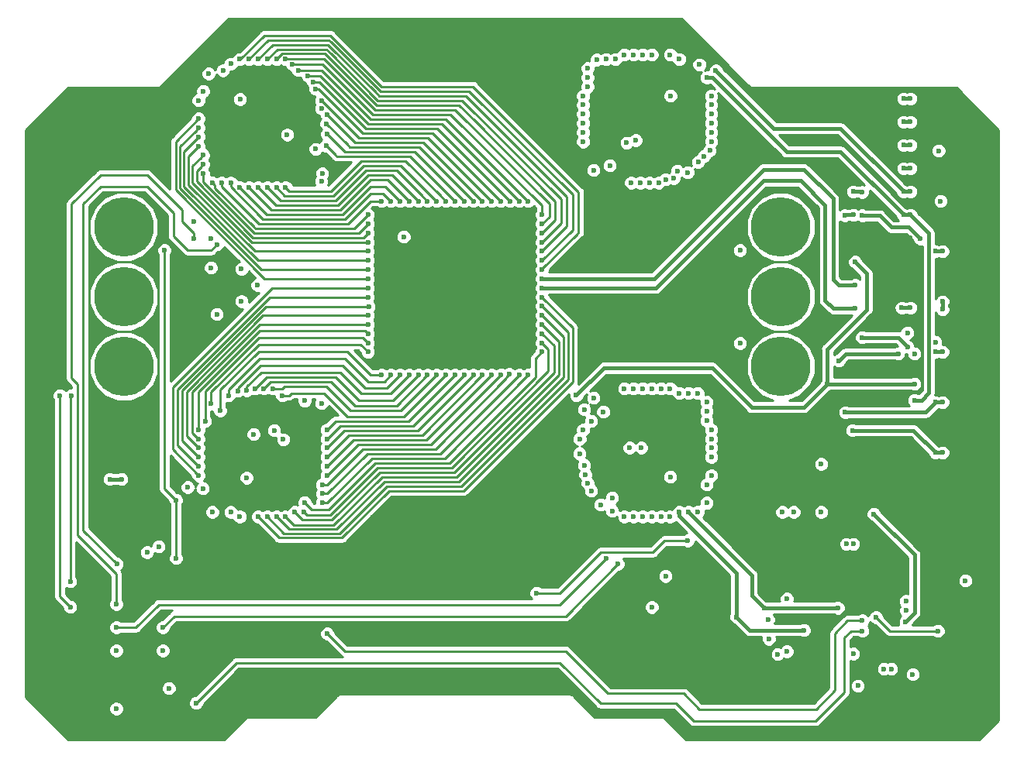
<source format=gbr>
G04 #@! TF.GenerationSoftware,KiCad,Pcbnew,(5.0.0-3-g5ebb6b6)*
G04 #@! TF.CreationDate,2020-03-04T16:44:46-05:00*
G04 #@! TF.ProjectId,Selection Interface,53656C656374696F6E20496E74657266,rev?*
G04 #@! TF.SameCoordinates,Original*
G04 #@! TF.FileFunction,Copper,L3,Inr,Signal*
G04 #@! TF.FilePolarity,Positive*
%FSLAX46Y46*%
G04 Gerber Fmt 4.6, Leading zero omitted, Abs format (unit mm)*
G04 Created by KiCad (PCBNEW (5.0.0-3-g5ebb6b6)) date Wednesday, March 04, 2020 at 04:44:46 PM*
%MOMM*%
%LPD*%
G01*
G04 APERTURE LIST*
G04 #@! TA.AperFunction,ViaPad*
%ADD10C,6.502400*%
G04 #@! TD*
G04 #@! TA.AperFunction,ViaPad*
%ADD11C,0.600000*%
G04 #@! TD*
G04 #@! TA.AperFunction,Conductor*
%ADD12C,0.400000*%
G04 #@! TD*
G04 #@! TA.AperFunction,Conductor*
%ADD13C,0.254000*%
G04 #@! TD*
G04 APERTURE END LIST*
D10*
G04 #@! TO.N,N/C*
G04 #@! TO.C,MH1*
X163830000Y-93345000D03*
G04 #@! TD*
G04 #@! TO.N,N/C*
G04 #@! TO.C,MH2*
X163830000Y-100965000D03*
G04 #@! TD*
G04 #@! TO.N,N/C*
G04 #@! TO.C,MH3*
X163830000Y-108585000D03*
G04 #@! TD*
G04 #@! TO.N,N/C*
G04 #@! TO.C,MH5*
X235585000Y-100965000D03*
G04 #@! TD*
G04 #@! TO.N,N/C*
G04 #@! TO.C,MH6*
X235585000Y-108585000D03*
G04 #@! TD*
G04 #@! TO.N,N/C*
G04 #@! TO.C,MH4*
X235585000Y-93345000D03*
G04 #@! TD*
D11*
G04 #@! TO.N,GND*
X155040000Y-127460000D03*
X155040000Y-124960000D03*
X155040000Y-122460000D03*
X155040000Y-119960000D03*
X155040000Y-117460000D03*
X155040000Y-114960000D03*
X155040000Y-112460000D03*
X155040000Y-109960000D03*
X155040000Y-132460000D03*
X155040000Y-129960000D03*
X155040000Y-142460000D03*
X155040000Y-139960000D03*
X155040000Y-137460000D03*
X155040000Y-134960000D03*
X155040000Y-107460000D03*
X155040000Y-104960000D03*
X155040000Y-102460000D03*
X155040000Y-99960000D03*
X155040000Y-97460000D03*
X155040000Y-94960000D03*
X244979941Y-140087421D03*
X234500000Y-133369790D03*
X242500000Y-121250000D03*
X172499000Y-77500100D03*
X227501000Y-122500000D03*
X174500000Y-124501000D03*
X228000000Y-119500000D03*
X177500000Y-125000000D03*
X225500000Y-74999200D03*
X172000000Y-80500000D03*
X222500000Y-74500000D03*
X232410000Y-104775000D03*
X238760000Y-104775000D03*
X160655000Y-104775000D03*
X167005000Y-104775000D03*
X167005000Y-97155000D03*
X160655000Y-97155000D03*
X232410000Y-97155000D03*
X238760000Y-97155000D03*
X229870000Y-97155000D03*
X229870000Y-104775000D03*
X229870000Y-102235000D03*
X229870000Y-99695000D03*
X163068000Y-117210000D03*
X169545000Y-97155000D03*
X169545000Y-99060000D03*
X169545000Y-100965000D03*
X179070000Y-119380000D03*
X227330000Y-99695000D03*
X227330000Y-102235000D03*
X181610000Y-88114000D03*
X218440000Y-111936000D03*
X185039000Y-114935000D03*
X249750000Y-94550000D03*
X249000000Y-94550000D03*
X243205000Y-94615000D03*
X232500000Y-144287500D03*
X247000000Y-123712500D03*
X254037500Y-131000000D03*
X254037500Y-127500000D03*
X239000000Y-117711500D03*
X242500000Y-117711500D03*
X237000000Y-121211500D03*
X240500000Y-143500000D03*
X239500000Y-143500000D03*
X224500000Y-135500000D03*
X257287500Y-127500000D03*
X257287500Y-131000000D03*
X200000000Y-132105000D03*
X210160000Y-132105000D03*
X207645000Y-132105000D03*
X205105000Y-132105000D03*
X202565000Y-132105000D03*
X197485000Y-132105000D03*
X194945000Y-132105000D03*
X192405000Y-132105000D03*
X189865000Y-132105000D03*
X187350000Y-132105000D03*
X245750000Y-148287500D03*
X248750000Y-148287500D03*
X251750000Y-148287500D03*
X158750000Y-147955000D03*
X161290000Y-147955000D03*
X163830000Y-147955000D03*
X166370000Y-147955000D03*
X168910000Y-147955000D03*
X155040000Y-92175000D03*
X155040000Y-89635000D03*
X155040000Y-87540000D03*
X155000000Y-85500000D03*
X155000000Y-83500000D03*
X157000000Y-83500000D03*
X157000000Y-81500000D03*
X159000000Y-79500000D03*
X159000000Y-81500000D03*
X161000000Y-81500000D03*
X161000000Y-79500000D03*
X163000000Y-81500000D03*
X163000000Y-79500000D03*
X165000000Y-79500000D03*
X165000000Y-81500000D03*
X167000000Y-81500000D03*
X167000000Y-79500000D03*
X159000000Y-83500000D03*
X161000000Y-83500000D03*
X163000000Y-83500000D03*
X165000000Y-83500000D03*
X167000000Y-83500000D03*
X157000000Y-87500000D03*
X157000000Y-85500000D03*
X159000000Y-85500000D03*
X161000000Y-85500000D03*
X163000000Y-85500000D03*
X165000000Y-85500000D03*
X167000000Y-85500000D03*
X238500000Y-79000000D03*
X236500000Y-79000000D03*
X236500000Y-81000000D03*
X238500000Y-81000000D03*
X184810000Y-132105000D03*
X182245000Y-132080000D03*
X179705000Y-132080000D03*
X194500000Y-75250000D03*
X215265000Y-84201000D03*
X208962500Y-125250000D03*
X208962500Y-75000000D03*
X205462500Y-75250000D03*
X191037500Y-75000000D03*
X194537500Y-124750000D03*
X205462500Y-124750000D03*
X191770000Y-107669000D03*
X200025000Y-73025000D03*
X200025000Y-75565000D03*
X202565000Y-75565000D03*
X202565000Y-73025000D03*
X197485000Y-73025000D03*
X197485000Y-75565000D03*
X200025000Y-124460000D03*
X200025000Y-127000000D03*
X202565000Y-127000000D03*
X202565000Y-124460000D03*
X197485000Y-127000000D03*
X197485000Y-124460000D03*
X169545000Y-102870000D03*
X169545000Y-104775000D03*
X238500000Y-140000000D03*
X179000000Y-137290775D03*
X197485000Y-137160000D03*
X194945000Y-137160000D03*
X174625000Y-132080000D03*
X177165000Y-132080000D03*
X172085000Y-129540000D03*
X170607500Y-138392500D03*
X210185000Y-137160000D03*
X207645000Y-137160000D03*
X205105000Y-137160000D03*
X202565000Y-137160000D03*
X200025000Y-137160000D03*
X191037500Y-125095000D03*
X171450000Y-147955000D03*
X173990000Y-147955000D03*
X202565000Y-143510000D03*
X205105000Y-143510000D03*
X207645000Y-143510000D03*
X200025000Y-143510000D03*
X197485000Y-143510000D03*
X210185000Y-143510000D03*
X194945000Y-143510000D03*
X192405000Y-143510000D03*
X189865000Y-143510000D03*
X184150000Y-145415000D03*
X181610000Y-145415000D03*
X179070000Y-145415000D03*
X255270000Y-122555000D03*
X257175000Y-122555000D03*
X253365000Y-122555000D03*
X232500000Y-123712500D03*
X245500000Y-134000000D03*
X239500000Y-128000000D03*
X238500000Y-128000000D03*
X254000000Y-140000000D03*
X229500000Y-125500000D03*
X254037500Y-134500000D03*
X257287500Y-134500000D03*
X232462500Y-119462500D03*
X219710000Y-136525000D03*
X220980000Y-137795000D03*
X219710000Y-134620000D03*
X232410000Y-83820000D03*
X232410000Y-85725000D03*
X233680000Y-114935000D03*
X237490000Y-114935000D03*
X235585000Y-114935000D03*
G04 #@! TO.N,BT1_RX*
X244500000Y-137500000D03*
X171732000Y-145383000D03*
G04 #@! TO.N,BT1_TX*
X244500000Y-136360000D03*
X186055000Y-137795000D03*
G04 #@! TO.N,D18*
X201000000Y-90500000D03*
X220246000Y-88500000D03*
X186055000Y-83185000D03*
G04 #@! TO.N,D17*
X200000000Y-90500000D03*
X219246000Y-88500000D03*
X185928000Y-84455000D03*
G04 #@! TO.N,D50*
X198000000Y-109500000D03*
X214000000Y-115500000D03*
X180135000Y-111000000D03*
G04 #@! TO.N,D49*
X199000000Y-109500000D03*
X214884000Y-114554000D03*
X181135000Y-111760000D03*
G04 #@! TO.N,I2C0_SCL*
X185420000Y-88369800D03*
X176682500Y-101447500D03*
X176682500Y-97942500D03*
X235259301Y-140042421D03*
X215138000Y-112014000D03*
X215138000Y-87122000D03*
X185420000Y-112610000D03*
G04 #@! TO.N,I2C0_SDA*
X185501000Y-87498900D03*
X173355000Y-97790000D03*
X173990000Y-102870000D03*
X214122000Y-113284000D03*
X216203000Y-113538000D03*
X216916000Y-86614000D03*
X183586203Y-112336203D03*
X236250000Y-139750000D03*
G04 #@! TO.N,D8*
X190500000Y-92000000D03*
X173501000Y-88500800D03*
X214499000Y-76001100D03*
G04 #@! TO.N,D9*
X192000000Y-90500000D03*
X214499000Y-77000100D03*
X174500000Y-88500800D03*
G04 #@! TO.N,D10*
X193000000Y-90500000D03*
X214500000Y-78000000D03*
X175500000Y-88500000D03*
G04 #@! TO.N,D11*
X194000000Y-90500000D03*
X176500000Y-89000000D03*
X214000000Y-79000000D03*
G04 #@! TO.N,D12*
X195000000Y-90500000D03*
X177500000Y-89000000D03*
X214000000Y-80000000D03*
G04 #@! TO.N,D13*
X178500000Y-89000000D03*
X196000000Y-90500000D03*
X214000000Y-81000000D03*
G04 #@! TO.N,D14*
X179500000Y-89000000D03*
X197000000Y-90500000D03*
X214000000Y-82000000D03*
G04 #@! TO.N,D15*
X198000000Y-90500000D03*
X214000000Y-83000000D03*
X180500000Y-89000000D03*
G04 #@! TO.N,D16*
X199000000Y-90500000D03*
X214000000Y-84000000D03*
X181500000Y-89000000D03*
G04 #@! TO.N,D19*
X202000000Y-90500000D03*
X221246000Y-88500000D03*
X185966000Y-82042000D03*
G04 #@! TO.N,D20*
X203000000Y-90500000D03*
X222246000Y-88500000D03*
X186000000Y-81026000D03*
G04 #@! TO.N,D21*
X204000000Y-90500000D03*
X223901000Y-88011000D03*
X185420000Y-79502000D03*
G04 #@! TO.N,D22*
X205000000Y-90500000D03*
X224282000Y-87203001D03*
X184771000Y-78232000D03*
G04 #@! TO.N,D23*
X206000000Y-90500000D03*
X225425000Y-87376000D03*
X184524246Y-77470000D03*
G04 #@! TO.N,D24*
X207000000Y-90500000D03*
X183952613Y-76835000D03*
X226568000Y-86233000D03*
G04 #@! TO.N,D25*
X208000000Y-90500000D03*
X227203000Y-85598000D03*
X182880000Y-76200000D03*
G04 #@! TO.N,D26*
X209500000Y-92000000D03*
X227838000Y-84963000D03*
X182245000Y-75565000D03*
G04 #@! TO.N,D27*
X209500000Y-93000000D03*
X228000000Y-84000000D03*
X181500000Y-75000000D03*
G04 #@! TO.N,D28*
X228000000Y-83000000D03*
X180500000Y-75000000D03*
X209500000Y-93980000D03*
G04 #@! TO.N,D29*
X209500000Y-95000000D03*
X228000000Y-82000000D03*
X179500000Y-75000000D03*
G04 #@! TO.N,D30*
X209500000Y-96000000D03*
X228000000Y-81000000D03*
X178500000Y-75000000D03*
G04 #@! TO.N,D31*
X209500000Y-97000000D03*
X177500000Y-75000000D03*
X228000000Y-80000000D03*
G04 #@! TO.N,D32*
X209500000Y-98000000D03*
X176500000Y-75000000D03*
X228000000Y-79000000D03*
G04 #@! TO.N,D1*
X190500000Y-99000000D03*
X172000000Y-81500000D03*
X221500000Y-74500000D03*
G04 #@! TO.N,D2*
X190500000Y-98000000D03*
X172000000Y-82500000D03*
X220500000Y-74500000D03*
G04 #@! TO.N,D3*
X190500000Y-97000000D03*
X219500000Y-74500000D03*
X172000000Y-83500000D03*
G04 #@! TO.N,D4*
X190500000Y-96000000D03*
X218500000Y-74500000D03*
X172000000Y-84500000D03*
G04 #@! TO.N,D5*
X190500000Y-95000000D03*
X172500000Y-85500000D03*
X217500000Y-75000000D03*
G04 #@! TO.N,D6*
X190500000Y-94000000D03*
X172504000Y-86497900D03*
X216502000Y-75004200D03*
G04 #@! TO.N,D7*
X215493000Y-75044600D03*
X190500000Y-93000000D03*
X172499000Y-87506900D03*
G04 #@! TO.N,D40*
X226499000Y-111499000D03*
X208000000Y-109500000D03*
X185501000Y-123499000D03*
G04 #@! TO.N,D41*
X207000000Y-109500000D03*
X225500000Y-111499000D03*
X185501000Y-122500000D03*
G04 #@! TO.N,D42*
X205929000Y-109429000D03*
X224500000Y-111500000D03*
X185500000Y-121500000D03*
G04 #@! TO.N,D43*
X223500000Y-111000000D03*
X186000000Y-120500000D03*
X205000000Y-109500000D03*
G04 #@! TO.N,D44*
X222500000Y-111000000D03*
X186000000Y-119500000D03*
X204000000Y-109500000D03*
G04 #@! TO.N,D45*
X221500000Y-111000000D03*
X186000000Y-118500000D03*
X203000000Y-109500000D03*
G04 #@! TO.N,D46*
X220500000Y-111000000D03*
X186000000Y-117500000D03*
X202000000Y-109500000D03*
G04 #@! TO.N,D47*
X219500000Y-111000000D03*
X186000000Y-116500000D03*
X201000000Y-109500000D03*
G04 #@! TO.N,D48*
X218500000Y-111000000D03*
X186000000Y-115500000D03*
X200000000Y-109500000D03*
G04 #@! TO.N,D51*
X213619000Y-116500000D03*
X197000000Y-109500000D03*
X179135000Y-111000000D03*
G04 #@! TO.N,D52*
X196000000Y-109500000D03*
X213614000Y-118110000D03*
X178135000Y-111000000D03*
G04 #@! TO.N,D53*
X195000000Y-109500000D03*
X214249000Y-120396000D03*
X177250000Y-111210000D03*
G04 #@! TO.N,D54*
X194000000Y-109500000D03*
X214503000Y-121354643D03*
X176276000Y-111252000D03*
G04 #@! TO.N,D55*
X193000000Y-109500000D03*
X214884000Y-122174000D03*
X175264000Y-111760000D03*
G04 #@! TO.N,D56*
X192000000Y-109500000D03*
X217170000Y-122936000D03*
X174371000Y-113411000D03*
G04 #@! TO.N,D57*
X190500000Y-107000000D03*
X215900000Y-123698000D03*
X173355000Y-112649000D03*
G04 #@! TO.N,D58*
X190500000Y-106000000D03*
X217170000Y-124372999D03*
X172720000Y-114554000D03*
G04 #@! TO.N,D59*
X218500000Y-125000000D03*
X172000000Y-115500000D03*
X190500000Y-105000000D03*
G04 #@! TO.N,D60*
X219500000Y-125000000D03*
X172000000Y-116500000D03*
X190500000Y-104000000D03*
G04 #@! TO.N,D61*
X190503000Y-103006000D03*
X220500000Y-125000000D03*
X172000000Y-117500000D03*
G04 #@! TO.N,D62*
X190571000Y-102071000D03*
X221500000Y-125000000D03*
X172000000Y-118500000D03*
G04 #@! TO.N,D63*
X222500000Y-125000000D03*
X172000000Y-119500000D03*
X190500000Y-101000000D03*
G04 #@! TO.N,D64*
X223500000Y-125000000D03*
X172000000Y-120500000D03*
X190500000Y-100000000D03*
G04 #@! TO.N,D33*
X228000000Y-118500000D03*
X178500000Y-125000000D03*
X209500000Y-101000000D03*
G04 #@! TO.N,D34*
X228000000Y-117500000D03*
X179500000Y-125000000D03*
X209500000Y-102000000D03*
G04 #@! TO.N,D35*
X228000000Y-116500000D03*
X180500000Y-125000000D03*
X209500000Y-103000000D03*
G04 #@! TO.N,D36*
X228000000Y-115500000D03*
X181500000Y-125000000D03*
X209500000Y-104000000D03*
G04 #@! TO.N,D37*
X227500000Y-114500000D03*
X182500000Y-124500000D03*
X209500000Y-105000000D03*
G04 #@! TO.N,D38*
X227496000Y-113502000D03*
X183498000Y-124496000D03*
X209500000Y-106000000D03*
G04 #@! TO.N,D39*
X227501000Y-112493000D03*
X209500000Y-107000000D03*
X183581000Y-123444000D03*
G04 #@! TO.N,VDDD*
X194400000Y-94400000D03*
X178000000Y-116000000D03*
X255750000Y-132000000D03*
X172500000Y-78500000D03*
X224500000Y-75000000D03*
X227500000Y-121500000D03*
X175500000Y-124500000D03*
X178435000Y-99695000D03*
X223012000Y-88138000D03*
X185420000Y-80391000D03*
X214122000Y-119380000D03*
X177250000Y-120750000D03*
X249250000Y-134250000D03*
G04 #@! TO.N,SWDIO5*
X168760000Y-143760000D03*
X243500000Y-140000000D03*
G04 #@! TO.N,SWDCLK5*
X163020000Y-146000000D03*
X244000000Y-143500000D03*
G04 #@! TO.N,DD1*
X234281839Y-138369790D03*
X243500000Y-89470000D03*
X175500000Y-75500000D03*
X252500000Y-96000000D03*
X253250000Y-96000000D03*
X244475000Y-89535000D03*
X244475000Y-92075000D03*
X250825000Y-94615000D03*
X244475000Y-105410000D03*
X170815000Y-121793000D03*
X249428000Y-106426000D03*
G04 #@! TO.N,SS1*
X228500000Y-76250000D03*
X230750000Y-136000000D03*
X224500000Y-124500000D03*
X249750000Y-89470000D03*
X249000000Y-89470000D03*
X252820000Y-85000000D03*
X252476000Y-105918000D03*
X250190000Y-107188000D03*
X238125000Y-137414000D03*
G04 #@! TO.N,DD2*
X243500000Y-92010000D03*
X253250000Y-101500000D03*
X234197781Y-136292219D03*
X242570000Y-92075000D03*
X253250000Y-102350000D03*
X172466000Y-121920000D03*
X174653900Y-76228900D03*
X241935000Y-107950000D03*
X249428000Y-104902000D03*
X248412000Y-107188000D03*
G04 #@! TO.N,SS2*
X249000000Y-92010000D03*
X249750000Y-92010000D03*
X225498000Y-124496000D03*
X227496000Y-77002100D03*
X253035000Y-90500000D03*
X250190000Y-112268000D03*
X233750000Y-135000000D03*
X241825000Y-134984000D03*
G04 #@! TO.N,IO1*
X249750000Y-86930000D03*
X249000000Y-86930000D03*
X245740000Y-124725000D03*
X249228000Y-136487000D03*
G04 #@! TO.N,IO2*
X249750000Y-84390000D03*
X249000000Y-84390000D03*
X243500000Y-128000000D03*
X242750000Y-128000000D03*
G04 #@! TO.N,IO3*
X249750000Y-81850000D03*
X249000000Y-81850000D03*
X235750000Y-124500000D03*
X235750000Y-124500000D03*
G04 #@! TO.N,IO4*
X249750000Y-79310000D03*
X249000000Y-79310000D03*
X237000000Y-124500000D03*
G04 #@! TO.N,SWDIO2*
X184777000Y-84807600D03*
X171450000Y-94615000D03*
X163020000Y-134570000D03*
G04 #@! TO.N,SWDCLK2*
X181675000Y-83250000D03*
X171450000Y-92710000D03*
X157988000Y-134874000D03*
X156845000Y-111760000D03*
G04 #@! TO.N,SWDIO4*
X168100000Y-139650000D03*
X181250000Y-116565000D03*
X167640000Y-128270000D03*
G04 #@! TO.N,SWDCLK4*
X163020000Y-139650000D03*
X180250000Y-115570000D03*
X166370000Y-128905000D03*
G04 #@! TO.N,XRES*
X236263400Y-133980400D03*
X226507000Y-124501000D03*
X231140000Y-106045000D03*
X231140000Y-95885000D03*
X225425000Y-127635000D03*
X162306000Y-120904000D03*
X163576000Y-120904000D03*
X168275000Y-95885000D03*
X176530000Y-79375000D03*
X223520000Y-120650000D03*
X223530000Y-78994000D03*
X169545000Y-123190000D03*
X169545000Y-129540000D03*
X208915000Y-133350000D03*
G04 #@! TO.N,SWDIO1*
X218750000Y-84130000D03*
X173990000Y-95250000D03*
X163070000Y-130175000D03*
G04 #@! TO.N,SWDCLK1*
X219750000Y-83860000D03*
X173355000Y-94615000D03*
X157988000Y-132080000D03*
X158115000Y-111760000D03*
G04 #@! TO.N,SWDIO3*
X168100000Y-137110000D03*
X217805000Y-130175000D03*
X220345000Y-117475000D03*
G04 #@! TO.N,SWDCLK3*
X163020000Y-137110000D03*
X216535000Y-129540000D03*
X219075000Y-117475000D03*
G04 #@! TO.N,VDDA_M1*
X223500000Y-74500000D03*
G04 #@! TO.N,VCCD_M1*
X226700000Y-75587400D03*
G04 #@! TO.N,VDDA_M3*
X228000000Y-120500000D03*
G04 #@! TO.N,VCCD_M3*
X227501000Y-123499000D03*
G04 #@! TO.N,VDDA_M4*
X176500000Y-125000000D03*
G04 #@! TO.N,VCCD_M4*
X173501000Y-124501000D03*
G04 #@! TO.N,VDDA_M2*
X172000000Y-79500000D03*
G04 #@! TO.N,VCCD_M2*
X173101000Y-76581000D03*
G04 #@! TO.N,VCCA_C1*
X240000000Y-124500000D03*
X240000000Y-119249000D03*
G04 #@! TO.N,USBDP_C1*
X246000000Y-136000000D03*
X252750000Y-137500000D03*
G04 #@! TO.N,USBDM_C1*
X250005000Y-142245000D03*
X249301000Y-135271000D03*
G04 #@! TO.N,SolutionGate_Socket*
X253250000Y-118000000D03*
X209500000Y-100000000D03*
X243705000Y-102243000D03*
X252500000Y-118000000D03*
X243405001Y-115570000D03*
G04 #@! TO.N,LocalGates_Socket*
X252500000Y-112500000D03*
X253250000Y-112500000D03*
X209500000Y-99000000D03*
X243705000Y-99703000D03*
X242635001Y-113599999D03*
G04 #@! TO.N,BackGate_Socket*
X253250000Y-107000000D03*
X243705000Y-97163000D03*
X252500000Y-107000000D03*
X213250000Y-111750000D03*
X213250000Y-111750000D03*
X250190000Y-110490000D03*
X240665000Y-110490000D03*
G04 #@! TO.N,AMP1_VOUT*
X223000000Y-131500000D03*
X221500000Y-134890000D03*
G04 #@! TO.N,Gate*
X249750000Y-102170000D03*
X248817000Y-102170000D03*
X247650000Y-141646000D03*
X246854000Y-141646000D03*
G04 #@! TD*
D12*
G04 #@! TO.N,GND*
X249750000Y-94550000D02*
X249000000Y-94550000D01*
D13*
G04 #@! TO.N,BT1_RX*
X242500000Y-140000000D02*
X242500000Y-138250000D01*
X242500000Y-139000000D02*
X242500000Y-140000000D01*
X243250000Y-137500000D02*
X242500000Y-138250000D01*
X244500000Y-137500000D02*
X243250000Y-137500000D01*
X215900000Y-145415000D02*
X211455000Y-140970000D01*
X224155000Y-145415000D02*
X215900000Y-145415000D01*
X226060000Y-147320000D02*
X224155000Y-145415000D01*
X239395000Y-147320000D02*
X226060000Y-147320000D01*
X176145000Y-140970000D02*
X171732000Y-145383000D01*
X242500000Y-144215000D02*
X239395000Y-147320000D01*
X211455000Y-140970000D02*
X176145000Y-140970000D01*
X242500000Y-140000000D02*
X242500000Y-144215000D01*
G04 #@! TO.N,BT1_TX*
X212090000Y-139700000D02*
X187960000Y-139700000D01*
X216729000Y-144339000D02*
X212090000Y-139700000D01*
X187960000Y-139700000D02*
X186055000Y-137795000D01*
X224984000Y-144339000D02*
X216729000Y-144339000D01*
X239450000Y-146050000D02*
X226695000Y-146050000D01*
X226695000Y-146050000D02*
X224984000Y-144339000D01*
X241500000Y-144000000D02*
X239450000Y-146050000D01*
X241500000Y-139000000D02*
X241500000Y-137750000D01*
X241500000Y-138610000D02*
X241500000Y-139000000D01*
X241500000Y-139000000D02*
X241500000Y-144000000D01*
X242890000Y-136360000D02*
X244500000Y-136360000D01*
X241500000Y-137750000D02*
X242890000Y-136360000D01*
G04 #@! TO.N,D18*
X195590000Y-85090000D02*
X187960000Y-85090000D01*
X187960000Y-85090000D02*
X186055000Y-83185000D01*
X201000000Y-90500000D02*
X195590000Y-85090000D01*
G04 #@! TO.N,D17*
X187071000Y-85598000D02*
X186944000Y-85471000D01*
X186944000Y-85471000D02*
X185928000Y-84455000D01*
X195098000Y-85598000D02*
X187071000Y-85598000D01*
X200000000Y-90500000D02*
X195098000Y-85598000D01*
G04 #@! TO.N,D50*
X188595000Y-113411000D02*
X185928000Y-110744000D01*
X194089000Y-113411000D02*
X188595000Y-113411000D01*
X198000000Y-109500000D02*
X194089000Y-113411000D01*
X180135000Y-111000000D02*
X181100000Y-111000000D01*
X181100000Y-111000000D02*
X181356000Y-110744000D01*
X185928000Y-110744000D02*
X181356000Y-110744000D01*
G04 #@! TO.N,D49*
X181864000Y-111760000D02*
X181135000Y-111760000D01*
X182118000Y-111506000D02*
X181864000Y-111760000D01*
X185731980Y-111506000D02*
X182118000Y-111506000D01*
X188271980Y-114046000D02*
X185731980Y-111506000D01*
X194454000Y-114046000D02*
X188271980Y-114046000D01*
X199000000Y-109500000D02*
X194454000Y-114046000D01*
G04 #@! TO.N,D8*
X189282000Y-93218000D02*
X190500000Y-92000000D01*
X189028000Y-93472000D02*
X189282000Y-93218000D01*
X178206983Y-93472000D02*
X189028000Y-93472000D01*
X178054000Y-93319017D02*
X178206983Y-93472000D01*
X173801000Y-89066400D02*
X178054000Y-93319017D01*
X173801000Y-88800800D02*
X173801000Y-89066400D01*
X173501000Y-88500800D02*
X173801000Y-88800800D01*
G04 #@! TO.N,D9*
X174500000Y-88898000D02*
X174500000Y-88500800D01*
X178562000Y-92964000D02*
X174498000Y-88900000D01*
X174498000Y-88900000D02*
X174500000Y-88898000D01*
X188290000Y-92964000D02*
X178562000Y-92964000D01*
X190754000Y-90500000D02*
X188290000Y-92964000D01*
X192000000Y-90500000D02*
X190754000Y-90500000D01*
G04 #@! TO.N,D10*
X192162000Y-89662000D02*
X193000000Y-90500000D01*
X190754000Y-89662000D02*
X192162000Y-89662000D01*
X187960000Y-92456000D02*
X190754000Y-89662000D01*
X179031975Y-92456000D02*
X187960000Y-92456000D01*
X178777975Y-92202000D02*
X179031975Y-92456000D01*
X175500000Y-88924300D02*
X178777975Y-92202000D01*
X175500000Y-88500000D02*
X175500000Y-88924300D01*
G04 #@! TO.N,D11*
X179448000Y-91948000D02*
X176500000Y-89000000D01*
X187706000Y-91948000D02*
X179448000Y-91948000D01*
X190754000Y-88900000D02*
X192400000Y-88900000D01*
X194000000Y-90500000D02*
X192400000Y-88900000D01*
X190754000Y-88900000D02*
X187706000Y-91948000D01*
G04 #@! TO.N,D12*
X179940000Y-91440000D02*
X177500000Y-89000000D01*
X187452000Y-91440000D02*
X179940000Y-91440000D01*
X190754000Y-88138000D02*
X187452000Y-91440000D01*
X192638000Y-88138000D02*
X190754000Y-88138000D01*
X195000000Y-90500000D02*
X192638000Y-88138000D01*
G04 #@! TO.N,D13*
X180432000Y-90932000D02*
X178500000Y-89000000D01*
X187198000Y-90932000D02*
X180432000Y-90932000D01*
X190500000Y-87630000D02*
X187198000Y-90932000D01*
X193130000Y-87630000D02*
X190500000Y-87630000D01*
X196000000Y-90500000D02*
X193130000Y-87630000D01*
G04 #@! TO.N,D14*
X186944000Y-90424000D02*
X180924000Y-90424000D01*
X190246000Y-87122000D02*
X186944000Y-90424000D01*
X180924000Y-90424000D02*
X179500000Y-89000000D01*
X193622359Y-87122000D02*
X190246000Y-87122000D01*
X196372999Y-89872999D02*
X196372999Y-89872640D01*
X196372999Y-89872640D02*
X193622359Y-87122000D01*
X197000000Y-90500000D02*
X196372999Y-89872999D01*
G04 #@! TO.N,D15*
X181416000Y-89916000D02*
X180500000Y-89000000D01*
X186690000Y-89916000D02*
X181416000Y-89916000D01*
X189992000Y-86614000D02*
X186690000Y-89916000D01*
X194114000Y-86614000D02*
X189992000Y-86614000D01*
X198000000Y-90500000D02*
X194114000Y-86614000D01*
G04 #@! TO.N,D16*
X181908000Y-89408000D02*
X181500000Y-89000000D01*
X186436000Y-89408000D02*
X181908000Y-89408000D01*
X194605821Y-86106000D02*
X189738000Y-86106000D01*
X198372820Y-89872999D02*
X194605821Y-86106000D01*
X198372999Y-89872999D02*
X198372820Y-89872999D01*
X189738000Y-86106000D02*
X186436000Y-89408000D01*
X199000000Y-90500000D02*
X198372999Y-89872999D01*
G04 #@! TO.N,D19*
X188214000Y-84290000D02*
X185966000Y-82042000D01*
X188506000Y-84582000D02*
X188214000Y-84290000D01*
X196082000Y-84582000D02*
X188506000Y-84582000D01*
X202000000Y-90500000D02*
X196082000Y-84582000D01*
G04 #@! TO.N,D20*
X188794000Y-83820000D02*
X186000000Y-81026000D01*
X189048000Y-84074000D02*
X188794000Y-83820000D01*
X196574000Y-84074000D02*
X189048000Y-84074000D01*
X203000000Y-90500000D02*
X196574000Y-84074000D01*
G04 #@! TO.N,D21*
X189484000Y-83566000D02*
X185420000Y-79502000D01*
X197066000Y-83566000D02*
X189484000Y-83566000D01*
X204000000Y-90500000D02*
X197066000Y-83566000D01*
G04 #@! TO.N,D22*
X205000000Y-90500000D02*
X204933000Y-90500000D01*
X189903962Y-83058000D02*
X185077962Y-78232000D01*
X197558000Y-83058000D02*
X189903962Y-83058000D01*
X185077962Y-78232000D02*
X184771000Y-78232000D01*
X205000000Y-90500000D02*
X197558000Y-83058000D01*
G04 #@! TO.N,D23*
X198812000Y-83312000D02*
X206000000Y-90500000D01*
X190246000Y-82550000D02*
X198050000Y-82550000D01*
X198050000Y-82550000D02*
X198812000Y-83312000D01*
X185166000Y-77470000D02*
X190246000Y-82550000D01*
X184524246Y-77470000D02*
X185166000Y-77470000D01*
G04 #@! TO.N,D24*
X185293000Y-76835000D02*
X183952613Y-76835000D01*
X190500000Y-82042000D02*
X185293000Y-76835000D01*
X198542000Y-82042000D02*
X190500000Y-82042000D01*
X207000000Y-90500000D02*
X198542000Y-82042000D01*
G04 #@! TO.N,D25*
X185420000Y-76200000D02*
X182880000Y-76200000D01*
X190754000Y-81534000D02*
X185420000Y-76200000D01*
X199034000Y-81534000D02*
X190754000Y-81534000D01*
X208000000Y-90500000D02*
X199034000Y-81534000D01*
G04 #@! TO.N,D26*
X185547000Y-75565000D02*
X182245000Y-75565000D01*
X191008000Y-81026000D02*
X185547000Y-75565000D01*
X209500000Y-91000000D02*
X199526000Y-81026000D01*
X199526000Y-81026000D02*
X191008000Y-81026000D01*
X209500000Y-92000000D02*
X209500000Y-91000000D01*
G04 #@! TO.N,D27*
X185697000Y-74930000D02*
X181570000Y-74930000D01*
X210298000Y-90798000D02*
X200018000Y-80518000D01*
X200018000Y-80518000D02*
X191285000Y-80518000D01*
X210298000Y-92202000D02*
X210298000Y-90798000D01*
X181570000Y-74930000D02*
X181500000Y-75000000D01*
X191285000Y-80518000D02*
X185697000Y-74930000D01*
X209500000Y-93000000D02*
X210298000Y-92202000D01*
G04 #@! TO.N,D28*
X181127001Y-74372999D02*
X180500000Y-75000000D01*
X191424000Y-80010000D02*
X185786999Y-74372999D01*
X202184000Y-81769985D02*
X200424015Y-80010000D01*
X210947000Y-90532821D02*
X210457179Y-90043000D01*
X210457179Y-90043000D02*
X202184000Y-81769985D01*
X185786999Y-74372999D02*
X181127001Y-74372999D01*
X200424015Y-80010000D02*
X191424000Y-80010000D01*
X210947000Y-92533000D02*
X210947000Y-90532821D01*
X209500000Y-93980000D02*
X210947000Y-92533000D01*
G04 #@! TO.N,D29*
X180594000Y-73906000D02*
X179500000Y-75000000D01*
X191307835Y-79248000D02*
X186436000Y-74376027D01*
X191561835Y-79502000D02*
X191307835Y-79248000D01*
X200787000Y-79502000D02*
X191561835Y-79502000D01*
X185965973Y-73906000D02*
X180594000Y-73906000D01*
X211582000Y-92917655D02*
X211582000Y-90297000D01*
X211582000Y-90297000D02*
X200787000Y-79502000D01*
X186436000Y-74376027D02*
X185965973Y-73906000D01*
X209500000Y-95000000D02*
X211582000Y-92917655D01*
G04 #@! TO.N,D30*
X186120980Y-73414000D02*
X180086000Y-73414000D01*
X191262000Y-78555159D02*
X186366980Y-73660000D01*
X191700841Y-78994000D02*
X191262000Y-78555159D01*
X212217000Y-93283000D02*
X212217000Y-90010046D01*
X201200954Y-78994000D02*
X191700841Y-78994000D01*
X180086000Y-73414000D02*
X178500000Y-75000000D01*
X186366980Y-73660000D02*
X186120980Y-73414000D01*
X212217000Y-90010046D02*
X201200954Y-78994000D01*
X209500000Y-96000000D02*
X212217000Y-93283000D01*
G04 #@! TO.N,D31*
X179602000Y-72898000D02*
X177500000Y-75000000D01*
X186251067Y-72898000D02*
X179602000Y-72898000D01*
X186436000Y-73082933D02*
X186251067Y-72898000D01*
X191331629Y-77978000D02*
X186436000Y-73082933D01*
X212852000Y-89789000D02*
X201549000Y-78486000D01*
X209500000Y-97000000D02*
X212852000Y-93648000D01*
X191839629Y-78486000D02*
X191331629Y-77978000D01*
X201549000Y-78486000D02*
X191839629Y-78486000D01*
X212852000Y-93648000D02*
X212852000Y-89789000D01*
G04 #@! TO.N,D32*
X176567000Y-75000000D02*
X176500000Y-75000000D01*
X179177706Y-72390000D02*
X176567000Y-75000000D01*
X191978038Y-77978000D02*
X191724038Y-77724000D01*
X201978000Y-77978000D02*
X191978038Y-77978000D01*
X213500000Y-93932504D02*
X213500000Y-89500000D01*
X191724038Y-77724000D02*
X186390189Y-72390000D01*
X213360000Y-94072504D02*
X213500000Y-93932504D01*
X213500000Y-89500000D02*
X201978000Y-77978000D01*
X209500000Y-97932700D02*
X213360000Y-94072504D01*
X186390189Y-72390000D02*
X179177706Y-72390000D01*
X209500000Y-98000000D02*
X209500000Y-97932700D01*
G04 #@! TO.N,D1*
X169500000Y-84000000D02*
X172000000Y-81500000D01*
X169500000Y-89291400D02*
X169500000Y-84000000D01*
X179209000Y-99000000D02*
X169500000Y-89291400D01*
X190500000Y-99000000D02*
X179209000Y-99000000D01*
G04 #@! TO.N,D2*
X171700000Y-82800000D02*
X172000000Y-82500000D01*
X169957000Y-84542800D02*
X171700000Y-82800000D01*
X169957000Y-89102000D02*
X169957000Y-84542800D01*
X178855000Y-98000000D02*
X169957000Y-89102000D01*
X190500000Y-98000000D02*
X178855000Y-98000000D01*
G04 #@! TO.N,D3*
X171700000Y-83800000D02*
X172000000Y-83500000D01*
X170414000Y-85085600D02*
X171700000Y-83800000D01*
X170414000Y-88912700D02*
X170414000Y-85085600D01*
X178502000Y-97000000D02*
X170414000Y-88912700D01*
X190500000Y-97000000D02*
X178502000Y-97000000D01*
G04 #@! TO.N,D4*
X171700000Y-84800000D02*
X172000000Y-84500000D01*
X170872000Y-85628400D02*
X171700000Y-84800000D01*
X170872000Y-88723300D02*
X170872000Y-85628400D01*
X178148000Y-96000000D02*
X170872000Y-88723300D01*
X190500000Y-96000000D02*
X178148000Y-96000000D01*
G04 #@! TO.N,D5*
X172200000Y-85800000D02*
X172500000Y-85500000D01*
X171329000Y-86671200D02*
X172200000Y-85800000D01*
X171329000Y-88533900D02*
X171329000Y-86671200D01*
X177795000Y-95000000D02*
X171329000Y-88533900D01*
X190500000Y-95000000D02*
X177795000Y-95000000D01*
G04 #@! TO.N,D6*
X171786000Y-87216100D02*
X172204000Y-86797900D01*
X171786000Y-88344500D02*
X171786000Y-87216100D01*
X177675978Y-94234000D02*
X171786000Y-88344500D01*
X177929978Y-94488000D02*
X177675978Y-94234000D01*
X172204000Y-86797900D02*
X172504000Y-86497900D01*
X190012000Y-94488000D02*
X177929978Y-94488000D01*
X190500000Y-94000000D02*
X190012000Y-94488000D01*
G04 #@! TO.N,D7*
X189520000Y-93980000D02*
X190500000Y-93000000D01*
X178068024Y-93980000D02*
X189520000Y-93980000D01*
X177814024Y-93726000D02*
X178068024Y-93980000D01*
X172499000Y-88410500D02*
X177814024Y-93726000D01*
X172499000Y-87506900D02*
X172499000Y-88410500D01*
G04 #@! TO.N,D40*
X186055000Y-123499000D02*
X185501000Y-123499000D01*
X190936000Y-118618000D02*
X186055000Y-123499000D01*
X198882000Y-118618000D02*
X190936000Y-118618000D01*
X208000000Y-109500000D02*
X198882000Y-118618000D01*
G04 #@! TO.N,D41*
X186055000Y-122500000D02*
X185501000Y-122500000D01*
X190445000Y-118110000D02*
X186055000Y-122500000D01*
X198390000Y-118110000D02*
X190445000Y-118110000D01*
X207000000Y-109500000D02*
X198390000Y-118110000D01*
G04 #@! TO.N,D42*
X186055000Y-121500000D02*
X185500000Y-121500000D01*
X189953000Y-117602000D02*
X186055000Y-121500000D01*
X197898000Y-117602000D02*
X189953000Y-117602000D01*
X205629000Y-109729000D02*
X205629000Y-109871000D01*
X205629000Y-109871000D02*
X197898000Y-117602000D01*
X205929000Y-109429000D02*
X205629000Y-109729000D01*
G04 #@! TO.N,D43*
X188136000Y-118364000D02*
X186000000Y-120500000D01*
X189406000Y-117094000D02*
X188136000Y-118364000D01*
X197406000Y-117094000D02*
X189406000Y-117094000D01*
X205000000Y-109500000D02*
X197406000Y-117094000D01*
G04 #@! TO.N,D44*
X187644000Y-117856000D02*
X186000000Y-119500000D01*
X188914000Y-116586000D02*
X187644000Y-117856000D01*
X196914000Y-116586000D02*
X188914000Y-116586000D01*
X204000000Y-109500000D02*
X196914000Y-116586000D01*
G04 #@! TO.N,D45*
X187198000Y-117302000D02*
X186000000Y-118500000D01*
X188422000Y-116078000D02*
X187198000Y-117302000D01*
X196422000Y-116078000D02*
X188422000Y-116078000D01*
X203000000Y-109500000D02*
X196422000Y-116078000D01*
G04 #@! TO.N,D46*
X186690000Y-116810000D02*
X186000000Y-117500000D01*
X195930000Y-115570000D02*
X187930000Y-115570000D01*
X187930000Y-115570000D02*
X186690000Y-116810000D01*
X202000000Y-109500000D02*
X195930000Y-115570000D01*
G04 #@! TO.N,D47*
X186930000Y-115570000D02*
X186000000Y-116500000D01*
X187438000Y-115062000D02*
X186930000Y-115570000D01*
X195438000Y-115062000D02*
X187438000Y-115062000D01*
X201000000Y-109500000D02*
X195438000Y-115062000D01*
G04 #@! TO.N,D48*
X186946000Y-114554000D02*
X186438000Y-115062000D01*
X186438000Y-115062000D02*
X186000000Y-115500000D01*
X194946000Y-114554000D02*
X186946000Y-114554000D01*
X200000000Y-109500000D02*
X194946000Y-114554000D01*
G04 #@! TO.N,D51*
X193628422Y-112871578D02*
X197000000Y-109500000D01*
X189071578Y-112871578D02*
X193628422Y-112871578D01*
X186436000Y-110236000D02*
X189071578Y-112871578D01*
X179899000Y-110236000D02*
X186436000Y-110236000D01*
X179135000Y-111000000D02*
X179899000Y-110236000D01*
G04 #@! TO.N,D52*
X193232000Y-112268000D02*
X196000000Y-109500000D01*
X189484000Y-112268000D02*
X193232000Y-112268000D01*
X186944000Y-109728000D02*
X189484000Y-112268000D01*
X179407000Y-109728000D02*
X186944000Y-109728000D01*
X178135000Y-111000000D02*
X179407000Y-109728000D01*
G04 #@! TO.N,D53*
X192994000Y-111506000D02*
X195000000Y-109500000D01*
X189738000Y-111506000D02*
X192994000Y-111506000D01*
X177250264Y-110785736D02*
X178816000Y-109220000D01*
X187452000Y-109220000D02*
X189738000Y-111506000D01*
X178816000Y-109220000D02*
X187452000Y-109220000D01*
X177250000Y-110785736D02*
X177250264Y-110785736D01*
X177250000Y-111210000D02*
X177250000Y-110785736D01*
G04 #@! TO.N,D54*
X176276000Y-110941802D02*
X176276000Y-111252000D01*
X187706000Y-108458000D02*
X178759802Y-108458000D01*
X178759802Y-108458000D02*
X176276000Y-110941802D01*
X190216000Y-110968000D02*
X187706000Y-108458000D01*
X192532000Y-110968000D02*
X190216000Y-110968000D01*
X194000000Y-109500000D02*
X192532000Y-110968000D01*
G04 #@! TO.N,D55*
X190500000Y-110236000D02*
X187960000Y-107696000D01*
X192264000Y-110236000D02*
X190500000Y-110236000D01*
X193000000Y-109500000D02*
X192264000Y-110236000D01*
X187960000Y-107696000D02*
X179578000Y-107696000D01*
X179578000Y-107696000D02*
X179322789Y-107696000D01*
X178689000Y-107696000D02*
X179578000Y-107696000D01*
X178689000Y-107704000D02*
X178689000Y-107696000D01*
X175264000Y-111129000D02*
X178689000Y-107704000D01*
X175264000Y-111760000D02*
X175264000Y-111129000D01*
G04 #@! TO.N,D56*
X192000000Y-109500000D02*
X191542000Y-109500000D01*
X178562000Y-106934000D02*
X174371000Y-111125000D01*
X174371000Y-111125000D02*
X174371000Y-113411000D01*
X188214000Y-106934000D02*
X178562000Y-106934000D01*
X190780000Y-109500000D02*
X188214000Y-106934000D01*
X192000000Y-109500000D02*
X190780000Y-109500000D01*
G04 #@! TO.N,D57*
X178562000Y-106172000D02*
X173355000Y-111379000D01*
X189672000Y-106172000D02*
X178562000Y-106172000D01*
X173355000Y-111379000D02*
X173355000Y-112649000D01*
X190500000Y-107000000D02*
X189672000Y-106172000D01*
G04 #@! TO.N,D58*
X172720000Y-111280000D02*
X172720000Y-114554000D01*
X178590000Y-105410000D02*
X172720000Y-111280000D01*
X189910000Y-105410000D02*
X178590000Y-105410000D01*
X190500000Y-106000000D02*
X189910000Y-105410000D01*
G04 #@! TO.N,D59*
X190148000Y-104648000D02*
X190500000Y-105000000D01*
X184912000Y-104648000D02*
X185166000Y-104648000D01*
X185166000Y-104648000D02*
X190148000Y-104648000D01*
X172000000Y-111336000D02*
X172000000Y-115500000D01*
X178688000Y-104648000D02*
X172000000Y-111336000D01*
X185166000Y-104648000D02*
X178688000Y-104648000D01*
G04 #@! TO.N,D60*
X171324000Y-111366000D02*
X178690000Y-104000000D01*
X178690000Y-104000000D02*
X190500000Y-104000000D01*
X172000000Y-116500000D02*
X171324000Y-115824000D01*
X171324000Y-115824000D02*
X171324000Y-111366000D01*
G04 #@! TO.N,D61*
X179038000Y-103006000D02*
X190503000Y-103006000D01*
X170688000Y-111355062D02*
X170942000Y-111101062D01*
X170942000Y-111101062D02*
X179038000Y-103006000D01*
X170688000Y-116188000D02*
X170688000Y-111355062D01*
X172000000Y-117500000D02*
X170688000Y-116188000D01*
G04 #@! TO.N,D62*
X170434000Y-110962051D02*
X179326000Y-102071000D01*
X170180000Y-111216051D02*
X170434000Y-110962051D01*
X179326000Y-102071000D02*
X190571000Y-102071000D01*
X170180000Y-116680000D02*
X170180000Y-111216051D01*
X172000000Y-118500000D02*
X170180000Y-116680000D01*
G04 #@! TO.N,D63*
X179750000Y-101000000D02*
X190500000Y-101000000D01*
X169672000Y-111078000D02*
X179750000Y-101000000D01*
X169672000Y-117172000D02*
X169672000Y-111078000D01*
X172000000Y-119500000D02*
X169672000Y-117172000D01*
G04 #@! TO.N,D64*
X180000000Y-100000000D02*
X190500000Y-100000000D01*
X169164000Y-117664000D02*
X169164000Y-110836000D01*
X169164000Y-110836000D02*
X180000000Y-100000000D01*
X172000000Y-120500000D02*
X169164000Y-117664000D01*
G04 #@! TO.N,D33*
X200914000Y-122174000D02*
X212852000Y-110236000D01*
X192786000Y-122174000D02*
X200914000Y-122174000D01*
X212852000Y-110236000D02*
X212852000Y-104352000D01*
X187667000Y-127293000D02*
X192786000Y-122174000D01*
X180793000Y-127293000D02*
X187667000Y-127293000D01*
X212852000Y-104352000D02*
X209500000Y-101000000D01*
X178500000Y-125000000D02*
X180793000Y-127293000D01*
G04 #@! TO.N,D34*
X212344000Y-104844000D02*
X209500000Y-102000000D01*
X200660000Y-121666000D02*
X212344000Y-109982000D01*
X192532000Y-121666000D02*
X200660000Y-121666000D01*
X187362000Y-126836000D02*
X192532000Y-121666000D01*
X181336000Y-126836000D02*
X187362000Y-126836000D01*
X212344000Y-109982000D02*
X212344000Y-104844000D01*
X179500000Y-125000000D02*
X181336000Y-126836000D01*
G04 #@! TO.N,D35*
X211836000Y-105336000D02*
X211148000Y-104648000D01*
X211836000Y-109728000D02*
X211836000Y-105336000D01*
X200406000Y-121158000D02*
X211836000Y-109728000D01*
X192278000Y-121158000D02*
X200406000Y-121158000D01*
X211148000Y-104648000D02*
X209500000Y-103000000D01*
X187058000Y-126378000D02*
X192278000Y-121158000D01*
X181878000Y-126378000D02*
X187058000Y-126378000D01*
X180500000Y-125000000D02*
X181878000Y-126378000D01*
G04 #@! TO.N,D36*
X211328000Y-105828000D02*
X209500000Y-104000000D01*
X211328000Y-109474000D02*
X211328000Y-105828000D01*
X200152000Y-120650000D02*
X211328000Y-109474000D01*
X186753000Y-125921000D02*
X192024000Y-120650000D01*
X192024000Y-120650000D02*
X200152000Y-120650000D01*
X182421000Y-125921000D02*
X186753000Y-125921000D01*
X181500000Y-125000000D02*
X182421000Y-125921000D01*
G04 #@! TO.N,D37*
X183349000Y-125349000D02*
X182500000Y-124500000D01*
X186551000Y-125349000D02*
X183349000Y-125349000D01*
X191758000Y-120142000D02*
X186551000Y-125349000D01*
X199898000Y-120142000D02*
X191758000Y-120142000D01*
X210820000Y-109220000D02*
X199898000Y-120142000D01*
X210820000Y-106320000D02*
X210820000Y-109220000D01*
X209500000Y-105000000D02*
X210820000Y-106320000D01*
G04 #@! TO.N,D38*
X199644000Y-119634000D02*
X210171000Y-109107000D01*
X210171000Y-109107000D02*
X210171000Y-106671000D01*
X191516000Y-119634000D02*
X199644000Y-119634000D01*
X186354001Y-124795999D02*
X191516000Y-119634000D01*
X210171000Y-106671000D02*
X209500000Y-106000000D01*
X183797999Y-124795999D02*
X186354001Y-124795999D01*
X183498000Y-124496000D02*
X183797999Y-124795999D01*
G04 #@! TO.N,D39*
X199390000Y-119126000D02*
X208788000Y-109728000D01*
X208788000Y-107712000D02*
X208804000Y-107696000D01*
X191299000Y-119126000D02*
X199390000Y-119126000D01*
X186219000Y-124206000D02*
X191299000Y-119126000D01*
X208804000Y-107696000D02*
X209500000Y-107000000D01*
X184343000Y-124206000D02*
X186219000Y-124206000D01*
X208788000Y-109728000D02*
X208788000Y-107712000D01*
X183581000Y-123444000D02*
X184343000Y-124206000D01*
D12*
G04 #@! TO.N,DD1*
X253250000Y-96000000D02*
X252500000Y-96000000D01*
X243500000Y-89470000D02*
X244410000Y-89470000D01*
X250825000Y-94615000D02*
X250825000Y-94615000D01*
X244475000Y-92075000D02*
X246380000Y-92075000D01*
X246380000Y-92075000D02*
X247650000Y-93345000D01*
X247650000Y-93345000D02*
X249555000Y-93345000D01*
X249555000Y-93345000D02*
X250825000Y-94615000D01*
X248412000Y-105410000D02*
X249428000Y-106426000D01*
X244475000Y-105410000D02*
X248412000Y-105410000D01*
G04 #@! TO.N,SS1*
X249750000Y-89470000D02*
X249000000Y-89470000D01*
X230990000Y-78740000D02*
X228500000Y-76250000D01*
X242080000Y-82550000D02*
X234800000Y-82550000D01*
X234800000Y-82550000D02*
X230990000Y-78740000D01*
X249000000Y-89470000D02*
X242080000Y-82550000D01*
X224500000Y-124924000D02*
X224500000Y-124500000D01*
X230750000Y-131174000D02*
X224500000Y-124924000D01*
X230750000Y-131174000D02*
X230750000Y-136000000D01*
X232164000Y-137414000D02*
X230750000Y-136000000D01*
X238125000Y-137414000D02*
X232164000Y-137414000D01*
G04 #@! TO.N,DD2*
X242635000Y-92010000D02*
X242570000Y-92075000D01*
X243500000Y-92010000D02*
X242635000Y-92010000D01*
X253250000Y-101500000D02*
X253250000Y-102350000D01*
X242697000Y-107188000D02*
X241935000Y-107950000D01*
X248412000Y-107188000D02*
X242697000Y-107188000D01*
G04 #@! TO.N,SS2*
X249750000Y-92010000D02*
X249000000Y-92010000D01*
X242080000Y-85090000D02*
X249000000Y-92010000D01*
X236220000Y-85090000D02*
X242080000Y-85090000D01*
X228132100Y-77002100D02*
X236220000Y-85090000D01*
X227496000Y-77002100D02*
X228132100Y-77002100D01*
X249750000Y-92010000D02*
X251750000Y-94010000D01*
X251750000Y-94010000D02*
X251750000Y-109728000D01*
X251750000Y-109728000D02*
X251750000Y-110200000D01*
X251750000Y-109728000D02*
X251750000Y-111470000D01*
X250952000Y-112268000D02*
X251750000Y-111470000D01*
X250190000Y-112268000D02*
X250952000Y-112268000D01*
X233766000Y-134984000D02*
X233750000Y-135000000D01*
X241825000Y-134984000D02*
X233766000Y-134984000D01*
X233750000Y-135000000D02*
X232410000Y-133660000D01*
X232410000Y-131408000D02*
X229780000Y-128778000D01*
X232410000Y-133660000D02*
X232410000Y-131408000D01*
X229780000Y-128778000D02*
X225498000Y-124496000D01*
G04 #@! TO.N,IO1*
X249750000Y-86930000D02*
X249000000Y-86930000D01*
X250190000Y-129175000D02*
X245740000Y-124725000D01*
X250190000Y-135525000D02*
X250190000Y-129175000D01*
X249228000Y-136487000D02*
X250190000Y-135525000D01*
G04 #@! TO.N,IO2*
X249750000Y-84390000D02*
X249000000Y-84390000D01*
G04 #@! TO.N,IO3*
X249750000Y-81850000D02*
X249000000Y-81850000D01*
G04 #@! TO.N,IO4*
X249750000Y-79310000D02*
X249000000Y-79310000D01*
D13*
G04 #@! TO.N,SWDIO2*
X163020000Y-131270000D02*
X158750000Y-127000000D01*
X163020000Y-134570000D02*
X163020000Y-131270000D01*
X158750000Y-127000000D02*
X158750000Y-113665000D01*
X158750000Y-113665000D02*
X158750000Y-113030000D01*
X158750000Y-110490000D02*
X158750000Y-113665000D01*
X166370000Y-87630000D02*
X161290000Y-87630000D01*
X161290000Y-87630000D02*
X158115000Y-90805000D01*
X170180000Y-91440000D02*
X166370000Y-87630000D01*
X170180000Y-92710000D02*
X170180000Y-91440000D01*
X158115000Y-109855000D02*
X158750000Y-110490000D01*
X171450000Y-93980000D02*
X170180000Y-92710000D01*
X158115000Y-90805000D02*
X158115000Y-109855000D01*
X171450000Y-94615000D02*
X171450000Y-93980000D01*
G04 #@! TO.N,SWDCLK2*
X156845000Y-133731000D02*
X157988000Y-134874000D01*
X156845000Y-111760000D02*
X156845000Y-133731000D01*
G04 #@! TO.N,SWDCLK4*
X166370000Y-128905000D02*
X166370000Y-128905000D01*
G04 #@! TO.N,XRES*
X225425000Y-127635000D02*
X225425000Y-127635000D01*
D12*
X162306000Y-120904000D02*
X163576000Y-120904000D01*
D13*
X168275000Y-121920000D02*
X169545000Y-123190000D01*
X168275000Y-95885000D02*
X168275000Y-121920000D01*
X169545000Y-129540000D02*
X169545000Y-129540000D01*
X215900000Y-128905000D02*
X211455000Y-133350000D01*
X169545000Y-129540000D02*
X169545000Y-123190000D01*
X211455000Y-133350000D02*
X210185000Y-133350000D01*
X210185000Y-133350000D02*
X208915000Y-133350000D01*
X222885000Y-127635000D02*
X221615000Y-128905000D01*
X225425000Y-127635000D02*
X222885000Y-127635000D01*
X221615000Y-128905000D02*
X215900000Y-128905000D01*
G04 #@! TO.N,SWDIO1*
X169252038Y-91782038D02*
X169252038Y-94322038D01*
X166370000Y-88900000D02*
X169252038Y-91782038D01*
X173355000Y-95885000D02*
X173990000Y-95250000D01*
X169252038Y-94322038D02*
X170815000Y-95885000D01*
X161290000Y-88900000D02*
X166370000Y-88900000D01*
X159385000Y-90805000D02*
X161290000Y-88900000D01*
X170815000Y-95885000D02*
X173355000Y-95885000D01*
X159385000Y-126490000D02*
X159385000Y-90805000D01*
X163070000Y-130175000D02*
X159385000Y-126490000D01*
G04 #@! TO.N,SWDCLK1*
X157988000Y-111887000D02*
X158115000Y-111760000D01*
X157988000Y-132080000D02*
X157988000Y-111887000D01*
G04 #@! TO.N,SWDIO3*
X212090000Y-135890000D02*
X217805000Y-130175000D01*
X169320000Y-135890000D02*
X212090000Y-135890000D01*
X168100000Y-137110000D02*
X169320000Y-135890000D01*
G04 #@! TO.N,SWDCLK3*
X165150000Y-137110000D02*
X163020000Y-137110000D01*
X167640000Y-134620000D02*
X165150000Y-137110000D01*
X211455000Y-134620000D02*
X167640000Y-134620000D01*
X216535000Y-129540000D02*
X211455000Y-134620000D01*
G04 #@! TO.N,USBDP_C1*
X247500000Y-137500000D02*
X246000000Y-136000000D01*
X252750000Y-137500000D02*
X247500000Y-137500000D01*
D12*
G04 #@! TO.N,SolutionGate_Socket*
X253250000Y-118000000D02*
X252500000Y-118000000D01*
X240431002Y-99314000D02*
X240431002Y-99060000D01*
X241308000Y-102243000D02*
X243705000Y-102243000D01*
X240431002Y-101366002D02*
X241308000Y-102243000D01*
X240431002Y-99060000D02*
X240431002Y-101366002D01*
X250070000Y-115570000D02*
X252500000Y-118000000D01*
X243405001Y-115570000D02*
X250070000Y-115570000D01*
X240431002Y-90952002D02*
X240431002Y-99060000D01*
X233693000Y-88265000D02*
X237744000Y-88265000D01*
X221958000Y-100000000D02*
X233693000Y-88265000D01*
X237744000Y-88265000D02*
X240431002Y-90952002D01*
X209500000Y-100000000D02*
X221958000Y-100000000D01*
G04 #@! TO.N,LocalGates_Socket*
X253250000Y-112500000D02*
X252500000Y-112500000D01*
X241943000Y-99703000D02*
X243705000Y-99703000D01*
X241300000Y-99060000D02*
X241943000Y-99703000D01*
X238125000Y-87057000D02*
X241300000Y-90232000D01*
X241300000Y-90232000D02*
X241300000Y-99060000D01*
X233680000Y-87057000D02*
X238125000Y-87057000D01*
X221737000Y-99000000D02*
X233680000Y-87057000D01*
X209500000Y-99000000D02*
X221737000Y-99000000D01*
X251400001Y-113599999D02*
X242635001Y-113599999D01*
X252500000Y-112500000D02*
X251400001Y-113599999D01*
G04 #@! TO.N,BackGate_Socket*
X253250000Y-107000000D02*
X252500000Y-107000000D01*
X250190000Y-110490000D02*
X242443000Y-110490000D01*
X244967000Y-102378000D02*
X244967000Y-98425000D01*
X240665000Y-106680000D02*
X244967000Y-102378000D01*
X240665000Y-110490000D02*
X240665000Y-110490000D01*
X238125000Y-113030000D02*
X240665000Y-110490000D01*
X232410000Y-113030000D02*
X238125000Y-113030000D01*
X228130000Y-108750000D02*
X232410000Y-113030000D01*
X216250000Y-108750000D02*
X228130000Y-108750000D01*
X244967000Y-98425000D02*
X243705000Y-97163000D01*
X213250000Y-111750000D02*
X216250000Y-108750000D01*
X242443000Y-110490000D02*
X240665000Y-110490000D01*
X240665000Y-110490000D02*
X240665000Y-106680000D01*
G04 #@! TO.N,Gate*
X249750000Y-102170000D02*
X248670000Y-102170000D01*
G04 #@! TD*
D13*
G04 #@! TO.N,GND*
G36*
X229616244Y-75467601D02*
X229616247Y-75467603D01*
X231616244Y-77467601D01*
X231616247Y-77467603D01*
X232032401Y-77883757D01*
X232065983Y-77934017D01*
X232116242Y-77967599D01*
X232116244Y-77967601D01*
X232211939Y-78031542D01*
X232265112Y-78067071D01*
X232440712Y-78102000D01*
X232440717Y-78102000D01*
X232500000Y-78113792D01*
X232559283Y-78102000D01*
X254750644Y-78102000D01*
X259398000Y-82749357D01*
X259398001Y-86940712D01*
X259398000Y-103940712D01*
X259398000Y-103940713D01*
X259398001Y-142940708D01*
X259398000Y-142940713D01*
X259398001Y-147250642D01*
X257250644Y-149398000D01*
X225249357Y-149398000D01*
X222967600Y-147116244D01*
X222934017Y-147065983D01*
X222734888Y-146932929D01*
X222559288Y-146898000D01*
X222559283Y-146898000D01*
X222500000Y-146886208D01*
X222440717Y-146898000D01*
X215249357Y-146898000D01*
X212967601Y-144616245D01*
X212934017Y-144565983D01*
X212734888Y-144432929D01*
X212559288Y-144398000D01*
X212559283Y-144398000D01*
X212500000Y-144386208D01*
X212440717Y-144398000D01*
X187559283Y-144398000D01*
X187500000Y-144386208D01*
X187440717Y-144398000D01*
X187440712Y-144398000D01*
X187265112Y-144432929D01*
X187265110Y-144432930D01*
X187265111Y-144432930D01*
X187116244Y-144532399D01*
X187116242Y-144532401D01*
X187065983Y-144565983D01*
X187032401Y-144616242D01*
X184750644Y-146898000D01*
X177559283Y-146898000D01*
X177500000Y-146886208D01*
X177440717Y-146898000D01*
X177440712Y-146898000D01*
X177265112Y-146932929D01*
X177265110Y-146932930D01*
X177265111Y-146932930D01*
X177116244Y-147032399D01*
X177116242Y-147032401D01*
X177065983Y-147065983D01*
X177032401Y-147116242D01*
X174750644Y-149398000D01*
X157749357Y-149398000D01*
X154186856Y-145835499D01*
X162193000Y-145835499D01*
X162193000Y-146164501D01*
X162318903Y-146468458D01*
X162551542Y-146701097D01*
X162855499Y-146827000D01*
X163184501Y-146827000D01*
X163488458Y-146701097D01*
X163721097Y-146468458D01*
X163847000Y-146164501D01*
X163847000Y-145835499D01*
X163721097Y-145531542D01*
X163488458Y-145298903D01*
X163294346Y-145218499D01*
X170905000Y-145218499D01*
X170905000Y-145547501D01*
X171030903Y-145851458D01*
X171263542Y-146084097D01*
X171567499Y-146210000D01*
X171896501Y-146210000D01*
X172200458Y-146084097D01*
X172433097Y-145851458D01*
X172559000Y-145547501D01*
X172559000Y-145480895D01*
X176415896Y-141624000D01*
X211184105Y-141624000D01*
X215392009Y-145831905D01*
X215428493Y-145886507D01*
X215644822Y-146031054D01*
X215835590Y-146069000D01*
X215835594Y-146069000D01*
X215899999Y-146081811D01*
X215964404Y-146069000D01*
X223884105Y-146069000D01*
X225552007Y-147736902D01*
X225588493Y-147791507D01*
X225804822Y-147936054D01*
X225995590Y-147974000D01*
X225995593Y-147974000D01*
X226060000Y-147986811D01*
X226124406Y-147974000D01*
X239330594Y-147974000D01*
X239395000Y-147986811D01*
X239459406Y-147974000D01*
X239459410Y-147974000D01*
X239650178Y-147936054D01*
X239866507Y-147791507D01*
X239902993Y-147736902D01*
X242916905Y-144722991D01*
X242971507Y-144686507D01*
X243018583Y-144616054D01*
X243074479Y-144532399D01*
X243116054Y-144470178D01*
X243154000Y-144279410D01*
X243154000Y-144279406D01*
X243166811Y-144215001D01*
X243154000Y-144150596D01*
X243154000Y-143335499D01*
X243173000Y-143335499D01*
X243173000Y-143664501D01*
X243298903Y-143968458D01*
X243531542Y-144201097D01*
X243835499Y-144327000D01*
X244164501Y-144327000D01*
X244468458Y-144201097D01*
X244701097Y-143968458D01*
X244827000Y-143664501D01*
X244827000Y-143335499D01*
X244701097Y-143031542D01*
X244468458Y-142798903D01*
X244164501Y-142673000D01*
X243835499Y-142673000D01*
X243531542Y-142798903D01*
X243298903Y-143031542D01*
X243173000Y-143335499D01*
X243154000Y-143335499D01*
X243154000Y-141481499D01*
X246027000Y-141481499D01*
X246027000Y-141810501D01*
X246152903Y-142114458D01*
X246385542Y-142347097D01*
X246689499Y-142473000D01*
X247018501Y-142473000D01*
X247252000Y-142376282D01*
X247485499Y-142473000D01*
X247814501Y-142473000D01*
X248118458Y-142347097D01*
X248351097Y-142114458D01*
X248365163Y-142080499D01*
X249178000Y-142080499D01*
X249178000Y-142409501D01*
X249303903Y-142713458D01*
X249536542Y-142946097D01*
X249840499Y-143072000D01*
X250169501Y-143072000D01*
X250473458Y-142946097D01*
X250706097Y-142713458D01*
X250832000Y-142409501D01*
X250832000Y-142080499D01*
X250706097Y-141776542D01*
X250473458Y-141543903D01*
X250169501Y-141418000D01*
X249840499Y-141418000D01*
X249536542Y-141543903D01*
X249303903Y-141776542D01*
X249178000Y-142080499D01*
X248365163Y-142080499D01*
X248477000Y-141810501D01*
X248477000Y-141481499D01*
X248351097Y-141177542D01*
X248118458Y-140944903D01*
X247814501Y-140819000D01*
X247485499Y-140819000D01*
X247252000Y-140915718D01*
X247018501Y-140819000D01*
X246689499Y-140819000D01*
X246385542Y-140944903D01*
X246152903Y-141177542D01*
X246027000Y-141481499D01*
X243154000Y-141481499D01*
X243154000Y-140751821D01*
X243335499Y-140827000D01*
X243664501Y-140827000D01*
X243968458Y-140701097D01*
X244201097Y-140468458D01*
X244327000Y-140164501D01*
X244327000Y-139835499D01*
X244201097Y-139531542D01*
X243968458Y-139298903D01*
X243664501Y-139173000D01*
X243335499Y-139173000D01*
X243154000Y-139248179D01*
X243154000Y-138520895D01*
X243520896Y-138154000D01*
X243984445Y-138154000D01*
X244031542Y-138201097D01*
X244335499Y-138327000D01*
X244664501Y-138327000D01*
X244968458Y-138201097D01*
X245201097Y-137968458D01*
X245327000Y-137664501D01*
X245327000Y-137335499D01*
X245201097Y-137031542D01*
X245099555Y-136930000D01*
X245201097Y-136828458D01*
X245327000Y-136524501D01*
X245327000Y-136496555D01*
X245531542Y-136701097D01*
X245835499Y-136827000D01*
X245902105Y-136827000D01*
X246992008Y-137916904D01*
X247028493Y-137971507D01*
X247083095Y-138007991D01*
X247083096Y-138007992D01*
X247159150Y-138058810D01*
X247244822Y-138116054D01*
X247435590Y-138154000D01*
X247435594Y-138154000D01*
X247499999Y-138166811D01*
X247564404Y-138154000D01*
X252234445Y-138154000D01*
X252281542Y-138201097D01*
X252585499Y-138327000D01*
X252914501Y-138327000D01*
X253218458Y-138201097D01*
X253451097Y-137968458D01*
X253577000Y-137664501D01*
X253577000Y-137335499D01*
X253451097Y-137031542D01*
X253218458Y-136798903D01*
X252914501Y-136673000D01*
X252585499Y-136673000D01*
X252281542Y-136798903D01*
X252234445Y-136846000D01*
X249974436Y-136846000D01*
X250029098Y-136714035D01*
X250653440Y-136089693D01*
X250714136Y-136049137D01*
X250754692Y-135988441D01*
X250754694Y-135988439D01*
X250874817Y-135808662D01*
X250874818Y-135808661D01*
X250917000Y-135596599D01*
X250917000Y-135596595D01*
X250931241Y-135525001D01*
X250917000Y-135453407D01*
X250917000Y-131835499D01*
X254923000Y-131835499D01*
X254923000Y-132164501D01*
X255048903Y-132468458D01*
X255281542Y-132701097D01*
X255585499Y-132827000D01*
X255914501Y-132827000D01*
X256218458Y-132701097D01*
X256451097Y-132468458D01*
X256577000Y-132164501D01*
X256577000Y-131835499D01*
X256451097Y-131531542D01*
X256218458Y-131298903D01*
X255914501Y-131173000D01*
X255585499Y-131173000D01*
X255281542Y-131298903D01*
X255048903Y-131531542D01*
X254923000Y-131835499D01*
X250917000Y-131835499D01*
X250917000Y-129246593D01*
X250931241Y-129174999D01*
X250917000Y-129103405D01*
X250917000Y-129103401D01*
X250874818Y-128891339D01*
X250714137Y-128650863D01*
X250653439Y-128610306D01*
X246541098Y-124497966D01*
X246441097Y-124256542D01*
X246208458Y-124023903D01*
X245904501Y-123898000D01*
X245575499Y-123898000D01*
X245271542Y-124023903D01*
X245038903Y-124256542D01*
X244913000Y-124560499D01*
X244913000Y-124889501D01*
X245038903Y-125193458D01*
X245271542Y-125426097D01*
X245512966Y-125526098D01*
X249463001Y-129476134D01*
X249463000Y-133443089D01*
X249414501Y-133423000D01*
X249085499Y-133423000D01*
X248781542Y-133548903D01*
X248548903Y-133781542D01*
X248423000Y-134085499D01*
X248423000Y-134414501D01*
X248548903Y-134718458D01*
X248616445Y-134786000D01*
X248599903Y-134802542D01*
X248474000Y-135106499D01*
X248474000Y-135435501D01*
X248599903Y-135739458D01*
X248702945Y-135842500D01*
X248526903Y-136018542D01*
X248401000Y-136322499D01*
X248401000Y-136651501D01*
X248481564Y-136846000D01*
X247770896Y-136846000D01*
X246827000Y-135902105D01*
X246827000Y-135835499D01*
X246701097Y-135531542D01*
X246468458Y-135298903D01*
X246164501Y-135173000D01*
X245835499Y-135173000D01*
X245531542Y-135298903D01*
X245298903Y-135531542D01*
X245173000Y-135835499D01*
X245173000Y-135863445D01*
X244968458Y-135658903D01*
X244664501Y-135533000D01*
X244335499Y-135533000D01*
X244031542Y-135658903D01*
X243984445Y-135706000D01*
X242954406Y-135706000D01*
X242890000Y-135693189D01*
X242825593Y-135706000D01*
X242825590Y-135706000D01*
X242634822Y-135743946D01*
X242418493Y-135888493D01*
X242382007Y-135943098D01*
X241083096Y-137242009D01*
X241028494Y-137278493D01*
X240992010Y-137333095D01*
X240992008Y-137333097D01*
X240883946Y-137494823D01*
X240833189Y-137750000D01*
X240846001Y-137814411D01*
X240846000Y-138545589D01*
X240846000Y-138935591D01*
X240846001Y-143729104D01*
X239179105Y-145396000D01*
X226965896Y-145396000D01*
X225491992Y-143922097D01*
X225455507Y-143867493D01*
X225239178Y-143722946D01*
X225048410Y-143685000D01*
X225048406Y-143685000D01*
X224984000Y-143672189D01*
X224919594Y-143685000D01*
X216999895Y-143685000D01*
X213192815Y-139877920D01*
X234432301Y-139877920D01*
X234432301Y-140206922D01*
X234558204Y-140510879D01*
X234790843Y-140743518D01*
X235094800Y-140869421D01*
X235423802Y-140869421D01*
X235727759Y-140743518D01*
X235950285Y-140520992D01*
X236085499Y-140577000D01*
X236414501Y-140577000D01*
X236718458Y-140451097D01*
X236951097Y-140218458D01*
X237077000Y-139914501D01*
X237077000Y-139585499D01*
X236951097Y-139281542D01*
X236718458Y-139048903D01*
X236414501Y-138923000D01*
X236085499Y-138923000D01*
X235781542Y-139048903D01*
X235559016Y-139271429D01*
X235423802Y-139215421D01*
X235094800Y-139215421D01*
X234790843Y-139341324D01*
X234558204Y-139573963D01*
X234432301Y-139877920D01*
X213192815Y-139877920D01*
X212597992Y-139283097D01*
X212561507Y-139228493D01*
X212345178Y-139083946D01*
X212154410Y-139046000D01*
X212154406Y-139046000D01*
X212090000Y-139033189D01*
X212025594Y-139046000D01*
X188230895Y-139046000D01*
X186882000Y-137697105D01*
X186882000Y-137630499D01*
X186756097Y-137326542D01*
X186523458Y-137093903D01*
X186219501Y-136968000D01*
X185890499Y-136968000D01*
X185586542Y-137093903D01*
X185353903Y-137326542D01*
X185228000Y-137630499D01*
X185228000Y-137959501D01*
X185353903Y-138263458D01*
X185586542Y-138496097D01*
X185890499Y-138622000D01*
X185957105Y-138622000D01*
X187452007Y-140116902D01*
X187488493Y-140171507D01*
X187704741Y-140316000D01*
X176209404Y-140316000D01*
X176144999Y-140303189D01*
X176080594Y-140316000D01*
X176080590Y-140316000D01*
X175889822Y-140353946D01*
X175804150Y-140411190D01*
X175744426Y-140451097D01*
X175673493Y-140498493D01*
X175637009Y-140553095D01*
X171634105Y-144556000D01*
X171567499Y-144556000D01*
X171263542Y-144681903D01*
X171030903Y-144914542D01*
X170905000Y-145218499D01*
X163294346Y-145218499D01*
X163184501Y-145173000D01*
X162855499Y-145173000D01*
X162551542Y-145298903D01*
X162318903Y-145531542D01*
X162193000Y-145835499D01*
X154186856Y-145835499D01*
X153102000Y-144750644D01*
X153102000Y-143595499D01*
X167933000Y-143595499D01*
X167933000Y-143924501D01*
X168058903Y-144228458D01*
X168291542Y-144461097D01*
X168595499Y-144587000D01*
X168924501Y-144587000D01*
X169228458Y-144461097D01*
X169461097Y-144228458D01*
X169587000Y-143924501D01*
X169587000Y-143595499D01*
X169461097Y-143291542D01*
X169228458Y-143058903D01*
X168924501Y-142933000D01*
X168595499Y-142933000D01*
X168291542Y-143058903D01*
X168058903Y-143291542D01*
X167933000Y-143595499D01*
X153102000Y-143595499D01*
X153102000Y-139485499D01*
X162193000Y-139485499D01*
X162193000Y-139814501D01*
X162318903Y-140118458D01*
X162551542Y-140351097D01*
X162855499Y-140477000D01*
X163184501Y-140477000D01*
X163488458Y-140351097D01*
X163721097Y-140118458D01*
X163847000Y-139814501D01*
X163847000Y-139485499D01*
X167273000Y-139485499D01*
X167273000Y-139814501D01*
X167398903Y-140118458D01*
X167631542Y-140351097D01*
X167935499Y-140477000D01*
X168264501Y-140477000D01*
X168568458Y-140351097D01*
X168801097Y-140118458D01*
X168927000Y-139814501D01*
X168927000Y-139485499D01*
X168801097Y-139181542D01*
X168568458Y-138948903D01*
X168264501Y-138823000D01*
X167935499Y-138823000D01*
X167631542Y-138948903D01*
X167398903Y-139181542D01*
X167273000Y-139485499D01*
X163847000Y-139485499D01*
X163721097Y-139181542D01*
X163488458Y-138948903D01*
X163184501Y-138823000D01*
X162855499Y-138823000D01*
X162551542Y-138948903D01*
X162318903Y-139181542D01*
X162193000Y-139485499D01*
X153102000Y-139485499D01*
X153102000Y-136945499D01*
X162193000Y-136945499D01*
X162193000Y-137274501D01*
X162318903Y-137578458D01*
X162551542Y-137811097D01*
X162855499Y-137937000D01*
X163184501Y-137937000D01*
X163488458Y-137811097D01*
X163535555Y-137764000D01*
X165085594Y-137764000D01*
X165150000Y-137776811D01*
X165214406Y-137764000D01*
X165214410Y-137764000D01*
X165405178Y-137726054D01*
X165621507Y-137581507D01*
X165657993Y-137526902D01*
X167910895Y-135274000D01*
X169064741Y-135274000D01*
X168848493Y-135418493D01*
X168812008Y-135473097D01*
X168002105Y-136283000D01*
X167935499Y-136283000D01*
X167631542Y-136408903D01*
X167398903Y-136641542D01*
X167273000Y-136945499D01*
X167273000Y-137274501D01*
X167398903Y-137578458D01*
X167631542Y-137811097D01*
X167935499Y-137937000D01*
X168264501Y-137937000D01*
X168568458Y-137811097D01*
X168801097Y-137578458D01*
X168927000Y-137274501D01*
X168927000Y-137207895D01*
X169590895Y-136544000D01*
X212025594Y-136544000D01*
X212090000Y-136556811D01*
X212154406Y-136544000D01*
X212154410Y-136544000D01*
X212345178Y-136506054D01*
X212561507Y-136361507D01*
X212597993Y-136306902D01*
X214179396Y-134725499D01*
X220673000Y-134725499D01*
X220673000Y-135054501D01*
X220798903Y-135358458D01*
X221031542Y-135591097D01*
X221335499Y-135717000D01*
X221664501Y-135717000D01*
X221968458Y-135591097D01*
X222201097Y-135358458D01*
X222327000Y-135054501D01*
X222327000Y-134725499D01*
X222201097Y-134421542D01*
X221968458Y-134188903D01*
X221664501Y-134063000D01*
X221335499Y-134063000D01*
X221031542Y-134188903D01*
X220798903Y-134421542D01*
X220673000Y-134725499D01*
X214179396Y-134725499D01*
X217569396Y-131335499D01*
X222173000Y-131335499D01*
X222173000Y-131664501D01*
X222298903Y-131968458D01*
X222531542Y-132201097D01*
X222835499Y-132327000D01*
X223164501Y-132327000D01*
X223468458Y-132201097D01*
X223701097Y-131968458D01*
X223827000Y-131664501D01*
X223827000Y-131335499D01*
X223701097Y-131031542D01*
X223468458Y-130798903D01*
X223164501Y-130673000D01*
X222835499Y-130673000D01*
X222531542Y-130798903D01*
X222298903Y-131031542D01*
X222173000Y-131335499D01*
X217569396Y-131335499D01*
X217902895Y-131002000D01*
X217969501Y-131002000D01*
X218273458Y-130876097D01*
X218506097Y-130643458D01*
X218632000Y-130339501D01*
X218632000Y-130010499D01*
X218506097Y-129706542D01*
X218358555Y-129559000D01*
X221550594Y-129559000D01*
X221615000Y-129571811D01*
X221679406Y-129559000D01*
X221679410Y-129559000D01*
X221870178Y-129521054D01*
X222086507Y-129376507D01*
X222122993Y-129321902D01*
X223155896Y-128289000D01*
X224909445Y-128289000D01*
X224956542Y-128336097D01*
X225260499Y-128462000D01*
X225589501Y-128462000D01*
X225893458Y-128336097D01*
X226126097Y-128103458D01*
X226252000Y-127799501D01*
X226252000Y-127704132D01*
X230023000Y-131475133D01*
X230023001Y-135594075D01*
X229923000Y-135835499D01*
X229923000Y-136164501D01*
X230048903Y-136468458D01*
X230281542Y-136701097D01*
X230522966Y-136801098D01*
X231599305Y-137877438D01*
X231639863Y-137938137D01*
X231880339Y-138098818D01*
X232092401Y-138141000D01*
X232092405Y-138141000D01*
X232164000Y-138155241D01*
X232235595Y-138141000D01*
X233481468Y-138141000D01*
X233454839Y-138205289D01*
X233454839Y-138534291D01*
X233580742Y-138838248D01*
X233813381Y-139070887D01*
X234117338Y-139196790D01*
X234446340Y-139196790D01*
X234750297Y-139070887D01*
X234982936Y-138838248D01*
X235108839Y-138534291D01*
X235108839Y-138205289D01*
X235082210Y-138141000D01*
X237719077Y-138141000D01*
X237960499Y-138241000D01*
X238289501Y-138241000D01*
X238593458Y-138115097D01*
X238826097Y-137882458D01*
X238952000Y-137578501D01*
X238952000Y-137249499D01*
X238826097Y-136945542D01*
X238593458Y-136712903D01*
X238289501Y-136587000D01*
X237960499Y-136587000D01*
X237719077Y-136687000D01*
X234929396Y-136687000D01*
X235024781Y-136456720D01*
X235024781Y-136127718D01*
X234898878Y-135823761D01*
X234786117Y-135711000D01*
X241419077Y-135711000D01*
X241660499Y-135811000D01*
X241989501Y-135811000D01*
X242293458Y-135685097D01*
X242526097Y-135452458D01*
X242652000Y-135148501D01*
X242652000Y-134819499D01*
X242526097Y-134515542D01*
X242293458Y-134282903D01*
X241989501Y-134157000D01*
X241660499Y-134157000D01*
X241419077Y-134257000D01*
X237043967Y-134257000D01*
X237090400Y-134144901D01*
X237090400Y-133815899D01*
X236964497Y-133511942D01*
X236731858Y-133279303D01*
X236427901Y-133153400D01*
X236098899Y-133153400D01*
X235794942Y-133279303D01*
X235562303Y-133511942D01*
X235436400Y-133815899D01*
X235436400Y-134144901D01*
X235482833Y-134257000D01*
X234117295Y-134257000D01*
X233977035Y-134198903D01*
X233137000Y-133358868D01*
X233137000Y-131479595D01*
X233151241Y-131408000D01*
X233137000Y-131336405D01*
X233137000Y-131336401D01*
X233094818Y-131124339D01*
X233080160Y-131102402D01*
X232974695Y-130944561D01*
X232974692Y-130944558D01*
X232934137Y-130883863D01*
X232873441Y-130843307D01*
X230344696Y-128314564D01*
X230344694Y-128314561D01*
X229865632Y-127835499D01*
X241923000Y-127835499D01*
X241923000Y-128164501D01*
X242048903Y-128468458D01*
X242281542Y-128701097D01*
X242585499Y-128827000D01*
X242914501Y-128827000D01*
X243125000Y-128739809D01*
X243335499Y-128827000D01*
X243664501Y-128827000D01*
X243968458Y-128701097D01*
X244201097Y-128468458D01*
X244327000Y-128164501D01*
X244327000Y-127835499D01*
X244201097Y-127531542D01*
X243968458Y-127298903D01*
X243664501Y-127173000D01*
X243335499Y-127173000D01*
X243125000Y-127260191D01*
X242914501Y-127173000D01*
X242585499Y-127173000D01*
X242281542Y-127298903D01*
X242048903Y-127531542D01*
X241923000Y-127835499D01*
X229865632Y-127835499D01*
X227103844Y-125073711D01*
X227208097Y-124969458D01*
X227334000Y-124665501D01*
X227334000Y-124336499D01*
X227333586Y-124335499D01*
X234923000Y-124335499D01*
X234923000Y-124664501D01*
X235048903Y-124968458D01*
X235281542Y-125201097D01*
X235585499Y-125327000D01*
X235914501Y-125327000D01*
X236218458Y-125201097D01*
X236375000Y-125044555D01*
X236531542Y-125201097D01*
X236835499Y-125327000D01*
X237164501Y-125327000D01*
X237468458Y-125201097D01*
X237701097Y-124968458D01*
X237827000Y-124664501D01*
X237827000Y-124335499D01*
X239173000Y-124335499D01*
X239173000Y-124664501D01*
X239298903Y-124968458D01*
X239531542Y-125201097D01*
X239835499Y-125327000D01*
X240164501Y-125327000D01*
X240468458Y-125201097D01*
X240701097Y-124968458D01*
X240827000Y-124664501D01*
X240827000Y-124335499D01*
X240701097Y-124031542D01*
X240468458Y-123798903D01*
X240164501Y-123673000D01*
X239835499Y-123673000D01*
X239531542Y-123798903D01*
X239298903Y-124031542D01*
X239173000Y-124335499D01*
X237827000Y-124335499D01*
X237701097Y-124031542D01*
X237468458Y-123798903D01*
X237164501Y-123673000D01*
X236835499Y-123673000D01*
X236531542Y-123798903D01*
X236375000Y-123955445D01*
X236218458Y-123798903D01*
X235914501Y-123673000D01*
X235585499Y-123673000D01*
X235281542Y-123798903D01*
X235048903Y-124031542D01*
X234923000Y-124335499D01*
X227333586Y-124335499D01*
X227328233Y-124322576D01*
X227336499Y-124326000D01*
X227665501Y-124326000D01*
X227969458Y-124200097D01*
X228202097Y-123967458D01*
X228328000Y-123663501D01*
X228328000Y-123334499D01*
X228202097Y-123030542D01*
X227969458Y-122797903D01*
X227665501Y-122672000D01*
X227336499Y-122672000D01*
X227032542Y-122797903D01*
X226799903Y-123030542D01*
X226674000Y-123334499D01*
X226674000Y-123663501D01*
X226679767Y-123677424D01*
X226671501Y-123674000D01*
X226342499Y-123674000D01*
X226038542Y-123799903D01*
X226005000Y-123833445D01*
X225966458Y-123794903D01*
X225662501Y-123669000D01*
X225333499Y-123669000D01*
X225029542Y-123794903D01*
X224997000Y-123827445D01*
X224968458Y-123798903D01*
X224664501Y-123673000D01*
X224335499Y-123673000D01*
X224031542Y-123798903D01*
X223798903Y-124031542D01*
X223729207Y-124199802D01*
X223664501Y-124173000D01*
X223335499Y-124173000D01*
X223031542Y-124298903D01*
X223000000Y-124330445D01*
X222968458Y-124298903D01*
X222664501Y-124173000D01*
X222335499Y-124173000D01*
X222031542Y-124298903D01*
X222000000Y-124330445D01*
X221968458Y-124298903D01*
X221664501Y-124173000D01*
X221335499Y-124173000D01*
X221031542Y-124298903D01*
X221000000Y-124330445D01*
X220968458Y-124298903D01*
X220664501Y-124173000D01*
X220335499Y-124173000D01*
X220031542Y-124298903D01*
X220000000Y-124330445D01*
X219968458Y-124298903D01*
X219664501Y-124173000D01*
X219335499Y-124173000D01*
X219031542Y-124298903D01*
X219000000Y-124330445D01*
X218968458Y-124298903D01*
X218664501Y-124173000D01*
X218335499Y-124173000D01*
X218031542Y-124298903D01*
X217997000Y-124333445D01*
X217997000Y-124208498D01*
X217871097Y-123904541D01*
X217638458Y-123671902D01*
X217596445Y-123654500D01*
X217638458Y-123637097D01*
X217871097Y-123404458D01*
X217997000Y-123100501D01*
X217997000Y-122771499D01*
X217871097Y-122467542D01*
X217638458Y-122234903D01*
X217334501Y-122109000D01*
X217005499Y-122109000D01*
X216701542Y-122234903D01*
X216468903Y-122467542D01*
X216343000Y-122771499D01*
X216343000Y-122986358D01*
X216064501Y-122871000D01*
X215735499Y-122871000D01*
X215431542Y-122996903D01*
X215198903Y-123229542D01*
X215073000Y-123533499D01*
X215073000Y-123862501D01*
X215198903Y-124166458D01*
X215431542Y-124399097D01*
X215735499Y-124525000D01*
X216064501Y-124525000D01*
X216343000Y-124409642D01*
X216343000Y-124537500D01*
X216468903Y-124841457D01*
X216701542Y-125074096D01*
X217005499Y-125199999D01*
X217334501Y-125199999D01*
X217638458Y-125074096D01*
X217673000Y-125039554D01*
X217673000Y-125164501D01*
X217798903Y-125468458D01*
X218031542Y-125701097D01*
X218335499Y-125827000D01*
X218664501Y-125827000D01*
X218968458Y-125701097D01*
X219000000Y-125669555D01*
X219031542Y-125701097D01*
X219335499Y-125827000D01*
X219664501Y-125827000D01*
X219968458Y-125701097D01*
X220000000Y-125669555D01*
X220031542Y-125701097D01*
X220335499Y-125827000D01*
X220664501Y-125827000D01*
X220968458Y-125701097D01*
X221000000Y-125669555D01*
X221031542Y-125701097D01*
X221335499Y-125827000D01*
X221664501Y-125827000D01*
X221968458Y-125701097D01*
X222000000Y-125669555D01*
X222031542Y-125701097D01*
X222335499Y-125827000D01*
X222664501Y-125827000D01*
X222968458Y-125701097D01*
X223000000Y-125669555D01*
X223031542Y-125701097D01*
X223335499Y-125827000D01*
X223664501Y-125827000D01*
X223968458Y-125701097D01*
X224108711Y-125560844D01*
X225355868Y-126808000D01*
X225260499Y-126808000D01*
X224956542Y-126933903D01*
X224909445Y-126981000D01*
X222949404Y-126981000D01*
X222884999Y-126968189D01*
X222820594Y-126981000D01*
X222820590Y-126981000D01*
X222629822Y-127018946D01*
X222561782Y-127064409D01*
X222521720Y-127091178D01*
X222413493Y-127163493D01*
X222377009Y-127218095D01*
X221344105Y-128251000D01*
X215964404Y-128251000D01*
X215899999Y-128238189D01*
X215835594Y-128251000D01*
X215835590Y-128251000D01*
X215644822Y-128288946D01*
X215428493Y-128433493D01*
X215392009Y-128488095D01*
X211184105Y-132696000D01*
X209430555Y-132696000D01*
X209383458Y-132648903D01*
X209079501Y-132523000D01*
X208750499Y-132523000D01*
X208446542Y-132648903D01*
X208213903Y-132881542D01*
X208088000Y-133185499D01*
X208088000Y-133514501D01*
X208213903Y-133818458D01*
X208361445Y-133966000D01*
X167704407Y-133966000D01*
X167640000Y-133953189D01*
X167575593Y-133966000D01*
X167575590Y-133966000D01*
X167384822Y-134003946D01*
X167168493Y-134148493D01*
X167132008Y-134203097D01*
X164879105Y-136456000D01*
X163535555Y-136456000D01*
X163488458Y-136408903D01*
X163184501Y-136283000D01*
X162855499Y-136283000D01*
X162551542Y-136408903D01*
X162318903Y-136641542D01*
X162193000Y-136945499D01*
X153102000Y-136945499D01*
X153102000Y-111595499D01*
X156018000Y-111595499D01*
X156018000Y-111924501D01*
X156143903Y-112228458D01*
X156191000Y-112275555D01*
X156191001Y-133666589D01*
X156178189Y-133731000D01*
X156228946Y-133986177D01*
X156337008Y-134147903D01*
X156337010Y-134147905D01*
X156373494Y-134202507D01*
X156428096Y-134238991D01*
X157161000Y-134971896D01*
X157161000Y-135038501D01*
X157286903Y-135342458D01*
X157519542Y-135575097D01*
X157823499Y-135701000D01*
X158152501Y-135701000D01*
X158456458Y-135575097D01*
X158689097Y-135342458D01*
X158815000Y-135038501D01*
X158815000Y-134709499D01*
X158689097Y-134405542D01*
X158456458Y-134172903D01*
X158152501Y-134047000D01*
X158085896Y-134047000D01*
X157499000Y-133460105D01*
X157499000Y-132760555D01*
X157519542Y-132781097D01*
X157823499Y-132907000D01*
X158152501Y-132907000D01*
X158456458Y-132781097D01*
X158689097Y-132548458D01*
X158815000Y-132244501D01*
X158815000Y-131915499D01*
X158689097Y-131611542D01*
X158642000Y-131564445D01*
X158642000Y-127816895D01*
X162366001Y-131540897D01*
X162366000Y-134054445D01*
X162318903Y-134101542D01*
X162193000Y-134405499D01*
X162193000Y-134734501D01*
X162318903Y-135038458D01*
X162551542Y-135271097D01*
X162855499Y-135397000D01*
X163184501Y-135397000D01*
X163488458Y-135271097D01*
X163721097Y-135038458D01*
X163847000Y-134734501D01*
X163847000Y-134405499D01*
X163721097Y-134101542D01*
X163674000Y-134054445D01*
X163674000Y-131334406D01*
X163686811Y-131270000D01*
X163674000Y-131205593D01*
X163674000Y-131205590D01*
X163636054Y-131014822D01*
X163589107Y-130944561D01*
X163541397Y-130873158D01*
X163771097Y-130643458D01*
X163897000Y-130339501D01*
X163897000Y-130010499D01*
X163771097Y-129706542D01*
X163538458Y-129473903D01*
X163234501Y-129348000D01*
X163167896Y-129348000D01*
X162560395Y-128740499D01*
X165543000Y-128740499D01*
X165543000Y-129069501D01*
X165668903Y-129373458D01*
X165901542Y-129606097D01*
X166205499Y-129732000D01*
X166534501Y-129732000D01*
X166838458Y-129606097D01*
X167071097Y-129373458D01*
X167197000Y-129069501D01*
X167197000Y-128981642D01*
X167475499Y-129097000D01*
X167804501Y-129097000D01*
X168108458Y-128971097D01*
X168341097Y-128738458D01*
X168467000Y-128434501D01*
X168467000Y-128105499D01*
X168341097Y-127801542D01*
X168108458Y-127568903D01*
X167804501Y-127443000D01*
X167475499Y-127443000D01*
X167171542Y-127568903D01*
X166938903Y-127801542D01*
X166813000Y-128105499D01*
X166813000Y-128193358D01*
X166534501Y-128078000D01*
X166205499Y-128078000D01*
X165901542Y-128203903D01*
X165668903Y-128436542D01*
X165543000Y-128740499D01*
X162560395Y-128740499D01*
X160039000Y-126219105D01*
X160039000Y-120739499D01*
X161479000Y-120739499D01*
X161479000Y-121068501D01*
X161604903Y-121372458D01*
X161837542Y-121605097D01*
X162141499Y-121731000D01*
X162470501Y-121731000D01*
X162711923Y-121631000D01*
X163170077Y-121631000D01*
X163411499Y-121731000D01*
X163740501Y-121731000D01*
X164044458Y-121605097D01*
X164277097Y-121372458D01*
X164403000Y-121068501D01*
X164403000Y-120739499D01*
X164277097Y-120435542D01*
X164044458Y-120202903D01*
X163740501Y-120077000D01*
X163411499Y-120077000D01*
X163170077Y-120177000D01*
X162711923Y-120177000D01*
X162470501Y-120077000D01*
X162141499Y-120077000D01*
X161837542Y-120202903D01*
X161604903Y-120435542D01*
X161479000Y-120739499D01*
X160039000Y-120739499D01*
X160039000Y-107833469D01*
X160051800Y-107833469D01*
X160051800Y-109336531D01*
X160626997Y-110725178D01*
X161689822Y-111788003D01*
X163078469Y-112363200D01*
X164581531Y-112363200D01*
X165970178Y-111788003D01*
X167033003Y-110725178D01*
X167608200Y-109336531D01*
X167608200Y-107833469D01*
X167033003Y-106444822D01*
X165970178Y-105381997D01*
X164581531Y-104806800D01*
X163078469Y-104806800D01*
X161689822Y-105381997D01*
X160626997Y-106444822D01*
X160051800Y-107833469D01*
X160039000Y-107833469D01*
X160039000Y-100213469D01*
X160051800Y-100213469D01*
X160051800Y-101716531D01*
X160626997Y-103105178D01*
X161689822Y-104168003D01*
X163078469Y-104743200D01*
X164581531Y-104743200D01*
X165970178Y-104168003D01*
X167033003Y-103105178D01*
X167608200Y-101716531D01*
X167608200Y-100213469D01*
X167033003Y-98824822D01*
X165970178Y-97761997D01*
X164581531Y-97186800D01*
X163078469Y-97186800D01*
X161689822Y-97761997D01*
X160626997Y-98824822D01*
X160051800Y-100213469D01*
X160039000Y-100213469D01*
X160039000Y-92593469D01*
X160051800Y-92593469D01*
X160051800Y-94096531D01*
X160626997Y-95485178D01*
X161689822Y-96548003D01*
X163078469Y-97123200D01*
X164581531Y-97123200D01*
X165970178Y-96548003D01*
X167033003Y-95485178D01*
X167608200Y-94096531D01*
X167608200Y-92593469D01*
X167033003Y-91204822D01*
X165970178Y-90141997D01*
X164581531Y-89566800D01*
X163078469Y-89566800D01*
X161689822Y-90141997D01*
X160626997Y-91204822D01*
X160051800Y-92593469D01*
X160039000Y-92593469D01*
X160039000Y-91075895D01*
X161560895Y-89554000D01*
X166099105Y-89554000D01*
X168598038Y-92052934D01*
X168598039Y-94257627D01*
X168585227Y-94322038D01*
X168635984Y-94577215D01*
X168744046Y-94738941D01*
X168744048Y-94738943D01*
X168780532Y-94793545D01*
X168835134Y-94830029D01*
X170307009Y-96301905D01*
X170343493Y-96356507D01*
X170398095Y-96392991D01*
X170398096Y-96392992D01*
X170511039Y-96468458D01*
X170559822Y-96501054D01*
X170750590Y-96539000D01*
X170750593Y-96539000D01*
X170814999Y-96551811D01*
X170879406Y-96539000D01*
X173290594Y-96539000D01*
X173355000Y-96551811D01*
X173419406Y-96539000D01*
X173419410Y-96539000D01*
X173610178Y-96501054D01*
X173826507Y-96356507D01*
X173862993Y-96301902D01*
X174087895Y-96077000D01*
X174154501Y-96077000D01*
X174458458Y-95951097D01*
X174691097Y-95718458D01*
X174782275Y-95498334D01*
X176434214Y-97150205D01*
X176214042Y-97241403D01*
X175981403Y-97474042D01*
X175855500Y-97777999D01*
X175855500Y-98107001D01*
X175981403Y-98410958D01*
X176214042Y-98643597D01*
X176517999Y-98769500D01*
X176847001Y-98769500D01*
X177150958Y-98643597D01*
X177383597Y-98410958D01*
X177474808Y-98190756D01*
X178186765Y-98902684D01*
X177966542Y-98993903D01*
X177733903Y-99226542D01*
X177608000Y-99530499D01*
X177608000Y-99859501D01*
X177733903Y-100163458D01*
X177966542Y-100396097D01*
X178270499Y-100522000D01*
X178553104Y-100522000D01*
X177509500Y-101565604D01*
X177509500Y-101282999D01*
X177383597Y-100979042D01*
X177150958Y-100746403D01*
X176847001Y-100620500D01*
X176517999Y-100620500D01*
X176214042Y-100746403D01*
X175981403Y-100979042D01*
X175855500Y-101282999D01*
X175855500Y-101612001D01*
X175981403Y-101915958D01*
X176214042Y-102148597D01*
X176517999Y-102274500D01*
X176800604Y-102274500D01*
X168929000Y-110146105D01*
X168929000Y-102705499D01*
X173163000Y-102705499D01*
X173163000Y-103034501D01*
X173288903Y-103338458D01*
X173521542Y-103571097D01*
X173825499Y-103697000D01*
X174154501Y-103697000D01*
X174458458Y-103571097D01*
X174691097Y-103338458D01*
X174817000Y-103034501D01*
X174817000Y-102705499D01*
X174691097Y-102401542D01*
X174458458Y-102168903D01*
X174154501Y-102043000D01*
X173825499Y-102043000D01*
X173521542Y-102168903D01*
X173288903Y-102401542D01*
X173163000Y-102705499D01*
X168929000Y-102705499D01*
X168929000Y-97625499D01*
X172528000Y-97625499D01*
X172528000Y-97954501D01*
X172653903Y-98258458D01*
X172886542Y-98491097D01*
X173190499Y-98617000D01*
X173519501Y-98617000D01*
X173823458Y-98491097D01*
X174056097Y-98258458D01*
X174182000Y-97954501D01*
X174182000Y-97625499D01*
X174056097Y-97321542D01*
X173823458Y-97088903D01*
X173519501Y-96963000D01*
X173190499Y-96963000D01*
X172886542Y-97088903D01*
X172653903Y-97321542D01*
X172528000Y-97625499D01*
X168929000Y-97625499D01*
X168929000Y-96400555D01*
X168976097Y-96353458D01*
X169102000Y-96049501D01*
X169102000Y-95720499D01*
X168976097Y-95416542D01*
X168743458Y-95183903D01*
X168439501Y-95058000D01*
X168110499Y-95058000D01*
X167806542Y-95183903D01*
X167573903Y-95416542D01*
X167448000Y-95720499D01*
X167448000Y-96049501D01*
X167573903Y-96353458D01*
X167621000Y-96400555D01*
X167621001Y-121855589D01*
X167608189Y-121920000D01*
X167658946Y-122175177D01*
X167767008Y-122336903D01*
X167767010Y-122336905D01*
X167803494Y-122391507D01*
X167858096Y-122427991D01*
X168718000Y-123287896D01*
X168718000Y-123354501D01*
X168843903Y-123658458D01*
X168891001Y-123705556D01*
X168891000Y-129024445D01*
X168843903Y-129071542D01*
X168718000Y-129375499D01*
X168718000Y-129704501D01*
X168843903Y-130008458D01*
X169076542Y-130241097D01*
X169380499Y-130367000D01*
X169709501Y-130367000D01*
X170013458Y-130241097D01*
X170246097Y-130008458D01*
X170372000Y-129704501D01*
X170372000Y-129375499D01*
X170246097Y-129071542D01*
X170199000Y-129024445D01*
X170199000Y-124336499D01*
X172674000Y-124336499D01*
X172674000Y-124665501D01*
X172799903Y-124969458D01*
X173032542Y-125202097D01*
X173336499Y-125328000D01*
X173665501Y-125328000D01*
X173969458Y-125202097D01*
X174202097Y-124969458D01*
X174328000Y-124665501D01*
X174328000Y-124336499D01*
X174327586Y-124335499D01*
X174673000Y-124335499D01*
X174673000Y-124664501D01*
X174798903Y-124968458D01*
X175031542Y-125201097D01*
X175335499Y-125327000D01*
X175664501Y-125327000D01*
X175729207Y-125300198D01*
X175798903Y-125468458D01*
X176031542Y-125701097D01*
X176335499Y-125827000D01*
X176664501Y-125827000D01*
X176968458Y-125701097D01*
X177201097Y-125468458D01*
X177327000Y-125164501D01*
X177327000Y-124835499D01*
X177201097Y-124531542D01*
X176968458Y-124298903D01*
X176664501Y-124173000D01*
X176335499Y-124173000D01*
X176270793Y-124199802D01*
X176201097Y-124031542D01*
X175968458Y-123798903D01*
X175664501Y-123673000D01*
X175335499Y-123673000D01*
X175031542Y-123798903D01*
X174798903Y-124031542D01*
X174673000Y-124335499D01*
X174327586Y-124335499D01*
X174202097Y-124032542D01*
X173969458Y-123799903D01*
X173665501Y-123674000D01*
X173336499Y-123674000D01*
X173032542Y-123799903D01*
X172799903Y-124032542D01*
X172674000Y-124336499D01*
X170199000Y-124336499D01*
X170199000Y-123705555D01*
X170246097Y-123658458D01*
X170372000Y-123354501D01*
X170372000Y-123025499D01*
X170246097Y-122721542D01*
X170013458Y-122488903D01*
X169709501Y-122363000D01*
X169642896Y-122363000D01*
X168929000Y-121649105D01*
X168929000Y-118353895D01*
X171173000Y-120597895D01*
X171173000Y-120664501D01*
X171298903Y-120968458D01*
X171531542Y-121201097D01*
X171835499Y-121327000D01*
X171889445Y-121327000D01*
X171764903Y-121451542D01*
X171642000Y-121748256D01*
X171642000Y-121628499D01*
X171516097Y-121324542D01*
X171283458Y-121091903D01*
X170979501Y-120966000D01*
X170650499Y-120966000D01*
X170346542Y-121091903D01*
X170113903Y-121324542D01*
X169988000Y-121628499D01*
X169988000Y-121957501D01*
X170113903Y-122261458D01*
X170346542Y-122494097D01*
X170650499Y-122620000D01*
X170979501Y-122620000D01*
X171283458Y-122494097D01*
X171516097Y-122261458D01*
X171639000Y-121964744D01*
X171639000Y-122084501D01*
X171764903Y-122388458D01*
X171997542Y-122621097D01*
X172301499Y-122747000D01*
X172630501Y-122747000D01*
X172934458Y-122621097D01*
X173167097Y-122388458D01*
X173293000Y-122084501D01*
X173293000Y-121755499D01*
X173167097Y-121451542D01*
X172934458Y-121218903D01*
X172630501Y-121093000D01*
X172576555Y-121093000D01*
X172701097Y-120968458D01*
X172827000Y-120664501D01*
X172827000Y-120585499D01*
X176423000Y-120585499D01*
X176423000Y-120914501D01*
X176548903Y-121218458D01*
X176781542Y-121451097D01*
X177085499Y-121577000D01*
X177414501Y-121577000D01*
X177718458Y-121451097D01*
X177951097Y-121218458D01*
X178077000Y-120914501D01*
X178077000Y-120585499D01*
X177951097Y-120281542D01*
X177718458Y-120048903D01*
X177414501Y-119923000D01*
X177085499Y-119923000D01*
X176781542Y-120048903D01*
X176548903Y-120281542D01*
X176423000Y-120585499D01*
X172827000Y-120585499D01*
X172827000Y-120335499D01*
X172701097Y-120031542D01*
X172669555Y-120000000D01*
X172701097Y-119968458D01*
X172827000Y-119664501D01*
X172827000Y-119335499D01*
X172701097Y-119031542D01*
X172669555Y-119000000D01*
X172701097Y-118968458D01*
X172827000Y-118664501D01*
X172827000Y-118335499D01*
X172701097Y-118031542D01*
X172669555Y-118000000D01*
X172701097Y-117968458D01*
X172827000Y-117664501D01*
X172827000Y-117335499D01*
X172701097Y-117031542D01*
X172669555Y-117000000D01*
X172701097Y-116968458D01*
X172827000Y-116664501D01*
X172827000Y-116335499D01*
X172701097Y-116031542D01*
X172669555Y-116000000D01*
X172701097Y-115968458D01*
X172756170Y-115835499D01*
X177173000Y-115835499D01*
X177173000Y-116164501D01*
X177298903Y-116468458D01*
X177531542Y-116701097D01*
X177835499Y-116827000D01*
X178164501Y-116827000D01*
X178468458Y-116701097D01*
X178701097Y-116468458D01*
X178827000Y-116164501D01*
X178827000Y-115835499D01*
X178701097Y-115531542D01*
X178575054Y-115405499D01*
X179423000Y-115405499D01*
X179423000Y-115734501D01*
X179548903Y-116038458D01*
X179781542Y-116271097D01*
X180085499Y-116397000D01*
X180414501Y-116397000D01*
X180426510Y-116392026D01*
X180423000Y-116400499D01*
X180423000Y-116729501D01*
X180548903Y-117033458D01*
X180781542Y-117266097D01*
X181085499Y-117392000D01*
X181414501Y-117392000D01*
X181718458Y-117266097D01*
X181951097Y-117033458D01*
X182077000Y-116729501D01*
X182077000Y-116400499D01*
X181951097Y-116096542D01*
X181718458Y-115863903D01*
X181414501Y-115738000D01*
X181085499Y-115738000D01*
X181073490Y-115742974D01*
X181077000Y-115734501D01*
X181077000Y-115405499D01*
X180951097Y-115101542D01*
X180718458Y-114868903D01*
X180414501Y-114743000D01*
X180085499Y-114743000D01*
X179781542Y-114868903D01*
X179548903Y-115101542D01*
X179423000Y-115405499D01*
X178575054Y-115405499D01*
X178468458Y-115298903D01*
X178164501Y-115173000D01*
X177835499Y-115173000D01*
X177531542Y-115298903D01*
X177298903Y-115531542D01*
X177173000Y-115835499D01*
X172756170Y-115835499D01*
X172827000Y-115664501D01*
X172827000Y-115381000D01*
X172884501Y-115381000D01*
X173188458Y-115255097D01*
X173421097Y-115022458D01*
X173547000Y-114718501D01*
X173547000Y-114389499D01*
X173421097Y-114085542D01*
X173374000Y-114038445D01*
X173374000Y-113476000D01*
X173519501Y-113476000D01*
X173544000Y-113465852D01*
X173544000Y-113575501D01*
X173669903Y-113879458D01*
X173902542Y-114112097D01*
X174206499Y-114238000D01*
X174535501Y-114238000D01*
X174839458Y-114112097D01*
X175072097Y-113879458D01*
X175198000Y-113575501D01*
X175198000Y-113246499D01*
X175072097Y-112942542D01*
X175025000Y-112895445D01*
X175025000Y-112556142D01*
X175099499Y-112587000D01*
X175428501Y-112587000D01*
X175732458Y-112461097D01*
X175965097Y-112228458D01*
X176039378Y-112049127D01*
X176111499Y-112079000D01*
X176440501Y-112079000D01*
X176744458Y-111953097D01*
X176785018Y-111912537D01*
X177085499Y-112037000D01*
X177414501Y-112037000D01*
X177718458Y-111911097D01*
X177851745Y-111777810D01*
X177970499Y-111827000D01*
X178299501Y-111827000D01*
X178603458Y-111701097D01*
X178635000Y-111669555D01*
X178666542Y-111701097D01*
X178970499Y-111827000D01*
X179299501Y-111827000D01*
X179603458Y-111701097D01*
X179635000Y-111669555D01*
X179666542Y-111701097D01*
X179970499Y-111827000D01*
X180299501Y-111827000D01*
X180308000Y-111823480D01*
X180308000Y-111924501D01*
X180433903Y-112228458D01*
X180666542Y-112461097D01*
X180970499Y-112587000D01*
X181299501Y-112587000D01*
X181603458Y-112461097D01*
X181650555Y-112414000D01*
X181799594Y-112414000D01*
X181864000Y-112426811D01*
X181928406Y-112414000D01*
X181928410Y-112414000D01*
X182119178Y-112376054D01*
X182335507Y-112231507D01*
X182371993Y-112176902D01*
X182388895Y-112160000D01*
X182764050Y-112160000D01*
X182759203Y-112171702D01*
X182759203Y-112500704D01*
X182885106Y-112804661D01*
X183117745Y-113037300D01*
X183421702Y-113163203D01*
X183750704Y-113163203D01*
X184054661Y-113037300D01*
X184287300Y-112804661D01*
X184413203Y-112500704D01*
X184413203Y-112171702D01*
X184408356Y-112160000D01*
X184711257Y-112160000D01*
X184593000Y-112445499D01*
X184593000Y-112774501D01*
X184718903Y-113078458D01*
X184951542Y-113311097D01*
X185255499Y-113437000D01*
X185584501Y-113437000D01*
X185888458Y-113311097D01*
X186121097Y-113078458D01*
X186196794Y-112895709D01*
X187201084Y-113900000D01*
X187010404Y-113900000D01*
X186945999Y-113887189D01*
X186881594Y-113900000D01*
X186881590Y-113900000D01*
X186690822Y-113937946D01*
X186690820Y-113937947D01*
X186690821Y-113937947D01*
X186529110Y-114045999D01*
X186474493Y-114082493D01*
X186438009Y-114137096D01*
X185902105Y-114673000D01*
X185835499Y-114673000D01*
X185531542Y-114798903D01*
X185298903Y-115031542D01*
X185173000Y-115335499D01*
X185173000Y-115664501D01*
X185298903Y-115968458D01*
X185330445Y-116000000D01*
X185298903Y-116031542D01*
X185173000Y-116335499D01*
X185173000Y-116664501D01*
X185298903Y-116968458D01*
X185330445Y-117000000D01*
X185298903Y-117031542D01*
X185173000Y-117335499D01*
X185173000Y-117664501D01*
X185298903Y-117968458D01*
X185330445Y-118000000D01*
X185298903Y-118031542D01*
X185173000Y-118335499D01*
X185173000Y-118664501D01*
X185298903Y-118968458D01*
X185330445Y-119000000D01*
X185298903Y-119031542D01*
X185173000Y-119335499D01*
X185173000Y-119664501D01*
X185298903Y-119968458D01*
X185330445Y-120000000D01*
X185298903Y-120031542D01*
X185173000Y-120335499D01*
X185173000Y-120664501D01*
X185199802Y-120729207D01*
X185031542Y-120798903D01*
X184798903Y-121031542D01*
X184673000Y-121335499D01*
X184673000Y-121664501D01*
X184798903Y-121968458D01*
X184830945Y-122000500D01*
X184799903Y-122031542D01*
X184674000Y-122335499D01*
X184674000Y-122664501D01*
X184799903Y-122968458D01*
X184830945Y-122999500D01*
X184799903Y-123030542D01*
X184674000Y-123334499D01*
X184674000Y-123552000D01*
X184613895Y-123552000D01*
X184408000Y-123346105D01*
X184408000Y-123279499D01*
X184282097Y-122975542D01*
X184049458Y-122742903D01*
X183745501Y-122617000D01*
X183416499Y-122617000D01*
X183112542Y-122742903D01*
X182879903Y-122975542D01*
X182754000Y-123279499D01*
X182754000Y-123608501D01*
X182804785Y-123731108D01*
X182664501Y-123673000D01*
X182335499Y-123673000D01*
X182031542Y-123798903D01*
X181798903Y-124031542D01*
X181729207Y-124199802D01*
X181664501Y-124173000D01*
X181335499Y-124173000D01*
X181031542Y-124298903D01*
X181000000Y-124330445D01*
X180968458Y-124298903D01*
X180664501Y-124173000D01*
X180335499Y-124173000D01*
X180031542Y-124298903D01*
X180000000Y-124330445D01*
X179968458Y-124298903D01*
X179664501Y-124173000D01*
X179335499Y-124173000D01*
X179031542Y-124298903D01*
X179000000Y-124330445D01*
X178968458Y-124298903D01*
X178664501Y-124173000D01*
X178335499Y-124173000D01*
X178031542Y-124298903D01*
X177798903Y-124531542D01*
X177673000Y-124835499D01*
X177673000Y-125164501D01*
X177798903Y-125468458D01*
X178031542Y-125701097D01*
X178335499Y-125827000D01*
X178402105Y-125827000D01*
X180285007Y-127709902D01*
X180321493Y-127764507D01*
X180537822Y-127909054D01*
X180728590Y-127947000D01*
X180728593Y-127947000D01*
X180793000Y-127959811D01*
X180857407Y-127947000D01*
X187602594Y-127947000D01*
X187667000Y-127959811D01*
X187731406Y-127947000D01*
X187731410Y-127947000D01*
X187922178Y-127909054D01*
X188138507Y-127764507D01*
X188174993Y-127709902D01*
X193056896Y-122828000D01*
X200849594Y-122828000D01*
X200914000Y-122840811D01*
X200978406Y-122828000D01*
X200978410Y-122828000D01*
X201169178Y-122790054D01*
X201385507Y-122645507D01*
X201421993Y-122590902D01*
X212423000Y-111589895D01*
X212423000Y-111914501D01*
X212548903Y-112218458D01*
X212781542Y-112451097D01*
X213085499Y-112577000D01*
X213414501Y-112577000D01*
X213718458Y-112451097D01*
X213951097Y-112218458D01*
X214051098Y-111977034D01*
X214404597Y-111623535D01*
X214311000Y-111849499D01*
X214311000Y-112178501D01*
X214436903Y-112482458D01*
X214499794Y-112545349D01*
X214286501Y-112457000D01*
X213957499Y-112457000D01*
X213653542Y-112582903D01*
X213420903Y-112815542D01*
X213295000Y-113119499D01*
X213295000Y-113448501D01*
X213420903Y-113752458D01*
X213653542Y-113985097D01*
X213957499Y-114111000D01*
X214172358Y-114111000D01*
X214057000Y-114389499D01*
X214057000Y-114673000D01*
X213835499Y-114673000D01*
X213531542Y-114798903D01*
X213298903Y-115031542D01*
X213173000Y-115335499D01*
X213173000Y-115664501D01*
X213217229Y-115771280D01*
X213150542Y-115798903D01*
X212917903Y-116031542D01*
X212792000Y-116335499D01*
X212792000Y-116664501D01*
X212917903Y-116968458D01*
X213150542Y-117201097D01*
X213398886Y-117303964D01*
X213145542Y-117408903D01*
X212912903Y-117641542D01*
X212787000Y-117945499D01*
X212787000Y-118274501D01*
X212912903Y-118578458D01*
X213145542Y-118811097D01*
X213416090Y-118923162D01*
X213295000Y-119215499D01*
X213295000Y-119544501D01*
X213420903Y-119848458D01*
X213533869Y-119961424D01*
X213422000Y-120231499D01*
X213422000Y-120560501D01*
X213547903Y-120864458D01*
X213733872Y-121050427D01*
X213676000Y-121190142D01*
X213676000Y-121519144D01*
X213801903Y-121823101D01*
X214034542Y-122055740D01*
X214057000Y-122065042D01*
X214057000Y-122338501D01*
X214182903Y-122642458D01*
X214415542Y-122875097D01*
X214719499Y-123001000D01*
X215048501Y-123001000D01*
X215352458Y-122875097D01*
X215585097Y-122642458D01*
X215711000Y-122338501D01*
X215711000Y-122009499D01*
X215585097Y-121705542D01*
X215352458Y-121472903D01*
X215330000Y-121463601D01*
X215330000Y-121190142D01*
X215204097Y-120886185D01*
X215018128Y-120700216D01*
X215076000Y-120560501D01*
X215076000Y-120485499D01*
X222693000Y-120485499D01*
X222693000Y-120814501D01*
X222818903Y-121118458D01*
X223051542Y-121351097D01*
X223355499Y-121477000D01*
X223684501Y-121477000D01*
X223988458Y-121351097D01*
X224004056Y-121335499D01*
X226673000Y-121335499D01*
X226673000Y-121664501D01*
X226798903Y-121968458D01*
X227031542Y-122201097D01*
X227335499Y-122327000D01*
X227664501Y-122327000D01*
X227968458Y-122201097D01*
X228201097Y-121968458D01*
X228327000Y-121664501D01*
X228327000Y-121335499D01*
X228300198Y-121270793D01*
X228468458Y-121201097D01*
X228701097Y-120968458D01*
X228827000Y-120664501D01*
X228827000Y-120335499D01*
X228701097Y-120031542D01*
X228468458Y-119798903D01*
X228164501Y-119673000D01*
X227835499Y-119673000D01*
X227531542Y-119798903D01*
X227298903Y-120031542D01*
X227173000Y-120335499D01*
X227173000Y-120664501D01*
X227199802Y-120729207D01*
X227031542Y-120798903D01*
X226798903Y-121031542D01*
X226673000Y-121335499D01*
X224004056Y-121335499D01*
X224221097Y-121118458D01*
X224347000Y-120814501D01*
X224347000Y-120485499D01*
X224221097Y-120181542D01*
X223988458Y-119948903D01*
X223684501Y-119823000D01*
X223355499Y-119823000D01*
X223051542Y-119948903D01*
X222818903Y-120181542D01*
X222693000Y-120485499D01*
X215076000Y-120485499D01*
X215076000Y-120231499D01*
X214950097Y-119927542D01*
X214837131Y-119814576D01*
X214949000Y-119544501D01*
X214949000Y-119215499D01*
X214823097Y-118911542D01*
X214590458Y-118678903D01*
X214319910Y-118566838D01*
X214441000Y-118274501D01*
X214441000Y-117945499D01*
X214315097Y-117641542D01*
X214082458Y-117408903D01*
X213844889Y-117310499D01*
X218248000Y-117310499D01*
X218248000Y-117639501D01*
X218373903Y-117943458D01*
X218606542Y-118176097D01*
X218910499Y-118302000D01*
X219239501Y-118302000D01*
X219543458Y-118176097D01*
X219710000Y-118009555D01*
X219876542Y-118176097D01*
X220180499Y-118302000D01*
X220509501Y-118302000D01*
X220813458Y-118176097D01*
X221046097Y-117943458D01*
X221172000Y-117639501D01*
X221172000Y-117310499D01*
X221046097Y-117006542D01*
X220813458Y-116773903D01*
X220509501Y-116648000D01*
X220180499Y-116648000D01*
X219876542Y-116773903D01*
X219710000Y-116940445D01*
X219543458Y-116773903D01*
X219239501Y-116648000D01*
X218910499Y-116648000D01*
X218606542Y-116773903D01*
X218373903Y-117006542D01*
X218248000Y-117310499D01*
X213844889Y-117310499D01*
X213834114Y-117306036D01*
X214087458Y-117201097D01*
X214320097Y-116968458D01*
X214446000Y-116664501D01*
X214446000Y-116335499D01*
X214401771Y-116228720D01*
X214468458Y-116201097D01*
X214701097Y-115968458D01*
X214827000Y-115664501D01*
X214827000Y-115381000D01*
X215048501Y-115381000D01*
X215352458Y-115255097D01*
X215585097Y-115022458D01*
X215711000Y-114718501D01*
X215711000Y-114389499D01*
X215588003Y-114092558D01*
X215734542Y-114239097D01*
X216038499Y-114365000D01*
X216367501Y-114365000D01*
X216671458Y-114239097D01*
X216904097Y-114006458D01*
X217030000Y-113702501D01*
X217030000Y-113373499D01*
X216904097Y-113069542D01*
X216671458Y-112836903D01*
X216367501Y-112711000D01*
X216038499Y-112711000D01*
X215734542Y-112836903D01*
X215501903Y-113069542D01*
X215376000Y-113373499D01*
X215376000Y-113702501D01*
X215498997Y-113999442D01*
X215352458Y-113852903D01*
X215048501Y-113727000D01*
X214833642Y-113727000D01*
X214949000Y-113448501D01*
X214949000Y-113119499D01*
X214823097Y-112815542D01*
X214760206Y-112752651D01*
X214973499Y-112841000D01*
X215302501Y-112841000D01*
X215606458Y-112715097D01*
X215839097Y-112482458D01*
X215965000Y-112178501D01*
X215965000Y-111849499D01*
X215839097Y-111545542D01*
X215606458Y-111312903D01*
X215302501Y-111187000D01*
X214973499Y-111187000D01*
X214747535Y-111280597D01*
X215192633Y-110835499D01*
X217673000Y-110835499D01*
X217673000Y-111164501D01*
X217798903Y-111468458D01*
X218031542Y-111701097D01*
X218335499Y-111827000D01*
X218664501Y-111827000D01*
X218968458Y-111701097D01*
X219000000Y-111669555D01*
X219031542Y-111701097D01*
X219335499Y-111827000D01*
X219664501Y-111827000D01*
X219968458Y-111701097D01*
X220000000Y-111669555D01*
X220031542Y-111701097D01*
X220335499Y-111827000D01*
X220664501Y-111827000D01*
X220968458Y-111701097D01*
X221000000Y-111669555D01*
X221031542Y-111701097D01*
X221335499Y-111827000D01*
X221664501Y-111827000D01*
X221968458Y-111701097D01*
X222000000Y-111669555D01*
X222031542Y-111701097D01*
X222335499Y-111827000D01*
X222664501Y-111827000D01*
X222968458Y-111701097D01*
X223000000Y-111669555D01*
X223031542Y-111701097D01*
X223335499Y-111827000D01*
X223664501Y-111827000D01*
X223729207Y-111800198D01*
X223798903Y-111968458D01*
X224031542Y-112201097D01*
X224335499Y-112327000D01*
X224664501Y-112327000D01*
X224968458Y-112201097D01*
X225000500Y-112169055D01*
X225031542Y-112200097D01*
X225335499Y-112326000D01*
X225664501Y-112326000D01*
X225968458Y-112200097D01*
X225999500Y-112169055D01*
X226030542Y-112200097D01*
X226334499Y-112326000D01*
X226663501Y-112326000D01*
X226677424Y-112320233D01*
X226674000Y-112328499D01*
X226674000Y-112657501D01*
X226799903Y-112961458D01*
X226833445Y-112995000D01*
X226794903Y-113033542D01*
X226669000Y-113337499D01*
X226669000Y-113666501D01*
X226794903Y-113970458D01*
X226827445Y-114003000D01*
X226798903Y-114031542D01*
X226673000Y-114335499D01*
X226673000Y-114664501D01*
X226798903Y-114968458D01*
X227031542Y-115201097D01*
X227199802Y-115270793D01*
X227173000Y-115335499D01*
X227173000Y-115664501D01*
X227298903Y-115968458D01*
X227330445Y-116000000D01*
X227298903Y-116031542D01*
X227173000Y-116335499D01*
X227173000Y-116664501D01*
X227298903Y-116968458D01*
X227330445Y-117000000D01*
X227298903Y-117031542D01*
X227173000Y-117335499D01*
X227173000Y-117664501D01*
X227298903Y-117968458D01*
X227330445Y-118000000D01*
X227298903Y-118031542D01*
X227173000Y-118335499D01*
X227173000Y-118664501D01*
X227298903Y-118968458D01*
X227531542Y-119201097D01*
X227835499Y-119327000D01*
X228164501Y-119327000D01*
X228468458Y-119201097D01*
X228585056Y-119084499D01*
X239173000Y-119084499D01*
X239173000Y-119413501D01*
X239298903Y-119717458D01*
X239531542Y-119950097D01*
X239835499Y-120076000D01*
X240164501Y-120076000D01*
X240468458Y-119950097D01*
X240701097Y-119717458D01*
X240827000Y-119413501D01*
X240827000Y-119084499D01*
X240701097Y-118780542D01*
X240468458Y-118547903D01*
X240164501Y-118422000D01*
X239835499Y-118422000D01*
X239531542Y-118547903D01*
X239298903Y-118780542D01*
X239173000Y-119084499D01*
X228585056Y-119084499D01*
X228701097Y-118968458D01*
X228827000Y-118664501D01*
X228827000Y-118335499D01*
X228701097Y-118031542D01*
X228669555Y-118000000D01*
X228701097Y-117968458D01*
X228827000Y-117664501D01*
X228827000Y-117335499D01*
X228701097Y-117031542D01*
X228669555Y-117000000D01*
X228701097Y-116968458D01*
X228827000Y-116664501D01*
X228827000Y-116335499D01*
X228701097Y-116031542D01*
X228669555Y-116000000D01*
X228701097Y-115968458D01*
X228827000Y-115664501D01*
X228827000Y-115405499D01*
X242578001Y-115405499D01*
X242578001Y-115734501D01*
X242703904Y-116038458D01*
X242936543Y-116271097D01*
X243240500Y-116397000D01*
X243569502Y-116397000D01*
X243810924Y-116297000D01*
X249768868Y-116297000D01*
X251698903Y-118227035D01*
X251798903Y-118468458D01*
X252031542Y-118701097D01*
X252335499Y-118827000D01*
X252664501Y-118827000D01*
X252875000Y-118739809D01*
X253085499Y-118827000D01*
X253414501Y-118827000D01*
X253718458Y-118701097D01*
X253951097Y-118468458D01*
X254077000Y-118164501D01*
X254077000Y-117835499D01*
X253951097Y-117531542D01*
X253718458Y-117298903D01*
X253414501Y-117173000D01*
X253085499Y-117173000D01*
X252875000Y-117260191D01*
X252727035Y-117198903D01*
X250634696Y-115106564D01*
X250594137Y-115045863D01*
X250353661Y-114885182D01*
X250141599Y-114843000D01*
X250141595Y-114843000D01*
X250070000Y-114828759D01*
X249998405Y-114843000D01*
X243810924Y-114843000D01*
X243569502Y-114743000D01*
X243240500Y-114743000D01*
X242936543Y-114868903D01*
X242703904Y-115101542D01*
X242578001Y-115405499D01*
X228827000Y-115405499D01*
X228827000Y-115335499D01*
X228701097Y-115031542D01*
X228468458Y-114798903D01*
X228300198Y-114729207D01*
X228327000Y-114664501D01*
X228327000Y-114335499D01*
X228201097Y-114031542D01*
X228168555Y-113999000D01*
X228197097Y-113970458D01*
X228323000Y-113666501D01*
X228323000Y-113337499D01*
X228197097Y-113033542D01*
X228163555Y-113000000D01*
X228202097Y-112961458D01*
X228328000Y-112657501D01*
X228328000Y-112328499D01*
X228202097Y-112024542D01*
X227969458Y-111791903D01*
X227665501Y-111666000D01*
X227336499Y-111666000D01*
X227322576Y-111671767D01*
X227326000Y-111663501D01*
X227326000Y-111334499D01*
X227200097Y-111030542D01*
X226967458Y-110797903D01*
X226663501Y-110672000D01*
X226334499Y-110672000D01*
X226030542Y-110797903D01*
X225999500Y-110828945D01*
X225968458Y-110797903D01*
X225664501Y-110672000D01*
X225335499Y-110672000D01*
X225031542Y-110797903D01*
X224999500Y-110829945D01*
X224968458Y-110798903D01*
X224664501Y-110673000D01*
X224335499Y-110673000D01*
X224270793Y-110699802D01*
X224201097Y-110531542D01*
X223968458Y-110298903D01*
X223664501Y-110173000D01*
X223335499Y-110173000D01*
X223031542Y-110298903D01*
X223000000Y-110330445D01*
X222968458Y-110298903D01*
X222664501Y-110173000D01*
X222335499Y-110173000D01*
X222031542Y-110298903D01*
X222000000Y-110330445D01*
X221968458Y-110298903D01*
X221664501Y-110173000D01*
X221335499Y-110173000D01*
X221031542Y-110298903D01*
X221000000Y-110330445D01*
X220968458Y-110298903D01*
X220664501Y-110173000D01*
X220335499Y-110173000D01*
X220031542Y-110298903D01*
X220000000Y-110330445D01*
X219968458Y-110298903D01*
X219664501Y-110173000D01*
X219335499Y-110173000D01*
X219031542Y-110298903D01*
X219000000Y-110330445D01*
X218968458Y-110298903D01*
X218664501Y-110173000D01*
X218335499Y-110173000D01*
X218031542Y-110298903D01*
X217798903Y-110531542D01*
X217673000Y-110835499D01*
X215192633Y-110835499D01*
X216551133Y-109477000D01*
X227828868Y-109477000D01*
X231845306Y-113493439D01*
X231885863Y-113554137D01*
X232126339Y-113714818D01*
X232338401Y-113757000D01*
X232338404Y-113757000D01*
X232409999Y-113771241D01*
X232481594Y-113757000D01*
X238053405Y-113757000D01*
X238125000Y-113771241D01*
X238196595Y-113757000D01*
X238196599Y-113757000D01*
X238408661Y-113714818D01*
X238649137Y-113554137D01*
X238689696Y-113493436D01*
X240892035Y-111291097D01*
X241070923Y-111217000D01*
X249784077Y-111217000D01*
X250025499Y-111317000D01*
X250354501Y-111317000D01*
X250658458Y-111191097D01*
X250891097Y-110958458D01*
X251017000Y-110654501D01*
X251017000Y-110325499D01*
X250891097Y-110021542D01*
X250658458Y-109788903D01*
X250354501Y-109663000D01*
X250025499Y-109663000D01*
X249784077Y-109763000D01*
X241392000Y-109763000D01*
X241392000Y-108576555D01*
X241466542Y-108651097D01*
X241770499Y-108777000D01*
X242099501Y-108777000D01*
X242403458Y-108651097D01*
X242636097Y-108418458D01*
X242736098Y-108177035D01*
X242998133Y-107915000D01*
X248006077Y-107915000D01*
X248247499Y-108015000D01*
X248576501Y-108015000D01*
X248880458Y-107889097D01*
X249113097Y-107656458D01*
X249239000Y-107352501D01*
X249239000Y-107242852D01*
X249263499Y-107253000D01*
X249363000Y-107253000D01*
X249363000Y-107352501D01*
X249488903Y-107656458D01*
X249721542Y-107889097D01*
X250025499Y-108015000D01*
X250354501Y-108015000D01*
X250658458Y-107889097D01*
X250891097Y-107656458D01*
X251017000Y-107352501D01*
X251017000Y-107023499D01*
X250891097Y-106719542D01*
X250658458Y-106486903D01*
X250354501Y-106361000D01*
X250255000Y-106361000D01*
X250255000Y-106261499D01*
X250129097Y-105957542D01*
X249896458Y-105724903D01*
X249749425Y-105664000D01*
X249896458Y-105603097D01*
X250129097Y-105370458D01*
X250255000Y-105066501D01*
X250255000Y-104737499D01*
X250129097Y-104433542D01*
X249896458Y-104200903D01*
X249592501Y-104075000D01*
X249263499Y-104075000D01*
X248959542Y-104200903D01*
X248726903Y-104433542D01*
X248612919Y-104708724D01*
X248483599Y-104683000D01*
X248483595Y-104683000D01*
X248412000Y-104668759D01*
X248340405Y-104683000D01*
X244880923Y-104683000D01*
X244639501Y-104583000D01*
X244310499Y-104583000D01*
X244006542Y-104708903D01*
X243773903Y-104941542D01*
X243648000Y-105245499D01*
X243648000Y-105574501D01*
X243773903Y-105878458D01*
X244006542Y-106111097D01*
X244310499Y-106237000D01*
X244639501Y-106237000D01*
X244880923Y-106137000D01*
X248110868Y-106137000D01*
X248334868Y-106361000D01*
X248247499Y-106361000D01*
X248006077Y-106461000D01*
X242768595Y-106461000D01*
X242697000Y-106446759D01*
X242625405Y-106461000D01*
X242625401Y-106461000D01*
X242413339Y-106503182D01*
X242172863Y-106663863D01*
X242132305Y-106724562D01*
X241707965Y-107148902D01*
X241466542Y-107248903D01*
X241392000Y-107323445D01*
X241392000Y-106981132D01*
X245430441Y-102942692D01*
X245491136Y-102902137D01*
X245531692Y-102841441D01*
X245531694Y-102841439D01*
X245651818Y-102661661D01*
X245656433Y-102638458D01*
X245694000Y-102449599D01*
X245694000Y-102449595D01*
X245708241Y-102378000D01*
X245694000Y-102306405D01*
X245694000Y-102170000D01*
X247928758Y-102170000D01*
X247985182Y-102453661D01*
X248145863Y-102694137D01*
X248223372Y-102745927D01*
X248348542Y-102871097D01*
X248652499Y-102997000D01*
X248981501Y-102997000D01*
X249222923Y-102897000D01*
X249344077Y-102897000D01*
X249585499Y-102997000D01*
X249914501Y-102997000D01*
X250218458Y-102871097D01*
X250451097Y-102638458D01*
X250577000Y-102334501D01*
X250577000Y-102005499D01*
X250451097Y-101701542D01*
X250218458Y-101468903D01*
X249914501Y-101343000D01*
X249585499Y-101343000D01*
X249344077Y-101443000D01*
X249222923Y-101443000D01*
X248981501Y-101343000D01*
X248652499Y-101343000D01*
X248348542Y-101468903D01*
X248223372Y-101594073D01*
X248145863Y-101645863D01*
X247985182Y-101886339D01*
X247928758Y-102170000D01*
X245694000Y-102170000D01*
X245694000Y-98496595D01*
X245708241Y-98425000D01*
X245694000Y-98353405D01*
X245694000Y-98353401D01*
X245651818Y-98141339D01*
X245600415Y-98064409D01*
X245531695Y-97961561D01*
X245531692Y-97961558D01*
X245491137Y-97900863D01*
X245430441Y-97860307D01*
X244506098Y-96935965D01*
X244406097Y-96694542D01*
X244173458Y-96461903D01*
X243869501Y-96336000D01*
X243540499Y-96336000D01*
X243236542Y-96461903D01*
X243003903Y-96694542D01*
X242878000Y-96998499D01*
X242878000Y-97327501D01*
X243003903Y-97631458D01*
X243236542Y-97864097D01*
X243477965Y-97964098D01*
X244240001Y-98726135D01*
X244240001Y-99068446D01*
X244173458Y-99001903D01*
X243869501Y-98876000D01*
X243540499Y-98876000D01*
X243299077Y-98976000D01*
X242244133Y-98976000D01*
X242027000Y-98758868D01*
X242027000Y-92701555D01*
X242101542Y-92776097D01*
X242405499Y-92902000D01*
X242734501Y-92902000D01*
X243038458Y-92776097D01*
X243077555Y-92737000D01*
X243094077Y-92737000D01*
X243335499Y-92837000D01*
X243664501Y-92837000D01*
X243949426Y-92718981D01*
X244006542Y-92776097D01*
X244310499Y-92902000D01*
X244639501Y-92902000D01*
X244880923Y-92802000D01*
X246078868Y-92802000D01*
X247085305Y-93808438D01*
X247125863Y-93869137D01*
X247366339Y-94029818D01*
X247578401Y-94072000D01*
X247578405Y-94072000D01*
X247649999Y-94086241D01*
X247721593Y-94072000D01*
X249253868Y-94072000D01*
X250023903Y-94842035D01*
X250123903Y-95083458D01*
X250356542Y-95316097D01*
X250660499Y-95442000D01*
X250989501Y-95442000D01*
X251023000Y-95428124D01*
X251023001Y-109656397D01*
X251023000Y-109656402D01*
X251023001Y-111168866D01*
X250650868Y-111541000D01*
X250595923Y-111541000D01*
X250354501Y-111441000D01*
X250025499Y-111441000D01*
X249721542Y-111566903D01*
X249488903Y-111799542D01*
X249363000Y-112103499D01*
X249363000Y-112432501D01*
X249488903Y-112736458D01*
X249625444Y-112872999D01*
X243040924Y-112872999D01*
X242799502Y-112772999D01*
X242470500Y-112772999D01*
X242166543Y-112898902D01*
X241933904Y-113131541D01*
X241808001Y-113435498D01*
X241808001Y-113764500D01*
X241933904Y-114068457D01*
X242166543Y-114301096D01*
X242470500Y-114426999D01*
X242799502Y-114426999D01*
X243040924Y-114326999D01*
X251328406Y-114326999D01*
X251400001Y-114341240D01*
X251471596Y-114326999D01*
X251471600Y-114326999D01*
X251683662Y-114284817D01*
X251924138Y-114124136D01*
X251964697Y-114063435D01*
X252727036Y-113301097D01*
X252875000Y-113239809D01*
X253085499Y-113327000D01*
X253414501Y-113327000D01*
X253718458Y-113201097D01*
X253951097Y-112968458D01*
X254077000Y-112664501D01*
X254077000Y-112335499D01*
X253951097Y-112031542D01*
X253718458Y-111798903D01*
X253414501Y-111673000D01*
X253085499Y-111673000D01*
X252875000Y-111760191D01*
X252664501Y-111673000D01*
X252450863Y-111673000D01*
X252477000Y-111541599D01*
X252477000Y-111541595D01*
X252491241Y-111470001D01*
X252477000Y-111398407D01*
X252477000Y-107827000D01*
X252664501Y-107827000D01*
X252875000Y-107739809D01*
X253085499Y-107827000D01*
X253414501Y-107827000D01*
X253718458Y-107701097D01*
X253951097Y-107468458D01*
X254077000Y-107164501D01*
X254077000Y-106835499D01*
X253951097Y-106531542D01*
X253718458Y-106298903D01*
X253414501Y-106173000D01*
X253265514Y-106173000D01*
X253303000Y-106082501D01*
X253303000Y-105753499D01*
X253177097Y-105449542D01*
X252944458Y-105216903D01*
X252640501Y-105091000D01*
X252477000Y-105091000D01*
X252477000Y-102644869D01*
X252548903Y-102818458D01*
X252781542Y-103051097D01*
X253085499Y-103177000D01*
X253414501Y-103177000D01*
X253718458Y-103051097D01*
X253951097Y-102818458D01*
X254077000Y-102514501D01*
X254077000Y-102185499D01*
X253977000Y-101944077D01*
X253977000Y-101905923D01*
X254077000Y-101664501D01*
X254077000Y-101335499D01*
X253951097Y-101031542D01*
X253718458Y-100798903D01*
X253414501Y-100673000D01*
X253085499Y-100673000D01*
X252781542Y-100798903D01*
X252548903Y-101031542D01*
X252477000Y-101205131D01*
X252477000Y-96827000D01*
X252664501Y-96827000D01*
X252875000Y-96739809D01*
X253085499Y-96827000D01*
X253414501Y-96827000D01*
X253718458Y-96701097D01*
X253951097Y-96468458D01*
X254077000Y-96164501D01*
X254077000Y-95835499D01*
X253951097Y-95531542D01*
X253718458Y-95298903D01*
X253414501Y-95173000D01*
X253085499Y-95173000D01*
X252875000Y-95260191D01*
X252664501Y-95173000D01*
X252477000Y-95173000D01*
X252477000Y-94081593D01*
X252491241Y-94009999D01*
X252477000Y-93938405D01*
X252477000Y-93938401D01*
X252434818Y-93726339D01*
X252337073Y-93580054D01*
X252314694Y-93546561D01*
X252314692Y-93546559D01*
X252274136Y-93485863D01*
X252213440Y-93445308D01*
X250551098Y-91782966D01*
X250451097Y-91541542D01*
X250218458Y-91308903D01*
X249914501Y-91183000D01*
X249585499Y-91183000D01*
X249375000Y-91270191D01*
X249227036Y-91208903D01*
X248353632Y-90335499D01*
X252208000Y-90335499D01*
X252208000Y-90664501D01*
X252333903Y-90968458D01*
X252566542Y-91201097D01*
X252870499Y-91327000D01*
X253199501Y-91327000D01*
X253503458Y-91201097D01*
X253736097Y-90968458D01*
X253862000Y-90664501D01*
X253862000Y-90335499D01*
X253736097Y-90031542D01*
X253503458Y-89798903D01*
X253199501Y-89673000D01*
X252870499Y-89673000D01*
X252566542Y-89798903D01*
X252333903Y-90031542D01*
X252208000Y-90335499D01*
X248353632Y-90335499D01*
X242644696Y-84626564D01*
X242604137Y-84565863D01*
X242363661Y-84405182D01*
X242151599Y-84363000D01*
X242151595Y-84363000D01*
X242080000Y-84348759D01*
X242008405Y-84363000D01*
X236521133Y-84363000D01*
X235435133Y-83277000D01*
X241778868Y-83277000D01*
X248198903Y-89697036D01*
X248298903Y-89938458D01*
X248531542Y-90171097D01*
X248835499Y-90297000D01*
X249164501Y-90297000D01*
X249375000Y-90209809D01*
X249585499Y-90297000D01*
X249914501Y-90297000D01*
X250218458Y-90171097D01*
X250451097Y-89938458D01*
X250577000Y-89634501D01*
X250577000Y-89305499D01*
X250451097Y-89001542D01*
X250218458Y-88768903D01*
X249914501Y-88643000D01*
X249585499Y-88643000D01*
X249375000Y-88730191D01*
X249227036Y-88668903D01*
X247323632Y-86765499D01*
X248173000Y-86765499D01*
X248173000Y-87094501D01*
X248298903Y-87398458D01*
X248531542Y-87631097D01*
X248835499Y-87757000D01*
X249164501Y-87757000D01*
X249375000Y-87669809D01*
X249585499Y-87757000D01*
X249914501Y-87757000D01*
X250218458Y-87631097D01*
X250451097Y-87398458D01*
X250577000Y-87094501D01*
X250577000Y-86765499D01*
X250451097Y-86461542D01*
X250218458Y-86228903D01*
X249914501Y-86103000D01*
X249585499Y-86103000D01*
X249375000Y-86190191D01*
X249164501Y-86103000D01*
X248835499Y-86103000D01*
X248531542Y-86228903D01*
X248298903Y-86461542D01*
X248173000Y-86765499D01*
X247323632Y-86765499D01*
X244783632Y-84225499D01*
X248173000Y-84225499D01*
X248173000Y-84554501D01*
X248298903Y-84858458D01*
X248531542Y-85091097D01*
X248835499Y-85217000D01*
X249164501Y-85217000D01*
X249375000Y-85129809D01*
X249585499Y-85217000D01*
X249914501Y-85217000D01*
X250218458Y-85091097D01*
X250451097Y-84858458D01*
X250460606Y-84835499D01*
X251993000Y-84835499D01*
X251993000Y-85164501D01*
X252118903Y-85468458D01*
X252351542Y-85701097D01*
X252655499Y-85827000D01*
X252984501Y-85827000D01*
X253288458Y-85701097D01*
X253521097Y-85468458D01*
X253647000Y-85164501D01*
X253647000Y-84835499D01*
X253521097Y-84531542D01*
X253288458Y-84298903D01*
X252984501Y-84173000D01*
X252655499Y-84173000D01*
X252351542Y-84298903D01*
X252118903Y-84531542D01*
X251993000Y-84835499D01*
X250460606Y-84835499D01*
X250577000Y-84554501D01*
X250577000Y-84225499D01*
X250451097Y-83921542D01*
X250218458Y-83688903D01*
X249914501Y-83563000D01*
X249585499Y-83563000D01*
X249375000Y-83650191D01*
X249164501Y-83563000D01*
X248835499Y-83563000D01*
X248531542Y-83688903D01*
X248298903Y-83921542D01*
X248173000Y-84225499D01*
X244783632Y-84225499D01*
X242644696Y-82086564D01*
X242604137Y-82025863D01*
X242363661Y-81865182D01*
X242151599Y-81823000D01*
X242151595Y-81823000D01*
X242080000Y-81808759D01*
X242008405Y-81823000D01*
X235101133Y-81823000D01*
X234963632Y-81685499D01*
X248173000Y-81685499D01*
X248173000Y-82014501D01*
X248298903Y-82318458D01*
X248531542Y-82551097D01*
X248835499Y-82677000D01*
X249164501Y-82677000D01*
X249375000Y-82589809D01*
X249585499Y-82677000D01*
X249914501Y-82677000D01*
X250218458Y-82551097D01*
X250451097Y-82318458D01*
X250577000Y-82014501D01*
X250577000Y-81685499D01*
X250451097Y-81381542D01*
X250218458Y-81148903D01*
X249914501Y-81023000D01*
X249585499Y-81023000D01*
X249375000Y-81110191D01*
X249164501Y-81023000D01*
X248835499Y-81023000D01*
X248531542Y-81148903D01*
X248298903Y-81381542D01*
X248173000Y-81685499D01*
X234963632Y-81685499D01*
X232423632Y-79145499D01*
X248173000Y-79145499D01*
X248173000Y-79474501D01*
X248298903Y-79778458D01*
X248531542Y-80011097D01*
X248835499Y-80137000D01*
X249164501Y-80137000D01*
X249375000Y-80049809D01*
X249585499Y-80137000D01*
X249914501Y-80137000D01*
X250218458Y-80011097D01*
X250451097Y-79778458D01*
X250577000Y-79474501D01*
X250577000Y-79145499D01*
X250451097Y-78841542D01*
X250218458Y-78608903D01*
X249914501Y-78483000D01*
X249585499Y-78483000D01*
X249375000Y-78570191D01*
X249164501Y-78483000D01*
X248835499Y-78483000D01*
X248531542Y-78608903D01*
X248298903Y-78841542D01*
X248173000Y-79145499D01*
X232423632Y-79145499D01*
X231554696Y-78276564D01*
X231554694Y-78276561D01*
X229301098Y-76022966D01*
X229201097Y-75781542D01*
X228968458Y-75548903D01*
X228664501Y-75423000D01*
X228335499Y-75423000D01*
X228031542Y-75548903D01*
X227798903Y-75781542D01*
X227673000Y-76085499D01*
X227673000Y-76180277D01*
X227660501Y-76175100D01*
X227331499Y-76175100D01*
X227246751Y-76210204D01*
X227401097Y-76055858D01*
X227527000Y-75751901D01*
X227527000Y-75422899D01*
X227401097Y-75118942D01*
X227168458Y-74886303D01*
X226864501Y-74760400D01*
X226535499Y-74760400D01*
X226231542Y-74886303D01*
X225998903Y-75118942D01*
X225873000Y-75422899D01*
X225873000Y-75751901D01*
X225998903Y-76055858D01*
X226231542Y-76288497D01*
X226535499Y-76414400D01*
X226864501Y-76414400D01*
X226949249Y-76379296D01*
X226794903Y-76533642D01*
X226669000Y-76837599D01*
X226669000Y-77166601D01*
X226794903Y-77470558D01*
X227027542Y-77703197D01*
X227331499Y-77829100D01*
X227660501Y-77829100D01*
X227851750Y-77749882D01*
X228352909Y-78251041D01*
X228164501Y-78173000D01*
X227835499Y-78173000D01*
X227531542Y-78298903D01*
X227298903Y-78531542D01*
X227173000Y-78835499D01*
X227173000Y-79164501D01*
X227298903Y-79468458D01*
X227330445Y-79500000D01*
X227298903Y-79531542D01*
X227173000Y-79835499D01*
X227173000Y-80164501D01*
X227298903Y-80468458D01*
X227330445Y-80500000D01*
X227298903Y-80531542D01*
X227173000Y-80835499D01*
X227173000Y-81164501D01*
X227298903Y-81468458D01*
X227330445Y-81500000D01*
X227298903Y-81531542D01*
X227173000Y-81835499D01*
X227173000Y-82164501D01*
X227298903Y-82468458D01*
X227330445Y-82500000D01*
X227298903Y-82531542D01*
X227173000Y-82835499D01*
X227173000Y-83164501D01*
X227298903Y-83468458D01*
X227330445Y-83500000D01*
X227298903Y-83531542D01*
X227173000Y-83835499D01*
X227173000Y-84164501D01*
X227259094Y-84372351D01*
X227136903Y-84494542D01*
X227019054Y-84779054D01*
X226734542Y-84896903D01*
X226501903Y-85129542D01*
X226384054Y-85414054D01*
X226099542Y-85531903D01*
X225866903Y-85764542D01*
X225741000Y-86068499D01*
X225741000Y-86397501D01*
X225848126Y-86656126D01*
X225589501Y-86549000D01*
X225260499Y-86549000D01*
X224956542Y-86674903D01*
X224940000Y-86691446D01*
X224750458Y-86501904D01*
X224446501Y-86376001D01*
X224117499Y-86376001D01*
X223813542Y-86501904D01*
X223580903Y-86734543D01*
X223455000Y-87038500D01*
X223455000Y-87300601D01*
X223432542Y-87309903D01*
X223356774Y-87385671D01*
X223176501Y-87311000D01*
X222847499Y-87311000D01*
X222543542Y-87436903D01*
X222310903Y-87669542D01*
X222309471Y-87673000D01*
X222081499Y-87673000D01*
X221777542Y-87798903D01*
X221746000Y-87830445D01*
X221714458Y-87798903D01*
X221410501Y-87673000D01*
X221081499Y-87673000D01*
X220777542Y-87798903D01*
X220746000Y-87830445D01*
X220714458Y-87798903D01*
X220410501Y-87673000D01*
X220081499Y-87673000D01*
X219777542Y-87798903D01*
X219746000Y-87830445D01*
X219714458Y-87798903D01*
X219410501Y-87673000D01*
X219081499Y-87673000D01*
X218777542Y-87798903D01*
X218544903Y-88031542D01*
X218419000Y-88335499D01*
X218419000Y-88664501D01*
X218544903Y-88968458D01*
X218777542Y-89201097D01*
X219081499Y-89327000D01*
X219410501Y-89327000D01*
X219714458Y-89201097D01*
X219746000Y-89169555D01*
X219777542Y-89201097D01*
X220081499Y-89327000D01*
X220410501Y-89327000D01*
X220714458Y-89201097D01*
X220746000Y-89169555D01*
X220777542Y-89201097D01*
X221081499Y-89327000D01*
X221410501Y-89327000D01*
X221714458Y-89201097D01*
X221746000Y-89169555D01*
X221777542Y-89201097D01*
X222081499Y-89327000D01*
X222410501Y-89327000D01*
X222714458Y-89201097D01*
X222947097Y-88968458D01*
X222948529Y-88965000D01*
X223176501Y-88965000D01*
X223480458Y-88839097D01*
X223556226Y-88763329D01*
X223736499Y-88838000D01*
X224065501Y-88838000D01*
X224369458Y-88712097D01*
X224602097Y-88479458D01*
X224728000Y-88175501D01*
X224728000Y-87913400D01*
X224750458Y-87904098D01*
X224767001Y-87887556D01*
X224956542Y-88077097D01*
X225260499Y-88203000D01*
X225589501Y-88203000D01*
X225893458Y-88077097D01*
X226126097Y-87844458D01*
X226252000Y-87540501D01*
X226252000Y-87211499D01*
X226144874Y-86952874D01*
X226403499Y-87060000D01*
X226732501Y-87060000D01*
X227036458Y-86934097D01*
X227269097Y-86701458D01*
X227386946Y-86416946D01*
X227671458Y-86299097D01*
X227904097Y-86066458D01*
X228021946Y-85781946D01*
X228306458Y-85664097D01*
X228539097Y-85431458D01*
X228665000Y-85127501D01*
X228665000Y-84798499D01*
X228578906Y-84590649D01*
X228701097Y-84468458D01*
X228827000Y-84164501D01*
X228827000Y-83835499D01*
X228701097Y-83531542D01*
X228669555Y-83500000D01*
X228701097Y-83468458D01*
X228827000Y-83164501D01*
X228827000Y-82835499D01*
X228701097Y-82531542D01*
X228669555Y-82500000D01*
X228701097Y-82468458D01*
X228827000Y-82164501D01*
X228827000Y-81835499D01*
X228701097Y-81531542D01*
X228669555Y-81500000D01*
X228701097Y-81468458D01*
X228827000Y-81164501D01*
X228827000Y-80835499D01*
X228701097Y-80531542D01*
X228669555Y-80500000D01*
X228701097Y-80468458D01*
X228827000Y-80164501D01*
X228827000Y-79835499D01*
X228701097Y-79531542D01*
X228669555Y-79500000D01*
X228701097Y-79468458D01*
X228827000Y-79164501D01*
X228827000Y-78835499D01*
X228748959Y-78647091D01*
X235655305Y-85553438D01*
X235695863Y-85614137D01*
X235936339Y-85774818D01*
X236148401Y-85817000D01*
X236148405Y-85817000D01*
X236220000Y-85831241D01*
X236291595Y-85817000D01*
X241778868Y-85817000D01*
X244691340Y-88729472D01*
X244639501Y-88708000D01*
X244310499Y-88708000D01*
X244226001Y-88743000D01*
X243905923Y-88743000D01*
X243664501Y-88643000D01*
X243335499Y-88643000D01*
X243031542Y-88768903D01*
X242798903Y-89001542D01*
X242673000Y-89305499D01*
X242673000Y-89634501D01*
X242798903Y-89938458D01*
X243031542Y-90171097D01*
X243335499Y-90297000D01*
X243664501Y-90297000D01*
X243905923Y-90197000D01*
X243967445Y-90197000D01*
X244006542Y-90236097D01*
X244310499Y-90362000D01*
X244639501Y-90362000D01*
X244943458Y-90236097D01*
X245176097Y-90003458D01*
X245302000Y-89699501D01*
X245302000Y-89370499D01*
X245280528Y-89318660D01*
X248198903Y-92237036D01*
X248298903Y-92478458D01*
X248438445Y-92618000D01*
X247951133Y-92618000D01*
X246944696Y-91611564D01*
X246904137Y-91550863D01*
X246663661Y-91390182D01*
X246451599Y-91348000D01*
X246451595Y-91348000D01*
X246380000Y-91333759D01*
X246308405Y-91348000D01*
X244880923Y-91348000D01*
X244639501Y-91248000D01*
X244310499Y-91248000D01*
X244025574Y-91366019D01*
X243968458Y-91308903D01*
X243664501Y-91183000D01*
X243335499Y-91183000D01*
X243094077Y-91283000D01*
X242818999Y-91283000D01*
X242734501Y-91248000D01*
X242405499Y-91248000D01*
X242101542Y-91373903D01*
X242027000Y-91448445D01*
X242027000Y-90303594D01*
X242041241Y-90231999D01*
X242027000Y-90160402D01*
X242027000Y-90160401D01*
X241984818Y-89948339D01*
X241957499Y-89907454D01*
X241864694Y-89768561D01*
X241864692Y-89768559D01*
X241824136Y-89707863D01*
X241763441Y-89667308D01*
X238689696Y-86593564D01*
X238649137Y-86532863D01*
X238408661Y-86372182D01*
X238196599Y-86330000D01*
X238196595Y-86330000D01*
X238125000Y-86315759D01*
X238053405Y-86330000D01*
X233751595Y-86330000D01*
X233680000Y-86315759D01*
X233608405Y-86330000D01*
X233608401Y-86330000D01*
X233396339Y-86372182D01*
X233216561Y-86492305D01*
X233216558Y-86492308D01*
X233155863Y-86532863D01*
X233115308Y-86593558D01*
X221435868Y-98273000D01*
X210282058Y-98273000D01*
X210327000Y-98164501D01*
X210327000Y-98030575D01*
X213848048Y-94509351D01*
X213916902Y-94440497D01*
X213971507Y-94404011D01*
X214116054Y-94187682D01*
X214154000Y-93996914D01*
X214154000Y-93996910D01*
X214166811Y-93932504D01*
X214154000Y-93868098D01*
X214154000Y-89564407D01*
X214166811Y-89500000D01*
X214154000Y-89435593D01*
X214154000Y-89435590D01*
X214116054Y-89244822D01*
X213971507Y-89028493D01*
X213916902Y-88992007D01*
X211882394Y-86957499D01*
X214311000Y-86957499D01*
X214311000Y-87286501D01*
X214436903Y-87590458D01*
X214669542Y-87823097D01*
X214973499Y-87949000D01*
X215302501Y-87949000D01*
X215606458Y-87823097D01*
X215839097Y-87590458D01*
X215965000Y-87286501D01*
X215965000Y-86957499D01*
X215839097Y-86653542D01*
X215635054Y-86449499D01*
X216089000Y-86449499D01*
X216089000Y-86778501D01*
X216214903Y-87082458D01*
X216447542Y-87315097D01*
X216751499Y-87441000D01*
X217080501Y-87441000D01*
X217384458Y-87315097D01*
X217617097Y-87082458D01*
X217743000Y-86778501D01*
X217743000Y-86449499D01*
X217617097Y-86145542D01*
X217384458Y-85912903D01*
X217080501Y-85787000D01*
X216751499Y-85787000D01*
X216447542Y-85912903D01*
X216214903Y-86145542D01*
X216089000Y-86449499D01*
X215635054Y-86449499D01*
X215606458Y-86420903D01*
X215302501Y-86295000D01*
X214973499Y-86295000D01*
X214669542Y-86420903D01*
X214436903Y-86653542D01*
X214311000Y-86957499D01*
X211882394Y-86957499D01*
X203760394Y-78835499D01*
X213173000Y-78835499D01*
X213173000Y-79164501D01*
X213298903Y-79468458D01*
X213330445Y-79500000D01*
X213298903Y-79531542D01*
X213173000Y-79835499D01*
X213173000Y-80164501D01*
X213298903Y-80468458D01*
X213330445Y-80500000D01*
X213298903Y-80531542D01*
X213173000Y-80835499D01*
X213173000Y-81164501D01*
X213298903Y-81468458D01*
X213330445Y-81500000D01*
X213298903Y-81531542D01*
X213173000Y-81835499D01*
X213173000Y-82164501D01*
X213298903Y-82468458D01*
X213330445Y-82500000D01*
X213298903Y-82531542D01*
X213173000Y-82835499D01*
X213173000Y-83164501D01*
X213298903Y-83468458D01*
X213330445Y-83500000D01*
X213298903Y-83531542D01*
X213173000Y-83835499D01*
X213173000Y-84164501D01*
X213298903Y-84468458D01*
X213531542Y-84701097D01*
X213835499Y-84827000D01*
X214164501Y-84827000D01*
X214468458Y-84701097D01*
X214701097Y-84468458D01*
X214827000Y-84164501D01*
X214827000Y-83965499D01*
X217923000Y-83965499D01*
X217923000Y-84294501D01*
X218048903Y-84598458D01*
X218281542Y-84831097D01*
X218585499Y-84957000D01*
X218914501Y-84957000D01*
X219218458Y-84831097D01*
X219427854Y-84621701D01*
X219585499Y-84687000D01*
X219914501Y-84687000D01*
X220218458Y-84561097D01*
X220451097Y-84328458D01*
X220577000Y-84024501D01*
X220577000Y-83695499D01*
X220451097Y-83391542D01*
X220218458Y-83158903D01*
X219914501Y-83033000D01*
X219585499Y-83033000D01*
X219281542Y-83158903D01*
X219072146Y-83368299D01*
X218914501Y-83303000D01*
X218585499Y-83303000D01*
X218281542Y-83428903D01*
X218048903Y-83661542D01*
X217923000Y-83965499D01*
X214827000Y-83965499D01*
X214827000Y-83835499D01*
X214701097Y-83531542D01*
X214669555Y-83500000D01*
X214701097Y-83468458D01*
X214827000Y-83164501D01*
X214827000Y-82835499D01*
X214701097Y-82531542D01*
X214669555Y-82500000D01*
X214701097Y-82468458D01*
X214827000Y-82164501D01*
X214827000Y-81835499D01*
X214701097Y-81531542D01*
X214669555Y-81500000D01*
X214701097Y-81468458D01*
X214827000Y-81164501D01*
X214827000Y-80835499D01*
X214701097Y-80531542D01*
X214669555Y-80500000D01*
X214701097Y-80468458D01*
X214827000Y-80164501D01*
X214827000Y-79835499D01*
X214701097Y-79531542D01*
X214669555Y-79500000D01*
X214701097Y-79468458D01*
X214827000Y-79164501D01*
X214827000Y-78835499D01*
X214824515Y-78829499D01*
X222703000Y-78829499D01*
X222703000Y-79158501D01*
X222828903Y-79462458D01*
X223061542Y-79695097D01*
X223365499Y-79821000D01*
X223694501Y-79821000D01*
X223998458Y-79695097D01*
X224231097Y-79462458D01*
X224357000Y-79158501D01*
X224357000Y-78829499D01*
X224231097Y-78525542D01*
X223998458Y-78292903D01*
X223694501Y-78167000D01*
X223365499Y-78167000D01*
X223061542Y-78292903D01*
X222828903Y-78525542D01*
X222703000Y-78829499D01*
X214824515Y-78829499D01*
X214800198Y-78770793D01*
X214968458Y-78701097D01*
X215201097Y-78468458D01*
X215327000Y-78164501D01*
X215327000Y-77835499D01*
X215201097Y-77531542D01*
X215169105Y-77499550D01*
X215200097Y-77468558D01*
X215326000Y-77164601D01*
X215326000Y-76835599D01*
X215200097Y-76531642D01*
X215169055Y-76500600D01*
X215200097Y-76469558D01*
X215326000Y-76165601D01*
X215326000Y-75870565D01*
X215328499Y-75871600D01*
X215657501Y-75871600D01*
X215961458Y-75745697D01*
X216017700Y-75689455D01*
X216033542Y-75705297D01*
X216337499Y-75831200D01*
X216666501Y-75831200D01*
X216970458Y-75705297D01*
X217003100Y-75672655D01*
X217031542Y-75701097D01*
X217335499Y-75827000D01*
X217664501Y-75827000D01*
X217968458Y-75701097D01*
X218201097Y-75468458D01*
X218270793Y-75300198D01*
X218335499Y-75327000D01*
X218664501Y-75327000D01*
X218968458Y-75201097D01*
X219000000Y-75169555D01*
X219031542Y-75201097D01*
X219335499Y-75327000D01*
X219664501Y-75327000D01*
X219968458Y-75201097D01*
X220000000Y-75169555D01*
X220031542Y-75201097D01*
X220335499Y-75327000D01*
X220664501Y-75327000D01*
X220968458Y-75201097D01*
X221000000Y-75169555D01*
X221031542Y-75201097D01*
X221335499Y-75327000D01*
X221664501Y-75327000D01*
X221968458Y-75201097D01*
X222201097Y-74968458D01*
X222327000Y-74664501D01*
X222327000Y-74335499D01*
X222673000Y-74335499D01*
X222673000Y-74664501D01*
X222798903Y-74968458D01*
X223031542Y-75201097D01*
X223335499Y-75327000D01*
X223664501Y-75327000D01*
X223729207Y-75300198D01*
X223798903Y-75468458D01*
X224031542Y-75701097D01*
X224335499Y-75827000D01*
X224664501Y-75827000D01*
X224968458Y-75701097D01*
X225201097Y-75468458D01*
X225327000Y-75164501D01*
X225327000Y-74835499D01*
X225201097Y-74531542D01*
X224968458Y-74298903D01*
X224664501Y-74173000D01*
X224335499Y-74173000D01*
X224270793Y-74199802D01*
X224201097Y-74031542D01*
X223968458Y-73798903D01*
X223664501Y-73673000D01*
X223335499Y-73673000D01*
X223031542Y-73798903D01*
X222798903Y-74031542D01*
X222673000Y-74335499D01*
X222327000Y-74335499D01*
X222201097Y-74031542D01*
X221968458Y-73798903D01*
X221664501Y-73673000D01*
X221335499Y-73673000D01*
X221031542Y-73798903D01*
X221000000Y-73830445D01*
X220968458Y-73798903D01*
X220664501Y-73673000D01*
X220335499Y-73673000D01*
X220031542Y-73798903D01*
X220000000Y-73830445D01*
X219968458Y-73798903D01*
X219664501Y-73673000D01*
X219335499Y-73673000D01*
X219031542Y-73798903D01*
X219000000Y-73830445D01*
X218968458Y-73798903D01*
X218664501Y-73673000D01*
X218335499Y-73673000D01*
X218031542Y-73798903D01*
X217798903Y-74031542D01*
X217729207Y-74199802D01*
X217664501Y-74173000D01*
X217335499Y-74173000D01*
X217031542Y-74298903D01*
X216998900Y-74331545D01*
X216970458Y-74303103D01*
X216666501Y-74177200D01*
X216337499Y-74177200D01*
X216033542Y-74303103D01*
X215977300Y-74359345D01*
X215961458Y-74343503D01*
X215657501Y-74217600D01*
X215328499Y-74217600D01*
X215024542Y-74343503D01*
X214791903Y-74576142D01*
X214666000Y-74880099D01*
X214666000Y-75175135D01*
X214663501Y-75174100D01*
X214334499Y-75174100D01*
X214030542Y-75300003D01*
X213797903Y-75532642D01*
X213672000Y-75836599D01*
X213672000Y-76165601D01*
X213797903Y-76469558D01*
X213828945Y-76500600D01*
X213797903Y-76531642D01*
X213672000Y-76835599D01*
X213672000Y-77164601D01*
X213797903Y-77468558D01*
X213829895Y-77500550D01*
X213798903Y-77531542D01*
X213673000Y-77835499D01*
X213673000Y-78164501D01*
X213699802Y-78229207D01*
X213531542Y-78298903D01*
X213298903Y-78531542D01*
X213173000Y-78835499D01*
X203760394Y-78835499D01*
X202485992Y-77561097D01*
X202449507Y-77506493D01*
X202233178Y-77361946D01*
X202042410Y-77324000D01*
X202042406Y-77324000D01*
X201978000Y-77311189D01*
X201913594Y-77324000D01*
X192248933Y-77324000D01*
X192223836Y-77298903D01*
X186898185Y-71973103D01*
X186861696Y-71918493D01*
X186716909Y-71821749D01*
X186645375Y-71773950D01*
X186645372Y-71773949D01*
X186645367Y-71773946D01*
X186454599Y-71736000D01*
X186390198Y-71723189D01*
X186325788Y-71736000D01*
X179242156Y-71736000D01*
X179177796Y-71723189D01*
X179113344Y-71736000D01*
X179113296Y-71736000D01*
X179045568Y-71749472D01*
X178922611Y-71773912D01*
X178922574Y-71773937D01*
X178922528Y-71773946D01*
X178816305Y-71844922D01*
X178760871Y-71881951D01*
X178760837Y-71881985D01*
X178706199Y-71918493D01*
X178669740Y-71973057D01*
X176469204Y-74173000D01*
X176335499Y-74173000D01*
X176031542Y-74298903D01*
X175798903Y-74531542D01*
X175729207Y-74699802D01*
X175664501Y-74673000D01*
X175335499Y-74673000D01*
X175031542Y-74798903D01*
X174798903Y-75031542D01*
X174673000Y-75335499D01*
X174673000Y-75401900D01*
X174489399Y-75401900D01*
X174185442Y-75527803D01*
X173952803Y-75760442D01*
X173826900Y-76064399D01*
X173826900Y-76172422D01*
X173802097Y-76112542D01*
X173569458Y-75879903D01*
X173265501Y-75754000D01*
X172936499Y-75754000D01*
X172632542Y-75879903D01*
X172399903Y-76112542D01*
X172274000Y-76416499D01*
X172274000Y-76745501D01*
X172399903Y-77049458D01*
X172632542Y-77282097D01*
X172936499Y-77408000D01*
X173265501Y-77408000D01*
X173569458Y-77282097D01*
X173802097Y-77049458D01*
X173928000Y-76745501D01*
X173928000Y-76637478D01*
X173952803Y-76697358D01*
X174185442Y-76929997D01*
X174489399Y-77055900D01*
X174818401Y-77055900D01*
X175122358Y-76929997D01*
X175354997Y-76697358D01*
X175480900Y-76393401D01*
X175480900Y-76327000D01*
X175664501Y-76327000D01*
X175968458Y-76201097D01*
X176201097Y-75968458D01*
X176270793Y-75800198D01*
X176335499Y-75827000D01*
X176664501Y-75827000D01*
X176968458Y-75701097D01*
X177000000Y-75669555D01*
X177031542Y-75701097D01*
X177335499Y-75827000D01*
X177664501Y-75827000D01*
X177968458Y-75701097D01*
X178000000Y-75669555D01*
X178031542Y-75701097D01*
X178335499Y-75827000D01*
X178664501Y-75827000D01*
X178968458Y-75701097D01*
X179000000Y-75669555D01*
X179031542Y-75701097D01*
X179335499Y-75827000D01*
X179664501Y-75827000D01*
X179968458Y-75701097D01*
X180000000Y-75669555D01*
X180031542Y-75701097D01*
X180335499Y-75827000D01*
X180664501Y-75827000D01*
X180968458Y-75701097D01*
X181000000Y-75669555D01*
X181031542Y-75701097D01*
X181335499Y-75827000D01*
X181458385Y-75827000D01*
X181543903Y-76033458D01*
X181776542Y-76266097D01*
X182061054Y-76383946D01*
X182178903Y-76668458D01*
X182411542Y-76901097D01*
X182715499Y-77027000D01*
X183044501Y-77027000D01*
X183125613Y-76993402D01*
X183125613Y-76999501D01*
X183251516Y-77303458D01*
X183484155Y-77536097D01*
X183697246Y-77624362D01*
X183697246Y-77634501D01*
X183823149Y-77938458D01*
X183946399Y-78061708D01*
X183944000Y-78067499D01*
X183944000Y-78396501D01*
X184069903Y-78700458D01*
X184302542Y-78933097D01*
X184606499Y-79059000D01*
X184708358Y-79059000D01*
X184593000Y-79337499D01*
X184593000Y-79666501D01*
X184708979Y-79946500D01*
X184593000Y-80226499D01*
X184593000Y-80555501D01*
X184718903Y-80859458D01*
X184951542Y-81092097D01*
X185173000Y-81183828D01*
X185173000Y-81190501D01*
X185298903Y-81494458D01*
X185321445Y-81517000D01*
X185264903Y-81573542D01*
X185139000Y-81877499D01*
X185139000Y-82206501D01*
X185264903Y-82510458D01*
X185412445Y-82658000D01*
X185353903Y-82716542D01*
X185228000Y-83020499D01*
X185228000Y-83349501D01*
X185353903Y-83653458D01*
X185456945Y-83756500D01*
X185226903Y-83986542D01*
X185187208Y-84082375D01*
X184941501Y-83980600D01*
X184612499Y-83980600D01*
X184308542Y-84106503D01*
X184075903Y-84339142D01*
X183950000Y-84643099D01*
X183950000Y-84972101D01*
X184075903Y-85276058D01*
X184308542Y-85508697D01*
X184612499Y-85634600D01*
X184941501Y-85634600D01*
X185245458Y-85508697D01*
X185478097Y-85276058D01*
X185517792Y-85180225D01*
X185763499Y-85282000D01*
X185830105Y-85282000D01*
X186527096Y-85978992D01*
X186527099Y-85978994D01*
X186563007Y-86014902D01*
X186599493Y-86069507D01*
X186815822Y-86214054D01*
X187006590Y-86252000D01*
X187006594Y-86252000D01*
X187070999Y-86264811D01*
X187135404Y-86252000D01*
X188667104Y-86252000D01*
X186165105Y-88754000D01*
X186155998Y-88754000D01*
X186247000Y-88534301D01*
X186247000Y-88205299D01*
X186164157Y-88005298D01*
X186202097Y-87967358D01*
X186328000Y-87663401D01*
X186328000Y-87334399D01*
X186202097Y-87030442D01*
X185969458Y-86797803D01*
X185665501Y-86671900D01*
X185336499Y-86671900D01*
X185032542Y-86797803D01*
X184799903Y-87030442D01*
X184674000Y-87334399D01*
X184674000Y-87663401D01*
X184756843Y-87863402D01*
X184718903Y-87901342D01*
X184593000Y-88205299D01*
X184593000Y-88534301D01*
X184684002Y-88754000D01*
X182293242Y-88754000D01*
X182201097Y-88531542D01*
X181968458Y-88298903D01*
X181664501Y-88173000D01*
X181335499Y-88173000D01*
X181031542Y-88298903D01*
X181000000Y-88330445D01*
X180968458Y-88298903D01*
X180664501Y-88173000D01*
X180335499Y-88173000D01*
X180031542Y-88298903D01*
X180000000Y-88330445D01*
X179968458Y-88298903D01*
X179664501Y-88173000D01*
X179335499Y-88173000D01*
X179031542Y-88298903D01*
X179000000Y-88330445D01*
X178968458Y-88298903D01*
X178664501Y-88173000D01*
X178335499Y-88173000D01*
X178031542Y-88298903D01*
X178000000Y-88330445D01*
X177968458Y-88298903D01*
X177664501Y-88173000D01*
X177335499Y-88173000D01*
X177031542Y-88298903D01*
X177000000Y-88330445D01*
X176968458Y-88298903D01*
X176664501Y-88173000D01*
X176335499Y-88173000D01*
X176270793Y-88199802D01*
X176201097Y-88031542D01*
X175968458Y-87798903D01*
X175664501Y-87673000D01*
X175335499Y-87673000D01*
X175031542Y-87798903D01*
X174999600Y-87830845D01*
X174968458Y-87799703D01*
X174664501Y-87673800D01*
X174335499Y-87673800D01*
X174031542Y-87799703D01*
X174000500Y-87830745D01*
X173969458Y-87799703D01*
X173665501Y-87673800D01*
X173336499Y-87673800D01*
X173322626Y-87679546D01*
X173326000Y-87671401D01*
X173326000Y-87342399D01*
X173200097Y-87038442D01*
X173166555Y-87004900D01*
X173205097Y-86966358D01*
X173331000Y-86662401D01*
X173331000Y-86333399D01*
X173205097Y-86029442D01*
X173172605Y-85996950D01*
X173201097Y-85968458D01*
X173327000Y-85664501D01*
X173327000Y-85335499D01*
X173201097Y-85031542D01*
X172968458Y-84798903D01*
X172800198Y-84729207D01*
X172827000Y-84664501D01*
X172827000Y-84335499D01*
X172701097Y-84031542D01*
X172669555Y-84000000D01*
X172701097Y-83968458D01*
X172827000Y-83664501D01*
X172827000Y-83335499D01*
X172723447Y-83085499D01*
X180848000Y-83085499D01*
X180848000Y-83414501D01*
X180973903Y-83718458D01*
X181206542Y-83951097D01*
X181510499Y-84077000D01*
X181839501Y-84077000D01*
X182143458Y-83951097D01*
X182376097Y-83718458D01*
X182502000Y-83414501D01*
X182502000Y-83085499D01*
X182376097Y-82781542D01*
X182143458Y-82548903D01*
X181839501Y-82423000D01*
X181510499Y-82423000D01*
X181206542Y-82548903D01*
X180973903Y-82781542D01*
X180848000Y-83085499D01*
X172723447Y-83085499D01*
X172701097Y-83031542D01*
X172669555Y-83000000D01*
X172701097Y-82968458D01*
X172827000Y-82664501D01*
X172827000Y-82335499D01*
X172701097Y-82031542D01*
X172669555Y-82000000D01*
X172701097Y-81968458D01*
X172827000Y-81664501D01*
X172827000Y-81335499D01*
X172701097Y-81031542D01*
X172468458Y-80798903D01*
X172164501Y-80673000D01*
X171835499Y-80673000D01*
X171531542Y-80798903D01*
X171298903Y-81031542D01*
X171173000Y-81335499D01*
X171173000Y-81402104D01*
X169083096Y-83492009D01*
X169028494Y-83528493D01*
X168992010Y-83583095D01*
X168992008Y-83583097D01*
X168883946Y-83744823D01*
X168833189Y-84000000D01*
X168846001Y-84064411D01*
X168846000Y-89181105D01*
X166877993Y-87213098D01*
X166841507Y-87158493D01*
X166625178Y-87013946D01*
X166434410Y-86976000D01*
X166434406Y-86976000D01*
X166370000Y-86963189D01*
X166305594Y-86976000D01*
X161354406Y-86976000D01*
X161289999Y-86963189D01*
X161225593Y-86976000D01*
X161225590Y-86976000D01*
X161034822Y-87013946D01*
X160873107Y-87122001D01*
X160818493Y-87158493D01*
X160782009Y-87213095D01*
X157698098Y-90297007D01*
X157643493Y-90333493D01*
X157498946Y-90549823D01*
X157461000Y-90740591D01*
X157461000Y-90740594D01*
X157448189Y-90805000D01*
X157461000Y-90869406D01*
X157461001Y-109790589D01*
X157448189Y-109855000D01*
X157498946Y-110110177D01*
X157607008Y-110271903D01*
X157607010Y-110271905D01*
X157643494Y-110326507D01*
X157698096Y-110362991D01*
X158096000Y-110760895D01*
X158096000Y-110933000D01*
X157950499Y-110933000D01*
X157646542Y-111058903D01*
X157480000Y-111225445D01*
X157313458Y-111058903D01*
X157009501Y-110933000D01*
X156680499Y-110933000D01*
X156376542Y-111058903D01*
X156143903Y-111291542D01*
X156018000Y-111595499D01*
X153102000Y-111595499D01*
X153102000Y-82749356D01*
X156515857Y-79335499D01*
X171173000Y-79335499D01*
X171173000Y-79664501D01*
X171298903Y-79968458D01*
X171531542Y-80201097D01*
X171835499Y-80327000D01*
X172164501Y-80327000D01*
X172468458Y-80201097D01*
X172701097Y-79968458D01*
X172827000Y-79664501D01*
X172827000Y-79335499D01*
X172800198Y-79270793D01*
X172945759Y-79210499D01*
X175703000Y-79210499D01*
X175703000Y-79539501D01*
X175828903Y-79843458D01*
X176061542Y-80076097D01*
X176365499Y-80202000D01*
X176694501Y-80202000D01*
X176998458Y-80076097D01*
X177231097Y-79843458D01*
X177357000Y-79539501D01*
X177357000Y-79210499D01*
X177231097Y-78906542D01*
X176998458Y-78673903D01*
X176694501Y-78548000D01*
X176365499Y-78548000D01*
X176061542Y-78673903D01*
X175828903Y-78906542D01*
X175703000Y-79210499D01*
X172945759Y-79210499D01*
X172968458Y-79201097D01*
X173201097Y-78968458D01*
X173327000Y-78664501D01*
X173327000Y-78335499D01*
X173201097Y-78031542D01*
X172968458Y-77798903D01*
X172664501Y-77673000D01*
X172335499Y-77673000D01*
X172031542Y-77798903D01*
X171798903Y-78031542D01*
X171673000Y-78335499D01*
X171673000Y-78664501D01*
X171699802Y-78729207D01*
X171531542Y-78798903D01*
X171298903Y-79031542D01*
X171173000Y-79335499D01*
X156515857Y-79335499D01*
X157749357Y-78102000D01*
X167440717Y-78102000D01*
X167500000Y-78113792D01*
X167559283Y-78102000D01*
X167559288Y-78102000D01*
X167734888Y-78067071D01*
X167934017Y-77934017D01*
X167967601Y-77883755D01*
X170467601Y-75383756D01*
X170467603Y-75383753D01*
X175249357Y-70602000D01*
X224750644Y-70602000D01*
X229616244Y-75467601D01*
X229616244Y-75467601D01*
G37*
X229616244Y-75467601D02*
X229616247Y-75467603D01*
X231616244Y-77467601D01*
X231616247Y-77467603D01*
X232032401Y-77883757D01*
X232065983Y-77934017D01*
X232116242Y-77967599D01*
X232116244Y-77967601D01*
X232211939Y-78031542D01*
X232265112Y-78067071D01*
X232440712Y-78102000D01*
X232440717Y-78102000D01*
X232500000Y-78113792D01*
X232559283Y-78102000D01*
X254750644Y-78102000D01*
X259398000Y-82749357D01*
X259398001Y-86940712D01*
X259398000Y-103940712D01*
X259398000Y-103940713D01*
X259398001Y-142940708D01*
X259398000Y-142940713D01*
X259398001Y-147250642D01*
X257250644Y-149398000D01*
X225249357Y-149398000D01*
X222967600Y-147116244D01*
X222934017Y-147065983D01*
X222734888Y-146932929D01*
X222559288Y-146898000D01*
X222559283Y-146898000D01*
X222500000Y-146886208D01*
X222440717Y-146898000D01*
X215249357Y-146898000D01*
X212967601Y-144616245D01*
X212934017Y-144565983D01*
X212734888Y-144432929D01*
X212559288Y-144398000D01*
X212559283Y-144398000D01*
X212500000Y-144386208D01*
X212440717Y-144398000D01*
X187559283Y-144398000D01*
X187500000Y-144386208D01*
X187440717Y-144398000D01*
X187440712Y-144398000D01*
X187265112Y-144432929D01*
X187265110Y-144432930D01*
X187265111Y-144432930D01*
X187116244Y-144532399D01*
X187116242Y-144532401D01*
X187065983Y-144565983D01*
X187032401Y-144616242D01*
X184750644Y-146898000D01*
X177559283Y-146898000D01*
X177500000Y-146886208D01*
X177440717Y-146898000D01*
X177440712Y-146898000D01*
X177265112Y-146932929D01*
X177265110Y-146932930D01*
X177265111Y-146932930D01*
X177116244Y-147032399D01*
X177116242Y-147032401D01*
X177065983Y-147065983D01*
X177032401Y-147116242D01*
X174750644Y-149398000D01*
X157749357Y-149398000D01*
X154186856Y-145835499D01*
X162193000Y-145835499D01*
X162193000Y-146164501D01*
X162318903Y-146468458D01*
X162551542Y-146701097D01*
X162855499Y-146827000D01*
X163184501Y-146827000D01*
X163488458Y-146701097D01*
X163721097Y-146468458D01*
X163847000Y-146164501D01*
X163847000Y-145835499D01*
X163721097Y-145531542D01*
X163488458Y-145298903D01*
X163294346Y-145218499D01*
X170905000Y-145218499D01*
X170905000Y-145547501D01*
X171030903Y-145851458D01*
X171263542Y-146084097D01*
X171567499Y-146210000D01*
X171896501Y-146210000D01*
X172200458Y-146084097D01*
X172433097Y-145851458D01*
X172559000Y-145547501D01*
X172559000Y-145480895D01*
X176415896Y-141624000D01*
X211184105Y-141624000D01*
X215392009Y-145831905D01*
X215428493Y-145886507D01*
X215644822Y-146031054D01*
X215835590Y-146069000D01*
X215835594Y-146069000D01*
X215899999Y-146081811D01*
X215964404Y-146069000D01*
X223884105Y-146069000D01*
X225552007Y-147736902D01*
X225588493Y-147791507D01*
X225804822Y-147936054D01*
X225995590Y-147974000D01*
X225995593Y-147974000D01*
X226060000Y-147986811D01*
X226124406Y-147974000D01*
X239330594Y-147974000D01*
X239395000Y-147986811D01*
X239459406Y-147974000D01*
X239459410Y-147974000D01*
X239650178Y-147936054D01*
X239866507Y-147791507D01*
X239902993Y-147736902D01*
X242916905Y-144722991D01*
X242971507Y-144686507D01*
X243018583Y-144616054D01*
X243074479Y-144532399D01*
X243116054Y-144470178D01*
X243154000Y-144279410D01*
X243154000Y-144279406D01*
X243166811Y-144215001D01*
X243154000Y-144150596D01*
X243154000Y-143335499D01*
X243173000Y-143335499D01*
X243173000Y-143664501D01*
X243298903Y-143968458D01*
X243531542Y-144201097D01*
X243835499Y-144327000D01*
X244164501Y-144327000D01*
X244468458Y-144201097D01*
X244701097Y-143968458D01*
X244827000Y-143664501D01*
X244827000Y-143335499D01*
X244701097Y-143031542D01*
X244468458Y-142798903D01*
X244164501Y-142673000D01*
X243835499Y-142673000D01*
X243531542Y-142798903D01*
X243298903Y-143031542D01*
X243173000Y-143335499D01*
X243154000Y-143335499D01*
X243154000Y-141481499D01*
X246027000Y-141481499D01*
X246027000Y-141810501D01*
X246152903Y-142114458D01*
X246385542Y-142347097D01*
X246689499Y-142473000D01*
X247018501Y-142473000D01*
X247252000Y-142376282D01*
X247485499Y-142473000D01*
X247814501Y-142473000D01*
X248118458Y-142347097D01*
X248351097Y-142114458D01*
X248365163Y-142080499D01*
X249178000Y-142080499D01*
X249178000Y-142409501D01*
X249303903Y-142713458D01*
X249536542Y-142946097D01*
X249840499Y-143072000D01*
X250169501Y-143072000D01*
X250473458Y-142946097D01*
X250706097Y-142713458D01*
X250832000Y-142409501D01*
X250832000Y-142080499D01*
X250706097Y-141776542D01*
X250473458Y-141543903D01*
X250169501Y-141418000D01*
X249840499Y-141418000D01*
X249536542Y-141543903D01*
X249303903Y-141776542D01*
X249178000Y-142080499D01*
X248365163Y-142080499D01*
X248477000Y-141810501D01*
X248477000Y-141481499D01*
X248351097Y-141177542D01*
X248118458Y-140944903D01*
X247814501Y-140819000D01*
X247485499Y-140819000D01*
X247252000Y-140915718D01*
X247018501Y-140819000D01*
X246689499Y-140819000D01*
X246385542Y-140944903D01*
X246152903Y-141177542D01*
X246027000Y-141481499D01*
X243154000Y-141481499D01*
X243154000Y-140751821D01*
X243335499Y-140827000D01*
X243664501Y-140827000D01*
X243968458Y-140701097D01*
X244201097Y-140468458D01*
X244327000Y-140164501D01*
X244327000Y-139835499D01*
X244201097Y-139531542D01*
X243968458Y-139298903D01*
X243664501Y-139173000D01*
X243335499Y-139173000D01*
X243154000Y-139248179D01*
X243154000Y-138520895D01*
X243520896Y-138154000D01*
X243984445Y-138154000D01*
X244031542Y-138201097D01*
X244335499Y-138327000D01*
X244664501Y-138327000D01*
X244968458Y-138201097D01*
X245201097Y-137968458D01*
X245327000Y-137664501D01*
X245327000Y-137335499D01*
X245201097Y-137031542D01*
X245099555Y-136930000D01*
X245201097Y-136828458D01*
X245327000Y-136524501D01*
X245327000Y-136496555D01*
X245531542Y-136701097D01*
X245835499Y-136827000D01*
X245902105Y-136827000D01*
X246992008Y-137916904D01*
X247028493Y-137971507D01*
X247083095Y-138007991D01*
X247083096Y-138007992D01*
X247159150Y-138058810D01*
X247244822Y-138116054D01*
X247435590Y-138154000D01*
X247435594Y-138154000D01*
X247499999Y-138166811D01*
X247564404Y-138154000D01*
X252234445Y-138154000D01*
X252281542Y-138201097D01*
X252585499Y-138327000D01*
X252914501Y-138327000D01*
X253218458Y-138201097D01*
X253451097Y-137968458D01*
X253577000Y-137664501D01*
X253577000Y-137335499D01*
X253451097Y-137031542D01*
X253218458Y-136798903D01*
X252914501Y-136673000D01*
X252585499Y-136673000D01*
X252281542Y-136798903D01*
X252234445Y-136846000D01*
X249974436Y-136846000D01*
X250029098Y-136714035D01*
X250653440Y-136089693D01*
X250714136Y-136049137D01*
X250754692Y-135988441D01*
X250754694Y-135988439D01*
X250874817Y-135808662D01*
X250874818Y-135808661D01*
X250917000Y-135596599D01*
X250917000Y-135596595D01*
X250931241Y-135525001D01*
X250917000Y-135453407D01*
X250917000Y-131835499D01*
X254923000Y-131835499D01*
X254923000Y-132164501D01*
X255048903Y-132468458D01*
X255281542Y-132701097D01*
X255585499Y-132827000D01*
X255914501Y-132827000D01*
X256218458Y-132701097D01*
X256451097Y-132468458D01*
X256577000Y-132164501D01*
X256577000Y-131835499D01*
X256451097Y-131531542D01*
X256218458Y-131298903D01*
X255914501Y-131173000D01*
X255585499Y-131173000D01*
X255281542Y-131298903D01*
X255048903Y-131531542D01*
X254923000Y-131835499D01*
X250917000Y-131835499D01*
X250917000Y-129246593D01*
X250931241Y-129174999D01*
X250917000Y-129103405D01*
X250917000Y-129103401D01*
X250874818Y-128891339D01*
X250714137Y-128650863D01*
X250653439Y-128610306D01*
X246541098Y-124497966D01*
X246441097Y-124256542D01*
X246208458Y-124023903D01*
X245904501Y-123898000D01*
X245575499Y-123898000D01*
X245271542Y-124023903D01*
X245038903Y-124256542D01*
X244913000Y-124560499D01*
X244913000Y-124889501D01*
X245038903Y-125193458D01*
X245271542Y-125426097D01*
X245512966Y-125526098D01*
X249463001Y-129476134D01*
X249463000Y-133443089D01*
X249414501Y-133423000D01*
X249085499Y-133423000D01*
X248781542Y-133548903D01*
X248548903Y-133781542D01*
X248423000Y-134085499D01*
X248423000Y-134414501D01*
X248548903Y-134718458D01*
X248616445Y-134786000D01*
X248599903Y-134802542D01*
X248474000Y-135106499D01*
X248474000Y-135435501D01*
X248599903Y-135739458D01*
X248702945Y-135842500D01*
X248526903Y-136018542D01*
X248401000Y-136322499D01*
X248401000Y-136651501D01*
X248481564Y-136846000D01*
X247770896Y-136846000D01*
X246827000Y-135902105D01*
X246827000Y-135835499D01*
X246701097Y-135531542D01*
X246468458Y-135298903D01*
X246164501Y-135173000D01*
X245835499Y-135173000D01*
X245531542Y-135298903D01*
X245298903Y-135531542D01*
X245173000Y-135835499D01*
X245173000Y-135863445D01*
X244968458Y-135658903D01*
X244664501Y-135533000D01*
X244335499Y-135533000D01*
X244031542Y-135658903D01*
X243984445Y-135706000D01*
X242954406Y-135706000D01*
X242890000Y-135693189D01*
X242825593Y-135706000D01*
X242825590Y-135706000D01*
X242634822Y-135743946D01*
X242418493Y-135888493D01*
X242382007Y-135943098D01*
X241083096Y-137242009D01*
X241028494Y-137278493D01*
X240992010Y-137333095D01*
X240992008Y-137333097D01*
X240883946Y-137494823D01*
X240833189Y-137750000D01*
X240846001Y-137814411D01*
X240846000Y-138545589D01*
X240846000Y-138935591D01*
X240846001Y-143729104D01*
X239179105Y-145396000D01*
X226965896Y-145396000D01*
X225491992Y-143922097D01*
X225455507Y-143867493D01*
X225239178Y-143722946D01*
X225048410Y-143685000D01*
X225048406Y-143685000D01*
X224984000Y-143672189D01*
X224919594Y-143685000D01*
X216999895Y-143685000D01*
X213192815Y-139877920D01*
X234432301Y-139877920D01*
X234432301Y-140206922D01*
X234558204Y-140510879D01*
X234790843Y-140743518D01*
X235094800Y-140869421D01*
X235423802Y-140869421D01*
X235727759Y-140743518D01*
X235950285Y-140520992D01*
X236085499Y-140577000D01*
X236414501Y-140577000D01*
X236718458Y-140451097D01*
X236951097Y-140218458D01*
X237077000Y-139914501D01*
X237077000Y-139585499D01*
X236951097Y-139281542D01*
X236718458Y-139048903D01*
X236414501Y-138923000D01*
X236085499Y-138923000D01*
X235781542Y-139048903D01*
X235559016Y-139271429D01*
X235423802Y-139215421D01*
X235094800Y-139215421D01*
X234790843Y-139341324D01*
X234558204Y-139573963D01*
X234432301Y-139877920D01*
X213192815Y-139877920D01*
X212597992Y-139283097D01*
X212561507Y-139228493D01*
X212345178Y-139083946D01*
X212154410Y-139046000D01*
X212154406Y-139046000D01*
X212090000Y-139033189D01*
X212025594Y-139046000D01*
X188230895Y-139046000D01*
X186882000Y-137697105D01*
X186882000Y-137630499D01*
X186756097Y-137326542D01*
X186523458Y-137093903D01*
X186219501Y-136968000D01*
X185890499Y-136968000D01*
X185586542Y-137093903D01*
X185353903Y-137326542D01*
X185228000Y-137630499D01*
X185228000Y-137959501D01*
X185353903Y-138263458D01*
X185586542Y-138496097D01*
X185890499Y-138622000D01*
X185957105Y-138622000D01*
X187452007Y-140116902D01*
X187488493Y-140171507D01*
X187704741Y-140316000D01*
X176209404Y-140316000D01*
X176144999Y-140303189D01*
X176080594Y-140316000D01*
X176080590Y-140316000D01*
X175889822Y-140353946D01*
X175804150Y-140411190D01*
X175744426Y-140451097D01*
X175673493Y-140498493D01*
X175637009Y-140553095D01*
X171634105Y-144556000D01*
X171567499Y-144556000D01*
X171263542Y-144681903D01*
X171030903Y-144914542D01*
X170905000Y-145218499D01*
X163294346Y-145218499D01*
X163184501Y-145173000D01*
X162855499Y-145173000D01*
X162551542Y-145298903D01*
X162318903Y-145531542D01*
X162193000Y-145835499D01*
X154186856Y-145835499D01*
X153102000Y-144750644D01*
X153102000Y-143595499D01*
X167933000Y-143595499D01*
X167933000Y-143924501D01*
X168058903Y-144228458D01*
X168291542Y-144461097D01*
X168595499Y-144587000D01*
X168924501Y-144587000D01*
X169228458Y-144461097D01*
X169461097Y-144228458D01*
X169587000Y-143924501D01*
X169587000Y-143595499D01*
X169461097Y-143291542D01*
X169228458Y-143058903D01*
X168924501Y-142933000D01*
X168595499Y-142933000D01*
X168291542Y-143058903D01*
X168058903Y-143291542D01*
X167933000Y-143595499D01*
X153102000Y-143595499D01*
X153102000Y-139485499D01*
X162193000Y-139485499D01*
X162193000Y-139814501D01*
X162318903Y-140118458D01*
X162551542Y-140351097D01*
X162855499Y-140477000D01*
X163184501Y-140477000D01*
X163488458Y-140351097D01*
X163721097Y-140118458D01*
X163847000Y-139814501D01*
X163847000Y-139485499D01*
X167273000Y-139485499D01*
X167273000Y-139814501D01*
X167398903Y-140118458D01*
X167631542Y-140351097D01*
X167935499Y-140477000D01*
X168264501Y-140477000D01*
X168568458Y-140351097D01*
X168801097Y-140118458D01*
X168927000Y-139814501D01*
X168927000Y-139485499D01*
X168801097Y-139181542D01*
X168568458Y-138948903D01*
X168264501Y-138823000D01*
X167935499Y-138823000D01*
X167631542Y-138948903D01*
X167398903Y-139181542D01*
X167273000Y-139485499D01*
X163847000Y-139485499D01*
X163721097Y-139181542D01*
X163488458Y-138948903D01*
X163184501Y-138823000D01*
X162855499Y-138823000D01*
X162551542Y-138948903D01*
X162318903Y-139181542D01*
X162193000Y-139485499D01*
X153102000Y-139485499D01*
X153102000Y-136945499D01*
X162193000Y-136945499D01*
X162193000Y-137274501D01*
X162318903Y-137578458D01*
X162551542Y-137811097D01*
X162855499Y-137937000D01*
X163184501Y-137937000D01*
X163488458Y-137811097D01*
X163535555Y-137764000D01*
X165085594Y-137764000D01*
X165150000Y-137776811D01*
X165214406Y-137764000D01*
X165214410Y-137764000D01*
X165405178Y-137726054D01*
X165621507Y-137581507D01*
X165657993Y-137526902D01*
X167910895Y-135274000D01*
X169064741Y-135274000D01*
X168848493Y-135418493D01*
X168812008Y-135473097D01*
X168002105Y-136283000D01*
X167935499Y-136283000D01*
X167631542Y-136408903D01*
X167398903Y-136641542D01*
X167273000Y-136945499D01*
X167273000Y-137274501D01*
X167398903Y-137578458D01*
X167631542Y-137811097D01*
X167935499Y-137937000D01*
X168264501Y-137937000D01*
X168568458Y-137811097D01*
X168801097Y-137578458D01*
X168927000Y-137274501D01*
X168927000Y-137207895D01*
X169590895Y-136544000D01*
X212025594Y-136544000D01*
X212090000Y-136556811D01*
X212154406Y-136544000D01*
X212154410Y-136544000D01*
X212345178Y-136506054D01*
X212561507Y-136361507D01*
X212597993Y-136306902D01*
X214179396Y-134725499D01*
X220673000Y-134725499D01*
X220673000Y-135054501D01*
X220798903Y-135358458D01*
X221031542Y-135591097D01*
X221335499Y-135717000D01*
X221664501Y-135717000D01*
X221968458Y-135591097D01*
X222201097Y-135358458D01*
X222327000Y-135054501D01*
X222327000Y-134725499D01*
X222201097Y-134421542D01*
X221968458Y-134188903D01*
X221664501Y-134063000D01*
X221335499Y-134063000D01*
X221031542Y-134188903D01*
X220798903Y-134421542D01*
X220673000Y-134725499D01*
X214179396Y-134725499D01*
X217569396Y-131335499D01*
X222173000Y-131335499D01*
X222173000Y-131664501D01*
X222298903Y-131968458D01*
X222531542Y-132201097D01*
X222835499Y-132327000D01*
X223164501Y-132327000D01*
X223468458Y-132201097D01*
X223701097Y-131968458D01*
X223827000Y-131664501D01*
X223827000Y-131335499D01*
X223701097Y-131031542D01*
X223468458Y-130798903D01*
X223164501Y-130673000D01*
X222835499Y-130673000D01*
X222531542Y-130798903D01*
X222298903Y-131031542D01*
X222173000Y-131335499D01*
X217569396Y-131335499D01*
X217902895Y-131002000D01*
X217969501Y-131002000D01*
X218273458Y-130876097D01*
X218506097Y-130643458D01*
X218632000Y-130339501D01*
X218632000Y-130010499D01*
X218506097Y-129706542D01*
X218358555Y-129559000D01*
X221550594Y-129559000D01*
X221615000Y-129571811D01*
X221679406Y-129559000D01*
X221679410Y-129559000D01*
X221870178Y-129521054D01*
X222086507Y-129376507D01*
X222122993Y-129321902D01*
X223155896Y-128289000D01*
X224909445Y-128289000D01*
X224956542Y-128336097D01*
X225260499Y-128462000D01*
X225589501Y-128462000D01*
X225893458Y-128336097D01*
X226126097Y-128103458D01*
X226252000Y-127799501D01*
X226252000Y-127704132D01*
X230023000Y-131475133D01*
X230023001Y-135594075D01*
X229923000Y-135835499D01*
X229923000Y-136164501D01*
X230048903Y-136468458D01*
X230281542Y-136701097D01*
X230522966Y-136801098D01*
X231599305Y-137877438D01*
X231639863Y-137938137D01*
X231880339Y-138098818D01*
X232092401Y-138141000D01*
X232092405Y-138141000D01*
X232164000Y-138155241D01*
X232235595Y-138141000D01*
X233481468Y-138141000D01*
X233454839Y-138205289D01*
X233454839Y-138534291D01*
X233580742Y-138838248D01*
X233813381Y-139070887D01*
X234117338Y-139196790D01*
X234446340Y-139196790D01*
X234750297Y-139070887D01*
X234982936Y-138838248D01*
X235108839Y-138534291D01*
X235108839Y-138205289D01*
X235082210Y-138141000D01*
X237719077Y-138141000D01*
X237960499Y-138241000D01*
X238289501Y-138241000D01*
X238593458Y-138115097D01*
X238826097Y-137882458D01*
X238952000Y-137578501D01*
X238952000Y-137249499D01*
X238826097Y-136945542D01*
X238593458Y-136712903D01*
X238289501Y-136587000D01*
X237960499Y-136587000D01*
X237719077Y-136687000D01*
X234929396Y-136687000D01*
X235024781Y-136456720D01*
X235024781Y-136127718D01*
X234898878Y-135823761D01*
X234786117Y-135711000D01*
X241419077Y-135711000D01*
X241660499Y-135811000D01*
X241989501Y-135811000D01*
X242293458Y-135685097D01*
X242526097Y-135452458D01*
X242652000Y-135148501D01*
X242652000Y-134819499D01*
X242526097Y-134515542D01*
X242293458Y-134282903D01*
X241989501Y-134157000D01*
X241660499Y-134157000D01*
X241419077Y-134257000D01*
X237043967Y-134257000D01*
X237090400Y-134144901D01*
X237090400Y-133815899D01*
X236964497Y-133511942D01*
X236731858Y-133279303D01*
X236427901Y-133153400D01*
X236098899Y-133153400D01*
X235794942Y-133279303D01*
X235562303Y-133511942D01*
X235436400Y-133815899D01*
X235436400Y-134144901D01*
X235482833Y-134257000D01*
X234117295Y-134257000D01*
X233977035Y-134198903D01*
X233137000Y-133358868D01*
X233137000Y-131479595D01*
X233151241Y-131408000D01*
X233137000Y-131336405D01*
X233137000Y-131336401D01*
X233094818Y-131124339D01*
X233080160Y-131102402D01*
X232974695Y-130944561D01*
X232974692Y-130944558D01*
X232934137Y-130883863D01*
X232873441Y-130843307D01*
X230344696Y-128314564D01*
X230344694Y-128314561D01*
X229865632Y-127835499D01*
X241923000Y-127835499D01*
X241923000Y-128164501D01*
X242048903Y-128468458D01*
X242281542Y-128701097D01*
X242585499Y-128827000D01*
X242914501Y-128827000D01*
X243125000Y-128739809D01*
X243335499Y-128827000D01*
X243664501Y-128827000D01*
X243968458Y-128701097D01*
X244201097Y-128468458D01*
X244327000Y-128164501D01*
X244327000Y-127835499D01*
X244201097Y-127531542D01*
X243968458Y-127298903D01*
X243664501Y-127173000D01*
X243335499Y-127173000D01*
X243125000Y-127260191D01*
X242914501Y-127173000D01*
X242585499Y-127173000D01*
X242281542Y-127298903D01*
X242048903Y-127531542D01*
X241923000Y-127835499D01*
X229865632Y-127835499D01*
X227103844Y-125073711D01*
X227208097Y-124969458D01*
X227334000Y-124665501D01*
X227334000Y-124336499D01*
X227333586Y-124335499D01*
X234923000Y-124335499D01*
X234923000Y-124664501D01*
X235048903Y-124968458D01*
X235281542Y-125201097D01*
X235585499Y-125327000D01*
X235914501Y-125327000D01*
X236218458Y-125201097D01*
X236375000Y-125044555D01*
X236531542Y-125201097D01*
X236835499Y-125327000D01*
X237164501Y-125327000D01*
X237468458Y-125201097D01*
X237701097Y-124968458D01*
X237827000Y-124664501D01*
X237827000Y-124335499D01*
X239173000Y-124335499D01*
X239173000Y-124664501D01*
X239298903Y-124968458D01*
X239531542Y-125201097D01*
X239835499Y-125327000D01*
X240164501Y-125327000D01*
X240468458Y-125201097D01*
X240701097Y-124968458D01*
X240827000Y-124664501D01*
X240827000Y-124335499D01*
X240701097Y-124031542D01*
X240468458Y-123798903D01*
X240164501Y-123673000D01*
X239835499Y-123673000D01*
X239531542Y-123798903D01*
X239298903Y-124031542D01*
X239173000Y-124335499D01*
X237827000Y-124335499D01*
X237701097Y-124031542D01*
X237468458Y-123798903D01*
X237164501Y-123673000D01*
X236835499Y-123673000D01*
X236531542Y-123798903D01*
X236375000Y-123955445D01*
X236218458Y-123798903D01*
X235914501Y-123673000D01*
X235585499Y-123673000D01*
X235281542Y-123798903D01*
X235048903Y-124031542D01*
X234923000Y-124335499D01*
X227333586Y-124335499D01*
X227328233Y-124322576D01*
X227336499Y-124326000D01*
X227665501Y-124326000D01*
X227969458Y-124200097D01*
X228202097Y-123967458D01*
X228328000Y-123663501D01*
X228328000Y-123334499D01*
X228202097Y-123030542D01*
X227969458Y-122797903D01*
X227665501Y-122672000D01*
X227336499Y-122672000D01*
X227032542Y-122797903D01*
X226799903Y-123030542D01*
X226674000Y-123334499D01*
X226674000Y-123663501D01*
X226679767Y-123677424D01*
X226671501Y-123674000D01*
X226342499Y-123674000D01*
X226038542Y-123799903D01*
X226005000Y-123833445D01*
X225966458Y-123794903D01*
X225662501Y-123669000D01*
X225333499Y-123669000D01*
X225029542Y-123794903D01*
X224997000Y-123827445D01*
X224968458Y-123798903D01*
X224664501Y-123673000D01*
X224335499Y-123673000D01*
X224031542Y-123798903D01*
X223798903Y-124031542D01*
X223729207Y-124199802D01*
X223664501Y-124173000D01*
X223335499Y-124173000D01*
X223031542Y-124298903D01*
X223000000Y-124330445D01*
X222968458Y-124298903D01*
X222664501Y-124173000D01*
X222335499Y-124173000D01*
X222031542Y-124298903D01*
X222000000Y-124330445D01*
X221968458Y-124298903D01*
X221664501Y-124173000D01*
X221335499Y-124173000D01*
X221031542Y-124298903D01*
X221000000Y-124330445D01*
X220968458Y-124298903D01*
X220664501Y-124173000D01*
X220335499Y-124173000D01*
X220031542Y-124298903D01*
X220000000Y-124330445D01*
X219968458Y-124298903D01*
X219664501Y-124173000D01*
X219335499Y-124173000D01*
X219031542Y-124298903D01*
X219000000Y-124330445D01*
X218968458Y-124298903D01*
X218664501Y-124173000D01*
X218335499Y-124173000D01*
X218031542Y-124298903D01*
X217997000Y-124333445D01*
X217997000Y-124208498D01*
X217871097Y-123904541D01*
X217638458Y-123671902D01*
X217596445Y-123654500D01*
X217638458Y-123637097D01*
X217871097Y-123404458D01*
X217997000Y-123100501D01*
X217997000Y-122771499D01*
X217871097Y-122467542D01*
X217638458Y-122234903D01*
X217334501Y-122109000D01*
X217005499Y-122109000D01*
X216701542Y-122234903D01*
X216468903Y-122467542D01*
X216343000Y-122771499D01*
X216343000Y-122986358D01*
X216064501Y-122871000D01*
X215735499Y-122871000D01*
X215431542Y-122996903D01*
X215198903Y-123229542D01*
X215073000Y-123533499D01*
X215073000Y-123862501D01*
X215198903Y-124166458D01*
X215431542Y-124399097D01*
X215735499Y-124525000D01*
X216064501Y-124525000D01*
X216343000Y-124409642D01*
X216343000Y-124537500D01*
X216468903Y-124841457D01*
X216701542Y-125074096D01*
X217005499Y-125199999D01*
X217334501Y-125199999D01*
X217638458Y-125074096D01*
X217673000Y-125039554D01*
X217673000Y-125164501D01*
X217798903Y-125468458D01*
X218031542Y-125701097D01*
X218335499Y-125827000D01*
X218664501Y-125827000D01*
X218968458Y-125701097D01*
X219000000Y-125669555D01*
X219031542Y-125701097D01*
X219335499Y-125827000D01*
X219664501Y-125827000D01*
X219968458Y-125701097D01*
X220000000Y-125669555D01*
X220031542Y-125701097D01*
X220335499Y-125827000D01*
X220664501Y-125827000D01*
X220968458Y-125701097D01*
X221000000Y-125669555D01*
X221031542Y-125701097D01*
X221335499Y-125827000D01*
X221664501Y-125827000D01*
X221968458Y-125701097D01*
X222000000Y-125669555D01*
X222031542Y-125701097D01*
X222335499Y-125827000D01*
X222664501Y-125827000D01*
X222968458Y-125701097D01*
X223000000Y-125669555D01*
X223031542Y-125701097D01*
X223335499Y-125827000D01*
X223664501Y-125827000D01*
X223968458Y-125701097D01*
X224108711Y-125560844D01*
X225355868Y-126808000D01*
X225260499Y-126808000D01*
X224956542Y-126933903D01*
X224909445Y-126981000D01*
X222949404Y-126981000D01*
X222884999Y-126968189D01*
X222820594Y-126981000D01*
X222820590Y-126981000D01*
X222629822Y-127018946D01*
X222561782Y-127064409D01*
X222521720Y-127091178D01*
X222413493Y-127163493D01*
X222377009Y-127218095D01*
X221344105Y-128251000D01*
X215964404Y-128251000D01*
X215899999Y-128238189D01*
X215835594Y-128251000D01*
X215835590Y-128251000D01*
X215644822Y-128288946D01*
X215428493Y-128433493D01*
X215392009Y-128488095D01*
X211184105Y-132696000D01*
X209430555Y-132696000D01*
X209383458Y-132648903D01*
X209079501Y-132523000D01*
X208750499Y-132523000D01*
X208446542Y-132648903D01*
X208213903Y-132881542D01*
X208088000Y-133185499D01*
X208088000Y-133514501D01*
X208213903Y-133818458D01*
X208361445Y-133966000D01*
X167704407Y-133966000D01*
X167640000Y-133953189D01*
X167575593Y-133966000D01*
X167575590Y-133966000D01*
X167384822Y-134003946D01*
X167168493Y-134148493D01*
X167132008Y-134203097D01*
X164879105Y-136456000D01*
X163535555Y-136456000D01*
X163488458Y-136408903D01*
X163184501Y-136283000D01*
X162855499Y-136283000D01*
X162551542Y-136408903D01*
X162318903Y-136641542D01*
X162193000Y-136945499D01*
X153102000Y-136945499D01*
X153102000Y-111595499D01*
X156018000Y-111595499D01*
X156018000Y-111924501D01*
X156143903Y-112228458D01*
X156191000Y-112275555D01*
X156191001Y-133666589D01*
X156178189Y-133731000D01*
X156228946Y-133986177D01*
X156337008Y-134147903D01*
X156337010Y-134147905D01*
X156373494Y-134202507D01*
X156428096Y-134238991D01*
X157161000Y-134971896D01*
X157161000Y-135038501D01*
X157286903Y-135342458D01*
X157519542Y-135575097D01*
X157823499Y-135701000D01*
X158152501Y-135701000D01*
X158456458Y-135575097D01*
X158689097Y-135342458D01*
X158815000Y-135038501D01*
X158815000Y-134709499D01*
X158689097Y-134405542D01*
X158456458Y-134172903D01*
X158152501Y-134047000D01*
X158085896Y-134047000D01*
X157499000Y-133460105D01*
X157499000Y-132760555D01*
X157519542Y-132781097D01*
X157823499Y-132907000D01*
X158152501Y-132907000D01*
X158456458Y-132781097D01*
X158689097Y-132548458D01*
X158815000Y-132244501D01*
X158815000Y-131915499D01*
X158689097Y-131611542D01*
X158642000Y-131564445D01*
X158642000Y-127816895D01*
X162366001Y-131540897D01*
X162366000Y-134054445D01*
X162318903Y-134101542D01*
X162193000Y-134405499D01*
X162193000Y-134734501D01*
X162318903Y-135038458D01*
X162551542Y-135271097D01*
X162855499Y-135397000D01*
X163184501Y-135397000D01*
X163488458Y-135271097D01*
X163721097Y-135038458D01*
X163847000Y-134734501D01*
X163847000Y-134405499D01*
X163721097Y-134101542D01*
X163674000Y-134054445D01*
X163674000Y-131334406D01*
X163686811Y-131270000D01*
X163674000Y-131205593D01*
X163674000Y-131205590D01*
X163636054Y-131014822D01*
X163589107Y-130944561D01*
X163541397Y-130873158D01*
X163771097Y-130643458D01*
X163897000Y-130339501D01*
X163897000Y-130010499D01*
X163771097Y-129706542D01*
X163538458Y-129473903D01*
X163234501Y-129348000D01*
X163167896Y-129348000D01*
X162560395Y-128740499D01*
X165543000Y-128740499D01*
X165543000Y-129069501D01*
X165668903Y-129373458D01*
X165901542Y-129606097D01*
X166205499Y-129732000D01*
X166534501Y-129732000D01*
X166838458Y-129606097D01*
X167071097Y-129373458D01*
X167197000Y-129069501D01*
X167197000Y-128981642D01*
X167475499Y-129097000D01*
X167804501Y-129097000D01*
X168108458Y-128971097D01*
X168341097Y-128738458D01*
X168467000Y-128434501D01*
X168467000Y-128105499D01*
X168341097Y-127801542D01*
X168108458Y-127568903D01*
X167804501Y-127443000D01*
X167475499Y-127443000D01*
X167171542Y-127568903D01*
X166938903Y-127801542D01*
X166813000Y-128105499D01*
X166813000Y-128193358D01*
X166534501Y-128078000D01*
X166205499Y-128078000D01*
X165901542Y-128203903D01*
X165668903Y-128436542D01*
X165543000Y-128740499D01*
X162560395Y-128740499D01*
X160039000Y-126219105D01*
X160039000Y-120739499D01*
X161479000Y-120739499D01*
X161479000Y-121068501D01*
X161604903Y-121372458D01*
X161837542Y-121605097D01*
X162141499Y-121731000D01*
X162470501Y-121731000D01*
X162711923Y-121631000D01*
X163170077Y-121631000D01*
X163411499Y-121731000D01*
X163740501Y-121731000D01*
X164044458Y-121605097D01*
X164277097Y-121372458D01*
X164403000Y-121068501D01*
X164403000Y-120739499D01*
X164277097Y-120435542D01*
X164044458Y-120202903D01*
X163740501Y-120077000D01*
X163411499Y-120077000D01*
X163170077Y-120177000D01*
X162711923Y-120177000D01*
X162470501Y-120077000D01*
X162141499Y-120077000D01*
X161837542Y-120202903D01*
X161604903Y-120435542D01*
X161479000Y-120739499D01*
X160039000Y-120739499D01*
X160039000Y-107833469D01*
X160051800Y-107833469D01*
X160051800Y-109336531D01*
X160626997Y-110725178D01*
X161689822Y-111788003D01*
X163078469Y-112363200D01*
X164581531Y-112363200D01*
X165970178Y-111788003D01*
X167033003Y-110725178D01*
X167608200Y-109336531D01*
X167608200Y-107833469D01*
X167033003Y-106444822D01*
X165970178Y-105381997D01*
X164581531Y-104806800D01*
X163078469Y-104806800D01*
X161689822Y-105381997D01*
X160626997Y-106444822D01*
X160051800Y-107833469D01*
X160039000Y-107833469D01*
X160039000Y-100213469D01*
X160051800Y-100213469D01*
X160051800Y-101716531D01*
X160626997Y-103105178D01*
X161689822Y-104168003D01*
X163078469Y-104743200D01*
X164581531Y-104743200D01*
X165970178Y-104168003D01*
X167033003Y-103105178D01*
X167608200Y-101716531D01*
X167608200Y-100213469D01*
X167033003Y-98824822D01*
X165970178Y-97761997D01*
X164581531Y-97186800D01*
X163078469Y-97186800D01*
X161689822Y-97761997D01*
X160626997Y-98824822D01*
X160051800Y-100213469D01*
X160039000Y-100213469D01*
X160039000Y-92593469D01*
X160051800Y-92593469D01*
X160051800Y-94096531D01*
X160626997Y-95485178D01*
X161689822Y-96548003D01*
X163078469Y-97123200D01*
X164581531Y-97123200D01*
X165970178Y-96548003D01*
X167033003Y-95485178D01*
X167608200Y-94096531D01*
X167608200Y-92593469D01*
X167033003Y-91204822D01*
X165970178Y-90141997D01*
X164581531Y-89566800D01*
X163078469Y-89566800D01*
X161689822Y-90141997D01*
X160626997Y-91204822D01*
X160051800Y-92593469D01*
X160039000Y-92593469D01*
X160039000Y-91075895D01*
X161560895Y-89554000D01*
X166099105Y-89554000D01*
X168598038Y-92052934D01*
X168598039Y-94257627D01*
X168585227Y-94322038D01*
X168635984Y-94577215D01*
X168744046Y-94738941D01*
X168744048Y-94738943D01*
X168780532Y-94793545D01*
X168835134Y-94830029D01*
X170307009Y-96301905D01*
X170343493Y-96356507D01*
X170398095Y-96392991D01*
X170398096Y-96392992D01*
X170511039Y-96468458D01*
X170559822Y-96501054D01*
X170750590Y-96539000D01*
X170750593Y-96539000D01*
X170814999Y-96551811D01*
X170879406Y-96539000D01*
X173290594Y-96539000D01*
X173355000Y-96551811D01*
X173419406Y-96539000D01*
X173419410Y-96539000D01*
X173610178Y-96501054D01*
X173826507Y-96356507D01*
X173862993Y-96301902D01*
X174087895Y-96077000D01*
X174154501Y-96077000D01*
X174458458Y-95951097D01*
X174691097Y-95718458D01*
X174782275Y-95498334D01*
X176434214Y-97150205D01*
X176214042Y-97241403D01*
X175981403Y-97474042D01*
X175855500Y-97777999D01*
X175855500Y-98107001D01*
X175981403Y-98410958D01*
X176214042Y-98643597D01*
X176517999Y-98769500D01*
X176847001Y-98769500D01*
X177150958Y-98643597D01*
X177383597Y-98410958D01*
X177474808Y-98190756D01*
X178186765Y-98902684D01*
X177966542Y-98993903D01*
X177733903Y-99226542D01*
X177608000Y-99530499D01*
X177608000Y-99859501D01*
X177733903Y-100163458D01*
X177966542Y-100396097D01*
X178270499Y-100522000D01*
X178553104Y-100522000D01*
X177509500Y-101565604D01*
X177509500Y-101282999D01*
X177383597Y-100979042D01*
X177150958Y-100746403D01*
X176847001Y-100620500D01*
X176517999Y-100620500D01*
X176214042Y-100746403D01*
X175981403Y-100979042D01*
X175855500Y-101282999D01*
X175855500Y-101612001D01*
X175981403Y-101915958D01*
X176214042Y-102148597D01*
X176517999Y-102274500D01*
X176800604Y-102274500D01*
X168929000Y-110146105D01*
X168929000Y-102705499D01*
X173163000Y-102705499D01*
X173163000Y-103034501D01*
X173288903Y-103338458D01*
X173521542Y-103571097D01*
X173825499Y-103697000D01*
X174154501Y-103697000D01*
X174458458Y-103571097D01*
X174691097Y-103338458D01*
X174817000Y-103034501D01*
X174817000Y-102705499D01*
X174691097Y-102401542D01*
X174458458Y-102168903D01*
X174154501Y-102043000D01*
X173825499Y-102043000D01*
X173521542Y-102168903D01*
X173288903Y-102401542D01*
X173163000Y-102705499D01*
X168929000Y-102705499D01*
X168929000Y-97625499D01*
X172528000Y-97625499D01*
X172528000Y-97954501D01*
X172653903Y-98258458D01*
X172886542Y-98491097D01*
X173190499Y-98617000D01*
X173519501Y-98617000D01*
X173823458Y-98491097D01*
X174056097Y-98258458D01*
X174182000Y-97954501D01*
X174182000Y-97625499D01*
X174056097Y-97321542D01*
X173823458Y-97088903D01*
X173519501Y-96963000D01*
X173190499Y-96963000D01*
X172886542Y-97088903D01*
X172653903Y-97321542D01*
X172528000Y-97625499D01*
X168929000Y-97625499D01*
X168929000Y-96400555D01*
X168976097Y-96353458D01*
X169102000Y-96049501D01*
X169102000Y-95720499D01*
X168976097Y-95416542D01*
X168743458Y-95183903D01*
X168439501Y-95058000D01*
X168110499Y-95058000D01*
X167806542Y-95183903D01*
X167573903Y-95416542D01*
X167448000Y-95720499D01*
X167448000Y-96049501D01*
X167573903Y-96353458D01*
X167621000Y-96400555D01*
X167621001Y-121855589D01*
X167608189Y-121920000D01*
X167658946Y-122175177D01*
X167767008Y-122336903D01*
X167767010Y-122336905D01*
X167803494Y-122391507D01*
X167858096Y-122427991D01*
X168718000Y-123287896D01*
X168718000Y-123354501D01*
X168843903Y-123658458D01*
X168891001Y-123705556D01*
X168891000Y-129024445D01*
X168843903Y-129071542D01*
X168718000Y-129375499D01*
X168718000Y-129704501D01*
X168843903Y-130008458D01*
X169076542Y-130241097D01*
X169380499Y-130367000D01*
X169709501Y-130367000D01*
X170013458Y-130241097D01*
X170246097Y-130008458D01*
X170372000Y-129704501D01*
X170372000Y-129375499D01*
X170246097Y-129071542D01*
X170199000Y-129024445D01*
X170199000Y-124336499D01*
X172674000Y-124336499D01*
X172674000Y-124665501D01*
X172799903Y-124969458D01*
X173032542Y-125202097D01*
X173336499Y-125328000D01*
X173665501Y-125328000D01*
X173969458Y-125202097D01*
X174202097Y-124969458D01*
X174328000Y-124665501D01*
X174328000Y-124336499D01*
X174327586Y-124335499D01*
X174673000Y-124335499D01*
X174673000Y-124664501D01*
X174798903Y-124968458D01*
X175031542Y-125201097D01*
X175335499Y-125327000D01*
X175664501Y-125327000D01*
X175729207Y-125300198D01*
X175798903Y-125468458D01*
X176031542Y-125701097D01*
X176335499Y-125827000D01*
X176664501Y-125827000D01*
X176968458Y-125701097D01*
X177201097Y-125468458D01*
X177327000Y-125164501D01*
X177327000Y-124835499D01*
X177201097Y-124531542D01*
X176968458Y-124298903D01*
X176664501Y-124173000D01*
X176335499Y-124173000D01*
X176270793Y-124199802D01*
X176201097Y-124031542D01*
X175968458Y-123798903D01*
X175664501Y-123673000D01*
X175335499Y-123673000D01*
X175031542Y-123798903D01*
X174798903Y-124031542D01*
X174673000Y-124335499D01*
X174327586Y-124335499D01*
X174202097Y-124032542D01*
X173969458Y-123799903D01*
X173665501Y-123674000D01*
X173336499Y-123674000D01*
X173032542Y-123799903D01*
X172799903Y-124032542D01*
X172674000Y-124336499D01*
X170199000Y-124336499D01*
X170199000Y-123705555D01*
X170246097Y-123658458D01*
X170372000Y-123354501D01*
X170372000Y-123025499D01*
X170246097Y-122721542D01*
X170013458Y-122488903D01*
X169709501Y-122363000D01*
X169642896Y-122363000D01*
X168929000Y-121649105D01*
X168929000Y-118353895D01*
X171173000Y-120597895D01*
X171173000Y-120664501D01*
X171298903Y-120968458D01*
X171531542Y-121201097D01*
X171835499Y-121327000D01*
X171889445Y-121327000D01*
X171764903Y-121451542D01*
X171642000Y-121748256D01*
X171642000Y-121628499D01*
X171516097Y-121324542D01*
X171283458Y-121091903D01*
X170979501Y-120966000D01*
X170650499Y-120966000D01*
X170346542Y-121091903D01*
X170113903Y-121324542D01*
X169988000Y-121628499D01*
X169988000Y-121957501D01*
X170113903Y-122261458D01*
X170346542Y-122494097D01*
X170650499Y-122620000D01*
X170979501Y-122620000D01*
X171283458Y-122494097D01*
X171516097Y-122261458D01*
X171639000Y-121964744D01*
X171639000Y-122084501D01*
X171764903Y-122388458D01*
X171997542Y-122621097D01*
X172301499Y-122747000D01*
X172630501Y-122747000D01*
X172934458Y-122621097D01*
X173167097Y-122388458D01*
X173293000Y-122084501D01*
X173293000Y-121755499D01*
X173167097Y-121451542D01*
X172934458Y-121218903D01*
X172630501Y-121093000D01*
X172576555Y-121093000D01*
X172701097Y-120968458D01*
X172827000Y-120664501D01*
X172827000Y-120585499D01*
X176423000Y-120585499D01*
X176423000Y-120914501D01*
X176548903Y-121218458D01*
X176781542Y-121451097D01*
X177085499Y-121577000D01*
X177414501Y-121577000D01*
X177718458Y-121451097D01*
X177951097Y-121218458D01*
X178077000Y-120914501D01*
X178077000Y-120585499D01*
X177951097Y-120281542D01*
X177718458Y-120048903D01*
X177414501Y-119923000D01*
X177085499Y-119923000D01*
X176781542Y-120048903D01*
X176548903Y-120281542D01*
X176423000Y-120585499D01*
X172827000Y-120585499D01*
X172827000Y-120335499D01*
X172701097Y-120031542D01*
X172669555Y-120000000D01*
X172701097Y-119968458D01*
X172827000Y-119664501D01*
X172827000Y-119335499D01*
X172701097Y-119031542D01*
X172669555Y-119000000D01*
X172701097Y-118968458D01*
X172827000Y-118664501D01*
X172827000Y-118335499D01*
X172701097Y-118031542D01*
X172669555Y-118000000D01*
X172701097Y-117968458D01*
X172827000Y-117664501D01*
X172827000Y-117335499D01*
X172701097Y-117031542D01*
X172669555Y-117000000D01*
X172701097Y-116968458D01*
X172827000Y-116664501D01*
X172827000Y-116335499D01*
X172701097Y-116031542D01*
X172669555Y-116000000D01*
X172701097Y-115968458D01*
X172756170Y-115835499D01*
X177173000Y-115835499D01*
X177173000Y-116164501D01*
X177298903Y-116468458D01*
X177531542Y-116701097D01*
X177835499Y-116827000D01*
X178164501Y-116827000D01*
X178468458Y-116701097D01*
X178701097Y-116468458D01*
X178827000Y-116164501D01*
X178827000Y-115835499D01*
X178701097Y-115531542D01*
X178575054Y-115405499D01*
X179423000Y-115405499D01*
X179423000Y-115734501D01*
X179548903Y-116038458D01*
X179781542Y-116271097D01*
X180085499Y-116397000D01*
X180414501Y-116397000D01*
X180426510Y-116392026D01*
X180423000Y-116400499D01*
X180423000Y-116729501D01*
X180548903Y-117033458D01*
X180781542Y-117266097D01*
X181085499Y-117392000D01*
X181414501Y-117392000D01*
X181718458Y-117266097D01*
X181951097Y-117033458D01*
X182077000Y-116729501D01*
X182077000Y-116400499D01*
X181951097Y-116096542D01*
X181718458Y-115863903D01*
X181414501Y-115738000D01*
X181085499Y-115738000D01*
X181073490Y-115742974D01*
X181077000Y-115734501D01*
X181077000Y-115405499D01*
X180951097Y-115101542D01*
X180718458Y-114868903D01*
X180414501Y-114743000D01*
X180085499Y-114743000D01*
X179781542Y-114868903D01*
X179548903Y-115101542D01*
X179423000Y-115405499D01*
X178575054Y-115405499D01*
X178468458Y-115298903D01*
X178164501Y-115173000D01*
X177835499Y-115173000D01*
X177531542Y-115298903D01*
X177298903Y-115531542D01*
X177173000Y-115835499D01*
X172756170Y-115835499D01*
X172827000Y-115664501D01*
X172827000Y-115381000D01*
X172884501Y-115381000D01*
X173188458Y-115255097D01*
X173421097Y-115022458D01*
X173547000Y-114718501D01*
X173547000Y-114389499D01*
X173421097Y-114085542D01*
X173374000Y-114038445D01*
X173374000Y-113476000D01*
X173519501Y-113476000D01*
X173544000Y-113465852D01*
X173544000Y-113575501D01*
X173669903Y-113879458D01*
X173902542Y-114112097D01*
X174206499Y-114238000D01*
X174535501Y-114238000D01*
X174839458Y-114112097D01*
X175072097Y-113879458D01*
X175198000Y-113575501D01*
X175198000Y-113246499D01*
X175072097Y-112942542D01*
X175025000Y-112895445D01*
X175025000Y-112556142D01*
X175099499Y-112587000D01*
X175428501Y-112587000D01*
X175732458Y-112461097D01*
X175965097Y-112228458D01*
X176039378Y-112049127D01*
X176111499Y-112079000D01*
X176440501Y-112079000D01*
X176744458Y-111953097D01*
X176785018Y-111912537D01*
X177085499Y-112037000D01*
X177414501Y-112037000D01*
X177718458Y-111911097D01*
X177851745Y-111777810D01*
X177970499Y-111827000D01*
X178299501Y-111827000D01*
X178603458Y-111701097D01*
X178635000Y-111669555D01*
X178666542Y-111701097D01*
X178970499Y-111827000D01*
X179299501Y-111827000D01*
X179603458Y-111701097D01*
X179635000Y-111669555D01*
X179666542Y-111701097D01*
X179970499Y-111827000D01*
X180299501Y-111827000D01*
X180308000Y-111823480D01*
X180308000Y-111924501D01*
X180433903Y-112228458D01*
X180666542Y-112461097D01*
X180970499Y-112587000D01*
X181299501Y-112587000D01*
X181603458Y-112461097D01*
X181650555Y-112414000D01*
X181799594Y-112414000D01*
X181864000Y-112426811D01*
X181928406Y-112414000D01*
X181928410Y-112414000D01*
X182119178Y-112376054D01*
X182335507Y-112231507D01*
X182371993Y-112176902D01*
X182388895Y-112160000D01*
X182764050Y-112160000D01*
X182759203Y-112171702D01*
X182759203Y-112500704D01*
X182885106Y-112804661D01*
X183117745Y-113037300D01*
X183421702Y-113163203D01*
X183750704Y-113163203D01*
X184054661Y-113037300D01*
X184287300Y-112804661D01*
X184413203Y-112500704D01*
X184413203Y-112171702D01*
X184408356Y-112160000D01*
X184711257Y-112160000D01*
X184593000Y-112445499D01*
X184593000Y-112774501D01*
X184718903Y-113078458D01*
X184951542Y-113311097D01*
X185255499Y-113437000D01*
X185584501Y-113437000D01*
X185888458Y-113311097D01*
X186121097Y-113078458D01*
X186196794Y-112895709D01*
X187201084Y-113900000D01*
X187010404Y-113900000D01*
X186945999Y-113887189D01*
X186881594Y-113900000D01*
X186881590Y-113900000D01*
X186690822Y-113937946D01*
X186690820Y-113937947D01*
X186690821Y-113937947D01*
X186529110Y-114045999D01*
X186474493Y-114082493D01*
X186438009Y-114137096D01*
X185902105Y-114673000D01*
X185835499Y-114673000D01*
X185531542Y-114798903D01*
X185298903Y-115031542D01*
X185173000Y-115335499D01*
X185173000Y-115664501D01*
X185298903Y-115968458D01*
X185330445Y-116000000D01*
X185298903Y-116031542D01*
X185173000Y-116335499D01*
X185173000Y-116664501D01*
X185298903Y-116968458D01*
X185330445Y-117000000D01*
X185298903Y-117031542D01*
X185173000Y-117335499D01*
X185173000Y-117664501D01*
X185298903Y-117968458D01*
X185330445Y-118000000D01*
X185298903Y-118031542D01*
X185173000Y-118335499D01*
X185173000Y-118664501D01*
X185298903Y-118968458D01*
X185330445Y-119000000D01*
X185298903Y-119031542D01*
X185173000Y-119335499D01*
X185173000Y-119664501D01*
X185298903Y-119968458D01*
X185330445Y-120000000D01*
X185298903Y-120031542D01*
X185173000Y-120335499D01*
X185173000Y-120664501D01*
X185199802Y-120729207D01*
X185031542Y-120798903D01*
X184798903Y-121031542D01*
X184673000Y-121335499D01*
X184673000Y-121664501D01*
X184798903Y-121968458D01*
X184830945Y-122000500D01*
X184799903Y-122031542D01*
X184674000Y-122335499D01*
X184674000Y-122664501D01*
X184799903Y-122968458D01*
X184830945Y-122999500D01*
X184799903Y-123030542D01*
X184674000Y-123334499D01*
X184674000Y-123552000D01*
X184613895Y-123552000D01*
X184408000Y-123346105D01*
X184408000Y-123279499D01*
X184282097Y-122975542D01*
X184049458Y-122742903D01*
X183745501Y-122617000D01*
X183416499Y-122617000D01*
X183112542Y-122742903D01*
X182879903Y-122975542D01*
X182754000Y-123279499D01*
X182754000Y-123608501D01*
X182804785Y-123731108D01*
X182664501Y-123673000D01*
X182335499Y-123673000D01*
X182031542Y-123798903D01*
X181798903Y-124031542D01*
X181729207Y-124199802D01*
X181664501Y-124173000D01*
X181335499Y-124173000D01*
X181031542Y-124298903D01*
X181000000Y-124330445D01*
X180968458Y-124298903D01*
X180664501Y-124173000D01*
X180335499Y-124173000D01*
X180031542Y-124298903D01*
X180000000Y-124330445D01*
X179968458Y-124298903D01*
X179664501Y-124173000D01*
X179335499Y-124173000D01*
X179031542Y-124298903D01*
X179000000Y-124330445D01*
X178968458Y-124298903D01*
X178664501Y-124173000D01*
X178335499Y-124173000D01*
X178031542Y-124298903D01*
X177798903Y-124531542D01*
X177673000Y-124835499D01*
X177673000Y-125164501D01*
X177798903Y-125468458D01*
X178031542Y-125701097D01*
X178335499Y-125827000D01*
X178402105Y-125827000D01*
X180285007Y-127709902D01*
X180321493Y-127764507D01*
X180537822Y-127909054D01*
X180728590Y-127947000D01*
X180728593Y-127947000D01*
X180793000Y-127959811D01*
X180857407Y-127947000D01*
X187602594Y-127947000D01*
X187667000Y-127959811D01*
X187731406Y-127947000D01*
X187731410Y-127947000D01*
X187922178Y-127909054D01*
X188138507Y-127764507D01*
X188174993Y-127709902D01*
X193056896Y-122828000D01*
X200849594Y-122828000D01*
X200914000Y-122840811D01*
X200978406Y-122828000D01*
X200978410Y-122828000D01*
X201169178Y-122790054D01*
X201385507Y-122645507D01*
X201421993Y-122590902D01*
X212423000Y-111589895D01*
X212423000Y-111914501D01*
X212548903Y-112218458D01*
X212781542Y-112451097D01*
X213085499Y-112577000D01*
X213414501Y-112577000D01*
X213718458Y-112451097D01*
X213951097Y-112218458D01*
X214051098Y-111977034D01*
X214404597Y-111623535D01*
X214311000Y-111849499D01*
X214311000Y-112178501D01*
X214436903Y-112482458D01*
X214499794Y-112545349D01*
X214286501Y-112457000D01*
X213957499Y-112457000D01*
X213653542Y-112582903D01*
X213420903Y-112815542D01*
X213295000Y-113119499D01*
X213295000Y-113448501D01*
X213420903Y-113752458D01*
X213653542Y-113985097D01*
X213957499Y-114111000D01*
X214172358Y-114111000D01*
X214057000Y-114389499D01*
X214057000Y-114673000D01*
X213835499Y-114673000D01*
X213531542Y-114798903D01*
X213298903Y-115031542D01*
X213173000Y-115335499D01*
X213173000Y-115664501D01*
X213217229Y-115771280D01*
X213150542Y-115798903D01*
X212917903Y-116031542D01*
X212792000Y-116335499D01*
X212792000Y-116664501D01*
X212917903Y-116968458D01*
X213150542Y-117201097D01*
X213398886Y-117303964D01*
X213145542Y-117408903D01*
X212912903Y-117641542D01*
X212787000Y-117945499D01*
X212787000Y-118274501D01*
X212912903Y-118578458D01*
X213145542Y-118811097D01*
X213416090Y-118923162D01*
X213295000Y-119215499D01*
X213295000Y-119544501D01*
X213420903Y-119848458D01*
X213533869Y-119961424D01*
X213422000Y-120231499D01*
X213422000Y-120560501D01*
X213547903Y-120864458D01*
X213733872Y-121050427D01*
X213676000Y-121190142D01*
X213676000Y-121519144D01*
X213801903Y-121823101D01*
X214034542Y-122055740D01*
X214057000Y-122065042D01*
X214057000Y-122338501D01*
X214182903Y-122642458D01*
X214415542Y-122875097D01*
X214719499Y-123001000D01*
X215048501Y-123001000D01*
X215352458Y-122875097D01*
X215585097Y-122642458D01*
X215711000Y-122338501D01*
X215711000Y-122009499D01*
X215585097Y-121705542D01*
X215352458Y-121472903D01*
X215330000Y-121463601D01*
X215330000Y-121190142D01*
X215204097Y-120886185D01*
X215018128Y-120700216D01*
X215076000Y-120560501D01*
X215076000Y-120485499D01*
X222693000Y-120485499D01*
X222693000Y-120814501D01*
X222818903Y-121118458D01*
X223051542Y-121351097D01*
X223355499Y-121477000D01*
X223684501Y-121477000D01*
X223988458Y-121351097D01*
X224004056Y-121335499D01*
X226673000Y-121335499D01*
X226673000Y-121664501D01*
X226798903Y-121968458D01*
X227031542Y-122201097D01*
X227335499Y-122327000D01*
X227664501Y-122327000D01*
X227968458Y-122201097D01*
X228201097Y-121968458D01*
X228327000Y-121664501D01*
X228327000Y-121335499D01*
X228300198Y-121270793D01*
X228468458Y-121201097D01*
X228701097Y-120968458D01*
X228827000Y-120664501D01*
X228827000Y-120335499D01*
X228701097Y-120031542D01*
X228468458Y-119798903D01*
X228164501Y-119673000D01*
X227835499Y-119673000D01*
X227531542Y-119798903D01*
X227298903Y-120031542D01*
X227173000Y-120335499D01*
X227173000Y-120664501D01*
X227199802Y-120729207D01*
X227031542Y-120798903D01*
X226798903Y-121031542D01*
X226673000Y-121335499D01*
X224004056Y-121335499D01*
X224221097Y-121118458D01*
X224347000Y-120814501D01*
X224347000Y-120485499D01*
X224221097Y-120181542D01*
X223988458Y-119948903D01*
X223684501Y-119823000D01*
X223355499Y-119823000D01*
X223051542Y-119948903D01*
X222818903Y-120181542D01*
X222693000Y-120485499D01*
X215076000Y-120485499D01*
X215076000Y-120231499D01*
X214950097Y-119927542D01*
X214837131Y-119814576D01*
X214949000Y-119544501D01*
X214949000Y-119215499D01*
X214823097Y-118911542D01*
X214590458Y-118678903D01*
X214319910Y-118566838D01*
X214441000Y-118274501D01*
X214441000Y-117945499D01*
X214315097Y-117641542D01*
X214082458Y-117408903D01*
X213844889Y-117310499D01*
X218248000Y-117310499D01*
X218248000Y-117639501D01*
X218373903Y-117943458D01*
X218606542Y-118176097D01*
X218910499Y-118302000D01*
X219239501Y-118302000D01*
X219543458Y-118176097D01*
X219710000Y-118009555D01*
X219876542Y-118176097D01*
X220180499Y-118302000D01*
X220509501Y-118302000D01*
X220813458Y-118176097D01*
X221046097Y-117943458D01*
X221172000Y-117639501D01*
X221172000Y-117310499D01*
X221046097Y-117006542D01*
X220813458Y-116773903D01*
X220509501Y-116648000D01*
X220180499Y-116648000D01*
X219876542Y-116773903D01*
X219710000Y-116940445D01*
X219543458Y-116773903D01*
X219239501Y-116648000D01*
X218910499Y-116648000D01*
X218606542Y-116773903D01*
X218373903Y-117006542D01*
X218248000Y-117310499D01*
X213844889Y-117310499D01*
X213834114Y-117306036D01*
X214087458Y-117201097D01*
X214320097Y-116968458D01*
X214446000Y-116664501D01*
X214446000Y-116335499D01*
X214401771Y-116228720D01*
X214468458Y-116201097D01*
X214701097Y-115968458D01*
X214827000Y-115664501D01*
X214827000Y-115381000D01*
X215048501Y-115381000D01*
X215352458Y-115255097D01*
X215585097Y-115022458D01*
X215711000Y-114718501D01*
X215711000Y-114389499D01*
X215588003Y-114092558D01*
X215734542Y-114239097D01*
X216038499Y-114365000D01*
X216367501Y-114365000D01*
X216671458Y-114239097D01*
X216904097Y-114006458D01*
X217030000Y-113702501D01*
X217030000Y-113373499D01*
X216904097Y-113069542D01*
X216671458Y-112836903D01*
X216367501Y-112711000D01*
X216038499Y-112711000D01*
X215734542Y-112836903D01*
X215501903Y-113069542D01*
X215376000Y-113373499D01*
X215376000Y-113702501D01*
X215498997Y-113999442D01*
X215352458Y-113852903D01*
X215048501Y-113727000D01*
X214833642Y-113727000D01*
X214949000Y-113448501D01*
X214949000Y-113119499D01*
X214823097Y-112815542D01*
X214760206Y-112752651D01*
X214973499Y-112841000D01*
X215302501Y-112841000D01*
X215606458Y-112715097D01*
X215839097Y-112482458D01*
X215965000Y-112178501D01*
X215965000Y-111849499D01*
X215839097Y-111545542D01*
X215606458Y-111312903D01*
X215302501Y-111187000D01*
X214973499Y-111187000D01*
X214747535Y-111280597D01*
X215192633Y-110835499D01*
X217673000Y-110835499D01*
X217673000Y-111164501D01*
X217798903Y-111468458D01*
X218031542Y-111701097D01*
X218335499Y-111827000D01*
X218664501Y-111827000D01*
X218968458Y-111701097D01*
X219000000Y-111669555D01*
X219031542Y-111701097D01*
X219335499Y-111827000D01*
X219664501Y-111827000D01*
X219968458Y-111701097D01*
X220000000Y-111669555D01*
X220031542Y-111701097D01*
X220335499Y-111827000D01*
X220664501Y-111827000D01*
X220968458Y-111701097D01*
X221000000Y-111669555D01*
X221031542Y-111701097D01*
X221335499Y-111827000D01*
X221664501Y-111827000D01*
X221968458Y-111701097D01*
X222000000Y-111669555D01*
X222031542Y-111701097D01*
X222335499Y-111827000D01*
X222664501Y-111827000D01*
X222968458Y-111701097D01*
X223000000Y-111669555D01*
X223031542Y-111701097D01*
X223335499Y-111827000D01*
X223664501Y-111827000D01*
X223729207Y-111800198D01*
X223798903Y-111968458D01*
X224031542Y-112201097D01*
X224335499Y-112327000D01*
X224664501Y-112327000D01*
X224968458Y-112201097D01*
X225000500Y-112169055D01*
X225031542Y-112200097D01*
X225335499Y-112326000D01*
X225664501Y-112326000D01*
X225968458Y-112200097D01*
X225999500Y-112169055D01*
X226030542Y-112200097D01*
X226334499Y-112326000D01*
X226663501Y-112326000D01*
X226677424Y-112320233D01*
X226674000Y-112328499D01*
X226674000Y-112657501D01*
X226799903Y-112961458D01*
X226833445Y-112995000D01*
X226794903Y-113033542D01*
X226669000Y-113337499D01*
X226669000Y-113666501D01*
X226794903Y-113970458D01*
X226827445Y-114003000D01*
X226798903Y-114031542D01*
X226673000Y-114335499D01*
X226673000Y-114664501D01*
X226798903Y-114968458D01*
X227031542Y-115201097D01*
X227199802Y-115270793D01*
X227173000Y-115335499D01*
X227173000Y-115664501D01*
X227298903Y-115968458D01*
X227330445Y-116000000D01*
X227298903Y-116031542D01*
X227173000Y-116335499D01*
X227173000Y-116664501D01*
X227298903Y-116968458D01*
X227330445Y-117000000D01*
X227298903Y-117031542D01*
X227173000Y-117335499D01*
X227173000Y-117664501D01*
X227298903Y-117968458D01*
X227330445Y-118000000D01*
X227298903Y-118031542D01*
X227173000Y-118335499D01*
X227173000Y-118664501D01*
X227298903Y-118968458D01*
X227531542Y-119201097D01*
X227835499Y-119327000D01*
X228164501Y-119327000D01*
X228468458Y-119201097D01*
X228585056Y-119084499D01*
X239173000Y-119084499D01*
X239173000Y-119413501D01*
X239298903Y-119717458D01*
X239531542Y-119950097D01*
X239835499Y-120076000D01*
X240164501Y-120076000D01*
X240468458Y-119950097D01*
X240701097Y-119717458D01*
X240827000Y-119413501D01*
X240827000Y-119084499D01*
X240701097Y-118780542D01*
X240468458Y-118547903D01*
X240164501Y-118422000D01*
X239835499Y-118422000D01*
X239531542Y-118547903D01*
X239298903Y-118780542D01*
X239173000Y-119084499D01*
X228585056Y-119084499D01*
X228701097Y-118968458D01*
X228827000Y-118664501D01*
X228827000Y-118335499D01*
X228701097Y-118031542D01*
X228669555Y-118000000D01*
X228701097Y-117968458D01*
X228827000Y-117664501D01*
X228827000Y-117335499D01*
X228701097Y-117031542D01*
X228669555Y-117000000D01*
X228701097Y-116968458D01*
X228827000Y-116664501D01*
X228827000Y-116335499D01*
X228701097Y-116031542D01*
X228669555Y-116000000D01*
X228701097Y-115968458D01*
X228827000Y-115664501D01*
X228827000Y-115405499D01*
X242578001Y-115405499D01*
X242578001Y-115734501D01*
X242703904Y-116038458D01*
X242936543Y-116271097D01*
X243240500Y-116397000D01*
X243569502Y-116397000D01*
X243810924Y-116297000D01*
X249768868Y-116297000D01*
X251698903Y-118227035D01*
X251798903Y-118468458D01*
X252031542Y-118701097D01*
X252335499Y-118827000D01*
X252664501Y-118827000D01*
X252875000Y-118739809D01*
X253085499Y-118827000D01*
X253414501Y-118827000D01*
X253718458Y-118701097D01*
X253951097Y-118468458D01*
X254077000Y-118164501D01*
X254077000Y-117835499D01*
X253951097Y-117531542D01*
X253718458Y-117298903D01*
X253414501Y-117173000D01*
X253085499Y-117173000D01*
X252875000Y-117260191D01*
X252727035Y-117198903D01*
X250634696Y-115106564D01*
X250594137Y-115045863D01*
X250353661Y-114885182D01*
X250141599Y-114843000D01*
X250141595Y-114843000D01*
X250070000Y-114828759D01*
X249998405Y-114843000D01*
X243810924Y-114843000D01*
X243569502Y-114743000D01*
X243240500Y-114743000D01*
X242936543Y-114868903D01*
X242703904Y-115101542D01*
X242578001Y-115405499D01*
X228827000Y-115405499D01*
X228827000Y-115335499D01*
X228701097Y-115031542D01*
X228468458Y-114798903D01*
X228300198Y-114729207D01*
X228327000Y-114664501D01*
X228327000Y-114335499D01*
X228201097Y-114031542D01*
X228168555Y-113999000D01*
X228197097Y-113970458D01*
X228323000Y-113666501D01*
X228323000Y-113337499D01*
X228197097Y-113033542D01*
X228163555Y-113000000D01*
X228202097Y-112961458D01*
X228328000Y-112657501D01*
X228328000Y-112328499D01*
X228202097Y-112024542D01*
X227969458Y-111791903D01*
X227665501Y-111666000D01*
X227336499Y-111666000D01*
X227322576Y-111671767D01*
X227326000Y-111663501D01*
X227326000Y-111334499D01*
X227200097Y-111030542D01*
X226967458Y-110797903D01*
X226663501Y-110672000D01*
X226334499Y-110672000D01*
X226030542Y-110797903D01*
X225999500Y-110828945D01*
X225968458Y-110797903D01*
X225664501Y-110672000D01*
X225335499Y-110672000D01*
X225031542Y-110797903D01*
X224999500Y-110829945D01*
X224968458Y-110798903D01*
X224664501Y-110673000D01*
X224335499Y-110673000D01*
X224270793Y-110699802D01*
X224201097Y-110531542D01*
X223968458Y-110298903D01*
X223664501Y-110173000D01*
X223335499Y-110173000D01*
X223031542Y-110298903D01*
X223000000Y-110330445D01*
X222968458Y-110298903D01*
X222664501Y-110173000D01*
X222335499Y-110173000D01*
X222031542Y-110298903D01*
X222000000Y-110330445D01*
X221968458Y-110298903D01*
X221664501Y-110173000D01*
X221335499Y-110173000D01*
X221031542Y-110298903D01*
X221000000Y-110330445D01*
X220968458Y-110298903D01*
X220664501Y-110173000D01*
X220335499Y-110173000D01*
X220031542Y-110298903D01*
X220000000Y-110330445D01*
X219968458Y-110298903D01*
X219664501Y-110173000D01*
X219335499Y-110173000D01*
X219031542Y-110298903D01*
X219000000Y-110330445D01*
X218968458Y-110298903D01*
X218664501Y-110173000D01*
X218335499Y-110173000D01*
X218031542Y-110298903D01*
X217798903Y-110531542D01*
X217673000Y-110835499D01*
X215192633Y-110835499D01*
X216551133Y-109477000D01*
X227828868Y-109477000D01*
X231845306Y-113493439D01*
X231885863Y-113554137D01*
X232126339Y-113714818D01*
X232338401Y-113757000D01*
X232338404Y-113757000D01*
X232409999Y-113771241D01*
X232481594Y-113757000D01*
X238053405Y-113757000D01*
X238125000Y-113771241D01*
X238196595Y-113757000D01*
X238196599Y-113757000D01*
X238408661Y-113714818D01*
X238649137Y-113554137D01*
X238689696Y-113493436D01*
X240892035Y-111291097D01*
X241070923Y-111217000D01*
X249784077Y-111217000D01*
X250025499Y-111317000D01*
X250354501Y-111317000D01*
X250658458Y-111191097D01*
X250891097Y-110958458D01*
X251017000Y-110654501D01*
X251017000Y-110325499D01*
X250891097Y-110021542D01*
X250658458Y-109788903D01*
X250354501Y-109663000D01*
X250025499Y-109663000D01*
X249784077Y-109763000D01*
X241392000Y-109763000D01*
X241392000Y-108576555D01*
X241466542Y-108651097D01*
X241770499Y-108777000D01*
X242099501Y-108777000D01*
X242403458Y-108651097D01*
X242636097Y-108418458D01*
X242736098Y-108177035D01*
X242998133Y-107915000D01*
X248006077Y-107915000D01*
X248247499Y-108015000D01*
X248576501Y-108015000D01*
X248880458Y-107889097D01*
X249113097Y-107656458D01*
X249239000Y-107352501D01*
X249239000Y-107242852D01*
X249263499Y-107253000D01*
X249363000Y-107253000D01*
X249363000Y-107352501D01*
X249488903Y-107656458D01*
X249721542Y-107889097D01*
X250025499Y-108015000D01*
X250354501Y-108015000D01*
X250658458Y-107889097D01*
X250891097Y-107656458D01*
X251017000Y-107352501D01*
X251017000Y-107023499D01*
X250891097Y-106719542D01*
X250658458Y-106486903D01*
X250354501Y-106361000D01*
X250255000Y-106361000D01*
X250255000Y-106261499D01*
X250129097Y-105957542D01*
X249896458Y-105724903D01*
X249749425Y-105664000D01*
X249896458Y-105603097D01*
X250129097Y-105370458D01*
X250255000Y-105066501D01*
X250255000Y-104737499D01*
X250129097Y-104433542D01*
X249896458Y-104200903D01*
X249592501Y-104075000D01*
X249263499Y-104075000D01*
X248959542Y-104200903D01*
X248726903Y-104433542D01*
X248612919Y-104708724D01*
X248483599Y-104683000D01*
X248483595Y-104683000D01*
X248412000Y-104668759D01*
X248340405Y-104683000D01*
X244880923Y-104683000D01*
X244639501Y-104583000D01*
X244310499Y-104583000D01*
X244006542Y-104708903D01*
X243773903Y-104941542D01*
X243648000Y-105245499D01*
X243648000Y-105574501D01*
X243773903Y-105878458D01*
X244006542Y-106111097D01*
X244310499Y-106237000D01*
X244639501Y-106237000D01*
X244880923Y-106137000D01*
X248110868Y-106137000D01*
X248334868Y-106361000D01*
X248247499Y-106361000D01*
X248006077Y-106461000D01*
X242768595Y-106461000D01*
X242697000Y-106446759D01*
X242625405Y-106461000D01*
X242625401Y-106461000D01*
X242413339Y-106503182D01*
X242172863Y-106663863D01*
X242132305Y-106724562D01*
X241707965Y-107148902D01*
X241466542Y-107248903D01*
X241392000Y-107323445D01*
X241392000Y-106981132D01*
X245430441Y-102942692D01*
X245491136Y-102902137D01*
X245531692Y-102841441D01*
X245531694Y-102841439D01*
X245651818Y-102661661D01*
X245656433Y-102638458D01*
X245694000Y-102449599D01*
X245694000Y-102449595D01*
X245708241Y-102378000D01*
X245694000Y-102306405D01*
X245694000Y-102170000D01*
X247928758Y-102170000D01*
X247985182Y-102453661D01*
X248145863Y-102694137D01*
X248223372Y-102745927D01*
X248348542Y-102871097D01*
X248652499Y-102997000D01*
X248981501Y-102997000D01*
X249222923Y-102897000D01*
X249344077Y-102897000D01*
X249585499Y-102997000D01*
X249914501Y-102997000D01*
X250218458Y-102871097D01*
X250451097Y-102638458D01*
X250577000Y-102334501D01*
X250577000Y-102005499D01*
X250451097Y-101701542D01*
X250218458Y-101468903D01*
X249914501Y-101343000D01*
X249585499Y-101343000D01*
X249344077Y-101443000D01*
X249222923Y-101443000D01*
X248981501Y-101343000D01*
X248652499Y-101343000D01*
X248348542Y-101468903D01*
X248223372Y-101594073D01*
X248145863Y-101645863D01*
X247985182Y-101886339D01*
X247928758Y-102170000D01*
X245694000Y-102170000D01*
X245694000Y-98496595D01*
X245708241Y-98425000D01*
X245694000Y-98353405D01*
X245694000Y-98353401D01*
X245651818Y-98141339D01*
X245600415Y-98064409D01*
X245531695Y-97961561D01*
X245531692Y-97961558D01*
X245491137Y-97900863D01*
X245430441Y-97860307D01*
X244506098Y-96935965D01*
X244406097Y-96694542D01*
X244173458Y-96461903D01*
X243869501Y-96336000D01*
X243540499Y-96336000D01*
X243236542Y-96461903D01*
X243003903Y-96694542D01*
X242878000Y-96998499D01*
X242878000Y-97327501D01*
X243003903Y-97631458D01*
X243236542Y-97864097D01*
X243477965Y-97964098D01*
X244240001Y-98726135D01*
X244240001Y-99068446D01*
X244173458Y-99001903D01*
X243869501Y-98876000D01*
X243540499Y-98876000D01*
X243299077Y-98976000D01*
X242244133Y-98976000D01*
X242027000Y-98758868D01*
X242027000Y-92701555D01*
X242101542Y-92776097D01*
X242405499Y-92902000D01*
X242734501Y-92902000D01*
X243038458Y-92776097D01*
X243077555Y-92737000D01*
X243094077Y-92737000D01*
X243335499Y-92837000D01*
X243664501Y-92837000D01*
X243949426Y-92718981D01*
X244006542Y-92776097D01*
X244310499Y-92902000D01*
X244639501Y-92902000D01*
X244880923Y-92802000D01*
X246078868Y-92802000D01*
X247085305Y-93808438D01*
X247125863Y-93869137D01*
X247366339Y-94029818D01*
X247578401Y-94072000D01*
X247578405Y-94072000D01*
X247649999Y-94086241D01*
X247721593Y-94072000D01*
X249253868Y-94072000D01*
X250023903Y-94842035D01*
X250123903Y-95083458D01*
X250356542Y-95316097D01*
X250660499Y-95442000D01*
X250989501Y-95442000D01*
X251023000Y-95428124D01*
X251023001Y-109656397D01*
X251023000Y-109656402D01*
X251023001Y-111168866D01*
X250650868Y-111541000D01*
X250595923Y-111541000D01*
X250354501Y-111441000D01*
X250025499Y-111441000D01*
X249721542Y-111566903D01*
X249488903Y-111799542D01*
X249363000Y-112103499D01*
X249363000Y-112432501D01*
X249488903Y-112736458D01*
X249625444Y-112872999D01*
X243040924Y-112872999D01*
X242799502Y-112772999D01*
X242470500Y-112772999D01*
X242166543Y-112898902D01*
X241933904Y-113131541D01*
X241808001Y-113435498D01*
X241808001Y-113764500D01*
X241933904Y-114068457D01*
X242166543Y-114301096D01*
X242470500Y-114426999D01*
X242799502Y-114426999D01*
X243040924Y-114326999D01*
X251328406Y-114326999D01*
X251400001Y-114341240D01*
X251471596Y-114326999D01*
X251471600Y-114326999D01*
X251683662Y-114284817D01*
X251924138Y-114124136D01*
X251964697Y-114063435D01*
X252727036Y-113301097D01*
X252875000Y-113239809D01*
X253085499Y-113327000D01*
X253414501Y-113327000D01*
X253718458Y-113201097D01*
X253951097Y-112968458D01*
X254077000Y-112664501D01*
X254077000Y-112335499D01*
X253951097Y-112031542D01*
X253718458Y-111798903D01*
X253414501Y-111673000D01*
X253085499Y-111673000D01*
X252875000Y-111760191D01*
X252664501Y-111673000D01*
X252450863Y-111673000D01*
X252477000Y-111541599D01*
X252477000Y-111541595D01*
X252491241Y-111470001D01*
X252477000Y-111398407D01*
X252477000Y-107827000D01*
X252664501Y-107827000D01*
X252875000Y-107739809D01*
X253085499Y-107827000D01*
X253414501Y-107827000D01*
X253718458Y-107701097D01*
X253951097Y-107468458D01*
X254077000Y-107164501D01*
X254077000Y-106835499D01*
X253951097Y-106531542D01*
X253718458Y-106298903D01*
X253414501Y-106173000D01*
X253265514Y-106173000D01*
X253303000Y-106082501D01*
X253303000Y-105753499D01*
X253177097Y-105449542D01*
X252944458Y-105216903D01*
X252640501Y-105091000D01*
X252477000Y-105091000D01*
X252477000Y-102644869D01*
X252548903Y-102818458D01*
X252781542Y-103051097D01*
X253085499Y-103177000D01*
X253414501Y-103177000D01*
X253718458Y-103051097D01*
X253951097Y-102818458D01*
X254077000Y-102514501D01*
X254077000Y-102185499D01*
X253977000Y-101944077D01*
X253977000Y-101905923D01*
X254077000Y-101664501D01*
X254077000Y-101335499D01*
X253951097Y-101031542D01*
X253718458Y-100798903D01*
X253414501Y-100673000D01*
X253085499Y-100673000D01*
X252781542Y-100798903D01*
X252548903Y-101031542D01*
X252477000Y-101205131D01*
X252477000Y-96827000D01*
X252664501Y-96827000D01*
X252875000Y-96739809D01*
X253085499Y-96827000D01*
X253414501Y-96827000D01*
X253718458Y-96701097D01*
X253951097Y-96468458D01*
X254077000Y-96164501D01*
X254077000Y-95835499D01*
X253951097Y-95531542D01*
X253718458Y-95298903D01*
X253414501Y-95173000D01*
X253085499Y-95173000D01*
X252875000Y-95260191D01*
X252664501Y-95173000D01*
X252477000Y-95173000D01*
X252477000Y-94081593D01*
X252491241Y-94009999D01*
X252477000Y-93938405D01*
X252477000Y-93938401D01*
X252434818Y-93726339D01*
X252337073Y-93580054D01*
X
... [56571 chars truncated]
</source>
